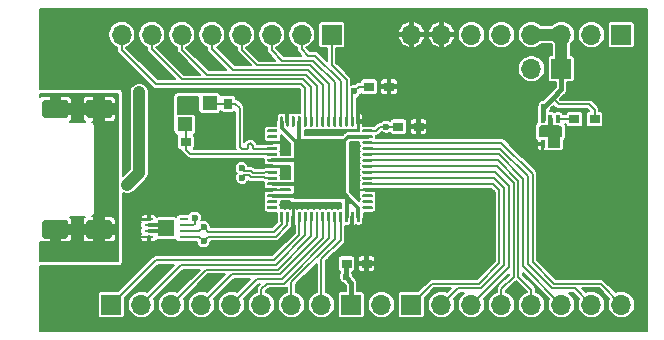
<source format=gtl>
G04 #@! TF.GenerationSoftware,KiCad,Pcbnew,5.1.6*
G04 #@! TF.CreationDate,2020-07-12T14:31:33+01:00*
G04 #@! TF.ProjectId,CY7CBreakout,43593743-4272-4656-916b-6f75742e6b69,rev?*
G04 #@! TF.SameCoordinates,PX7270e00PY7270e00*
G04 #@! TF.FileFunction,Copper,L1,Top*
G04 #@! TF.FilePolarity,Positive*
%FSLAX46Y46*%
G04 Gerber Fmt 4.6, Leading zero omitted, Abs format (unit mm)*
G04 Created by KiCad (PCBNEW 5.1.6) date 2020-07-12 14:31:33*
%MOMM*%
%LPD*%
G01*
G04 APERTURE LIST*
G04 #@! TA.AperFunction,SMDPad,CuDef*
%ADD10R,4.500000X5.200000*%
G04 #@! TD*
G04 #@! TA.AperFunction,SMDPad,CuDef*
%ADD11R,1.600000X1.000000*%
G04 #@! TD*
G04 #@! TA.AperFunction,SMDPad,CuDef*
%ADD12R,0.350000X0.700000*%
G04 #@! TD*
G04 #@! TA.AperFunction,SMDPad,CuDef*
%ADD13R,0.900000X0.800000*%
G04 #@! TD*
G04 #@! TA.AperFunction,ComponentPad*
%ADD14O,1.700000X1.700000*%
G04 #@! TD*
G04 #@! TA.AperFunction,ComponentPad*
%ADD15R,1.700000X1.700000*%
G04 #@! TD*
G04 #@! TA.AperFunction,SMDPad,CuDef*
%ADD16R,1.300000X1.200000*%
G04 #@! TD*
G04 #@! TA.AperFunction,SMDPad,CuDef*
%ADD17R,0.800000X0.250000*%
G04 #@! TD*
G04 #@! TA.AperFunction,SMDPad,CuDef*
%ADD18R,1.400000X1.400000*%
G04 #@! TD*
G04 #@! TA.AperFunction,SMDPad,CuDef*
%ADD19R,0.800000X0.900000*%
G04 #@! TD*
G04 #@! TA.AperFunction,ViaPad*
%ADD20C,0.600000*%
G04 #@! TD*
G04 #@! TA.AperFunction,ViaPad*
%ADD21C,0.700000*%
G04 #@! TD*
G04 #@! TA.AperFunction,Conductor*
%ADD22C,0.300000*%
G04 #@! TD*
G04 #@! TA.AperFunction,Conductor*
%ADD23C,0.400000*%
G04 #@! TD*
G04 #@! TA.AperFunction,Conductor*
%ADD24C,0.200000*%
G04 #@! TD*
G04 #@! TA.AperFunction,Conductor*
%ADD25C,1.000000*%
G04 #@! TD*
G04 APERTURE END LIST*
G04 #@! TO.P,U1,1*
G04 #@! TO.N,Net-(U1-Pad1)*
G04 #@! TA.AperFunction,SMDPad,CuDef*
G36*
G01*
X19525000Y17187500D02*
X19525000Y17312500D01*
G75*
G02*
X19587500Y17375000I62500J0D01*
G01*
X20337500Y17375000D01*
G75*
G02*
X20400000Y17312500I0J-62500D01*
G01*
X20400000Y17187500D01*
G75*
G02*
X20337500Y17125000I-62500J0D01*
G01*
X19587500Y17125000D01*
G75*
G02*
X19525000Y17187500I0J62500D01*
G01*
G37*
G04 #@! TD.AperFunction*
G04 #@! TO.P,U1,2*
G04 #@! TO.N,Net-(U1-Pad2)*
G04 #@! TA.AperFunction,SMDPad,CuDef*
G36*
G01*
X19525000Y16687500D02*
X19525000Y16812500D01*
G75*
G02*
X19587500Y16875000I62500J0D01*
G01*
X20337500Y16875000D01*
G75*
G02*
X20400000Y16812500I0J-62500D01*
G01*
X20400000Y16687500D01*
G75*
G02*
X20337500Y16625000I-62500J0D01*
G01*
X19587500Y16625000D01*
G75*
G02*
X19525000Y16687500I0J62500D01*
G01*
G37*
G04 #@! TD.AperFunction*
G04 #@! TO.P,U1,3*
G04 #@! TO.N,+3V3*
G04 #@! TA.AperFunction,SMDPad,CuDef*
G36*
G01*
X19525000Y16187500D02*
X19525000Y16312500D01*
G75*
G02*
X19587500Y16375000I62500J0D01*
G01*
X20337500Y16375000D01*
G75*
G02*
X20400000Y16312500I0J-62500D01*
G01*
X20400000Y16187500D01*
G75*
G02*
X20337500Y16125000I-62500J0D01*
G01*
X19587500Y16125000D01*
G75*
G02*
X19525000Y16187500I0J62500D01*
G01*
G37*
G04 #@! TD.AperFunction*
G04 #@! TO.P,U1,4*
G04 #@! TO.N,/Processor+USB/OSC+*
G04 #@! TA.AperFunction,SMDPad,CuDef*
G36*
G01*
X19525000Y15687500D02*
X19525000Y15812500D01*
G75*
G02*
X19587500Y15875000I62500J0D01*
G01*
X20337500Y15875000D01*
G75*
G02*
X20400000Y15812500I0J-62500D01*
G01*
X20400000Y15687500D01*
G75*
G02*
X20337500Y15625000I-62500J0D01*
G01*
X19587500Y15625000D01*
G75*
G02*
X19525000Y15687500I0J62500D01*
G01*
G37*
G04 #@! TD.AperFunction*
G04 #@! TO.P,U1,5*
G04 #@! TO.N,/Processor+USB/OSC-*
G04 #@! TA.AperFunction,SMDPad,CuDef*
G36*
G01*
X19525000Y15187500D02*
X19525000Y15312500D01*
G75*
G02*
X19587500Y15375000I62500J0D01*
G01*
X20337500Y15375000D01*
G75*
G02*
X20400000Y15312500I0J-62500D01*
G01*
X20400000Y15187500D01*
G75*
G02*
X20337500Y15125000I-62500J0D01*
G01*
X19587500Y15125000D01*
G75*
G02*
X19525000Y15187500I0J62500D01*
G01*
G37*
G04 #@! TD.AperFunction*
G04 #@! TO.P,U1,6*
G04 #@! TO.N,GND*
G04 #@! TA.AperFunction,SMDPad,CuDef*
G36*
G01*
X19525000Y14687500D02*
X19525000Y14812500D01*
G75*
G02*
X19587500Y14875000I62500J0D01*
G01*
X20337500Y14875000D01*
G75*
G02*
X20400000Y14812500I0J-62500D01*
G01*
X20400000Y14687500D01*
G75*
G02*
X20337500Y14625000I-62500J0D01*
G01*
X19587500Y14625000D01*
G75*
G02*
X19525000Y14687500I0J62500D01*
G01*
G37*
G04 #@! TD.AperFunction*
G04 #@! TO.P,U1,7*
G04 #@! TO.N,+3V3*
G04 #@! TA.AperFunction,SMDPad,CuDef*
G36*
G01*
X19525000Y14187500D02*
X19525000Y14312500D01*
G75*
G02*
X19587500Y14375000I62500J0D01*
G01*
X20337500Y14375000D01*
G75*
G02*
X20400000Y14312500I0J-62500D01*
G01*
X20400000Y14187500D01*
G75*
G02*
X20337500Y14125000I-62500J0D01*
G01*
X19587500Y14125000D01*
G75*
G02*
X19525000Y14187500I0J62500D01*
G01*
G37*
G04 #@! TD.AperFunction*
G04 #@! TO.P,U1,8*
G04 #@! TO.N,/Processor+USB/D+*
G04 #@! TA.AperFunction,SMDPad,CuDef*
G36*
G01*
X19525000Y13687500D02*
X19525000Y13812500D01*
G75*
G02*
X19587500Y13875000I62500J0D01*
G01*
X20337500Y13875000D01*
G75*
G02*
X20400000Y13812500I0J-62500D01*
G01*
X20400000Y13687500D01*
G75*
G02*
X20337500Y13625000I-62500J0D01*
G01*
X19587500Y13625000D01*
G75*
G02*
X19525000Y13687500I0J62500D01*
G01*
G37*
G04 #@! TD.AperFunction*
G04 #@! TO.P,U1,9*
G04 #@! TO.N,/Processor+USB/D-*
G04 #@! TA.AperFunction,SMDPad,CuDef*
G36*
G01*
X19525000Y13187500D02*
X19525000Y13312500D01*
G75*
G02*
X19587500Y13375000I62500J0D01*
G01*
X20337500Y13375000D01*
G75*
G02*
X20400000Y13312500I0J-62500D01*
G01*
X20400000Y13187500D01*
G75*
G02*
X20337500Y13125000I-62500J0D01*
G01*
X19587500Y13125000D01*
G75*
G02*
X19525000Y13187500I0J62500D01*
G01*
G37*
G04 #@! TD.AperFunction*
G04 #@! TO.P,U1,10*
G04 #@! TO.N,GND*
G04 #@! TA.AperFunction,SMDPad,CuDef*
G36*
G01*
X19525000Y12687500D02*
X19525000Y12812500D01*
G75*
G02*
X19587500Y12875000I62500J0D01*
G01*
X20337500Y12875000D01*
G75*
G02*
X20400000Y12812500I0J-62500D01*
G01*
X20400000Y12687500D01*
G75*
G02*
X20337500Y12625000I-62500J0D01*
G01*
X19587500Y12625000D01*
G75*
G02*
X19525000Y12687500I0J62500D01*
G01*
G37*
G04 #@! TD.AperFunction*
G04 #@! TO.P,U1,11*
G04 #@! TO.N,+3V3*
G04 #@! TA.AperFunction,SMDPad,CuDef*
G36*
G01*
X19525000Y12187500D02*
X19525000Y12312500D01*
G75*
G02*
X19587500Y12375000I62500J0D01*
G01*
X20337500Y12375000D01*
G75*
G02*
X20400000Y12312500I0J-62500D01*
G01*
X20400000Y12187500D01*
G75*
G02*
X20337500Y12125000I-62500J0D01*
G01*
X19587500Y12125000D01*
G75*
G02*
X19525000Y12187500I0J62500D01*
G01*
G37*
G04 #@! TD.AperFunction*
G04 #@! TO.P,U1,12*
G04 #@! TO.N,GND*
G04 #@! TA.AperFunction,SMDPad,CuDef*
G36*
G01*
X19525000Y11687500D02*
X19525000Y11812500D01*
G75*
G02*
X19587500Y11875000I62500J0D01*
G01*
X20337500Y11875000D01*
G75*
G02*
X20400000Y11812500I0J-62500D01*
G01*
X20400000Y11687500D01*
G75*
G02*
X20337500Y11625000I-62500J0D01*
G01*
X19587500Y11625000D01*
G75*
G02*
X19525000Y11687500I0J62500D01*
G01*
G37*
G04 #@! TD.AperFunction*
G04 #@! TO.P,U1,13*
G04 #@! TO.N,Net-(U1-Pad13)*
G04 #@! TA.AperFunction,SMDPad,CuDef*
G36*
G01*
X19525000Y11187500D02*
X19525000Y11312500D01*
G75*
G02*
X19587500Y11375000I62500J0D01*
G01*
X20337500Y11375000D01*
G75*
G02*
X20400000Y11312500I0J-62500D01*
G01*
X20400000Y11187500D01*
G75*
G02*
X20337500Y11125000I-62500J0D01*
G01*
X19587500Y11125000D01*
G75*
G02*
X19525000Y11187500I0J62500D01*
G01*
G37*
G04 #@! TD.AperFunction*
G04 #@! TO.P,U1,14*
G04 #@! TO.N,Net-(U1-Pad14)*
G04 #@! TA.AperFunction,SMDPad,CuDef*
G36*
G01*
X19525000Y10687500D02*
X19525000Y10812500D01*
G75*
G02*
X19587500Y10875000I62500J0D01*
G01*
X20337500Y10875000D01*
G75*
G02*
X20400000Y10812500I0J-62500D01*
G01*
X20400000Y10687500D01*
G75*
G02*
X20337500Y10625000I-62500J0D01*
G01*
X19587500Y10625000D01*
G75*
G02*
X19525000Y10687500I0J62500D01*
G01*
G37*
G04 #@! TD.AperFunction*
G04 #@! TO.P,U1,15*
G04 #@! TO.N,/Processor+USB/SCL*
G04 #@! TA.AperFunction,SMDPad,CuDef*
G36*
G01*
X20625000Y9587500D02*
X20625000Y10337500D01*
G75*
G02*
X20687500Y10400000I62500J0D01*
G01*
X20812500Y10400000D01*
G75*
G02*
X20875000Y10337500I0J-62500D01*
G01*
X20875000Y9587500D01*
G75*
G02*
X20812500Y9525000I-62500J0D01*
G01*
X20687500Y9525000D01*
G75*
G02*
X20625000Y9587500I0J62500D01*
G01*
G37*
G04 #@! TD.AperFunction*
G04 #@! TO.P,U1,16*
G04 #@! TO.N,/Processor+USB/SDA*
G04 #@! TA.AperFunction,SMDPad,CuDef*
G36*
G01*
X21125000Y9587500D02*
X21125000Y10337500D01*
G75*
G02*
X21187500Y10400000I62500J0D01*
G01*
X21312500Y10400000D01*
G75*
G02*
X21375000Y10337500I0J-62500D01*
G01*
X21375000Y9587500D01*
G75*
G02*
X21312500Y9525000I-62500J0D01*
G01*
X21187500Y9525000D01*
G75*
G02*
X21125000Y9587500I0J62500D01*
G01*
G37*
G04 #@! TD.AperFunction*
G04 #@! TO.P,U1,17*
G04 #@! TO.N,+3V3*
G04 #@! TA.AperFunction,SMDPad,CuDef*
G36*
G01*
X21625000Y9587500D02*
X21625000Y10337500D01*
G75*
G02*
X21687500Y10400000I62500J0D01*
G01*
X21812500Y10400000D01*
G75*
G02*
X21875000Y10337500I0J-62500D01*
G01*
X21875000Y9587500D01*
G75*
G02*
X21812500Y9525000I-62500J0D01*
G01*
X21687500Y9525000D01*
G75*
G02*
X21625000Y9587500I0J62500D01*
G01*
G37*
G04 #@! TD.AperFunction*
G04 #@! TO.P,U1,18*
G04 #@! TO.N,/Breadboard Connectors/PB0*
G04 #@! TA.AperFunction,SMDPad,CuDef*
G36*
G01*
X22125000Y9587500D02*
X22125000Y10337500D01*
G75*
G02*
X22187500Y10400000I62500J0D01*
G01*
X22312500Y10400000D01*
G75*
G02*
X22375000Y10337500I0J-62500D01*
G01*
X22375000Y9587500D01*
G75*
G02*
X22312500Y9525000I-62500J0D01*
G01*
X22187500Y9525000D01*
G75*
G02*
X22125000Y9587500I0J62500D01*
G01*
G37*
G04 #@! TD.AperFunction*
G04 #@! TO.P,U1,19*
G04 #@! TO.N,/Breadboard Connectors/PB1*
G04 #@! TA.AperFunction,SMDPad,CuDef*
G36*
G01*
X22625000Y9587500D02*
X22625000Y10337500D01*
G75*
G02*
X22687500Y10400000I62500J0D01*
G01*
X22812500Y10400000D01*
G75*
G02*
X22875000Y10337500I0J-62500D01*
G01*
X22875000Y9587500D01*
G75*
G02*
X22812500Y9525000I-62500J0D01*
G01*
X22687500Y9525000D01*
G75*
G02*
X22625000Y9587500I0J62500D01*
G01*
G37*
G04 #@! TD.AperFunction*
G04 #@! TO.P,U1,20*
G04 #@! TO.N,/Breadboard Connectors/PB2*
G04 #@! TA.AperFunction,SMDPad,CuDef*
G36*
G01*
X23125000Y9587500D02*
X23125000Y10337500D01*
G75*
G02*
X23187500Y10400000I62500J0D01*
G01*
X23312500Y10400000D01*
G75*
G02*
X23375000Y10337500I0J-62500D01*
G01*
X23375000Y9587500D01*
G75*
G02*
X23312500Y9525000I-62500J0D01*
G01*
X23187500Y9525000D01*
G75*
G02*
X23125000Y9587500I0J62500D01*
G01*
G37*
G04 #@! TD.AperFunction*
G04 #@! TO.P,U1,21*
G04 #@! TO.N,/Breadboard Connectors/PB3*
G04 #@! TA.AperFunction,SMDPad,CuDef*
G36*
G01*
X23625000Y9587500D02*
X23625000Y10337500D01*
G75*
G02*
X23687500Y10400000I62500J0D01*
G01*
X23812500Y10400000D01*
G75*
G02*
X23875000Y10337500I0J-62500D01*
G01*
X23875000Y9587500D01*
G75*
G02*
X23812500Y9525000I-62500J0D01*
G01*
X23687500Y9525000D01*
G75*
G02*
X23625000Y9587500I0J62500D01*
G01*
G37*
G04 #@! TD.AperFunction*
G04 #@! TO.P,U1,22*
G04 #@! TO.N,/Breadboard Connectors/PB4*
G04 #@! TA.AperFunction,SMDPad,CuDef*
G36*
G01*
X24125000Y9587500D02*
X24125000Y10337500D01*
G75*
G02*
X24187500Y10400000I62500J0D01*
G01*
X24312500Y10400000D01*
G75*
G02*
X24375000Y10337500I0J-62500D01*
G01*
X24375000Y9587500D01*
G75*
G02*
X24312500Y9525000I-62500J0D01*
G01*
X24187500Y9525000D01*
G75*
G02*
X24125000Y9587500I0J62500D01*
G01*
G37*
G04 #@! TD.AperFunction*
G04 #@! TO.P,U1,23*
G04 #@! TO.N,/Breadboard Connectors/PB5*
G04 #@! TA.AperFunction,SMDPad,CuDef*
G36*
G01*
X24625000Y9587500D02*
X24625000Y10337500D01*
G75*
G02*
X24687500Y10400000I62500J0D01*
G01*
X24812500Y10400000D01*
G75*
G02*
X24875000Y10337500I0J-62500D01*
G01*
X24875000Y9587500D01*
G75*
G02*
X24812500Y9525000I-62500J0D01*
G01*
X24687500Y9525000D01*
G75*
G02*
X24625000Y9587500I0J62500D01*
G01*
G37*
G04 #@! TD.AperFunction*
G04 #@! TO.P,U1,24*
G04 #@! TO.N,/Breadboard Connectors/PB6*
G04 #@! TA.AperFunction,SMDPad,CuDef*
G36*
G01*
X25125000Y9587500D02*
X25125000Y10337500D01*
G75*
G02*
X25187500Y10400000I62500J0D01*
G01*
X25312500Y10400000D01*
G75*
G02*
X25375000Y10337500I0J-62500D01*
G01*
X25375000Y9587500D01*
G75*
G02*
X25312500Y9525000I-62500J0D01*
G01*
X25187500Y9525000D01*
G75*
G02*
X25125000Y9587500I0J62500D01*
G01*
G37*
G04 #@! TD.AperFunction*
G04 #@! TO.P,U1,25*
G04 #@! TO.N,/Breadboard Connectors/PB7*
G04 #@! TA.AperFunction,SMDPad,CuDef*
G36*
G01*
X25625000Y9587500D02*
X25625000Y10337500D01*
G75*
G02*
X25687500Y10400000I62500J0D01*
G01*
X25812500Y10400000D01*
G75*
G02*
X25875000Y10337500I0J-62500D01*
G01*
X25875000Y9587500D01*
G75*
G02*
X25812500Y9525000I-62500J0D01*
G01*
X25687500Y9525000D01*
G75*
G02*
X25625000Y9587500I0J62500D01*
G01*
G37*
G04 #@! TD.AperFunction*
G04 #@! TO.P,U1,26*
G04 #@! TO.N,GND*
G04 #@! TA.AperFunction,SMDPad,CuDef*
G36*
G01*
X26125000Y9587500D02*
X26125000Y10337500D01*
G75*
G02*
X26187500Y10400000I62500J0D01*
G01*
X26312500Y10400000D01*
G75*
G02*
X26375000Y10337500I0J-62500D01*
G01*
X26375000Y9587500D01*
G75*
G02*
X26312500Y9525000I-62500J0D01*
G01*
X26187500Y9525000D01*
G75*
G02*
X26125000Y9587500I0J62500D01*
G01*
G37*
G04 #@! TD.AperFunction*
G04 #@! TO.P,U1,27*
G04 #@! TO.N,+3V3*
G04 #@! TA.AperFunction,SMDPad,CuDef*
G36*
G01*
X26625000Y9587500D02*
X26625000Y10337500D01*
G75*
G02*
X26687500Y10400000I62500J0D01*
G01*
X26812500Y10400000D01*
G75*
G02*
X26875000Y10337500I0J-62500D01*
G01*
X26875000Y9587500D01*
G75*
G02*
X26812500Y9525000I-62500J0D01*
G01*
X26687500Y9525000D01*
G75*
G02*
X26625000Y9587500I0J62500D01*
G01*
G37*
G04 #@! TD.AperFunction*
G04 #@! TO.P,U1,28*
G04 #@! TO.N,GND*
G04 #@! TA.AperFunction,SMDPad,CuDef*
G36*
G01*
X27125000Y9587500D02*
X27125000Y10337500D01*
G75*
G02*
X27187500Y10400000I62500J0D01*
G01*
X27312500Y10400000D01*
G75*
G02*
X27375000Y10337500I0J-62500D01*
G01*
X27375000Y9587500D01*
G75*
G02*
X27312500Y9525000I-62500J0D01*
G01*
X27187500Y9525000D01*
G75*
G02*
X27125000Y9587500I0J62500D01*
G01*
G37*
G04 #@! TD.AperFunction*
G04 #@! TO.P,U1,29*
G04 #@! TO.N,Net-(U1-Pad29)*
G04 #@! TA.AperFunction,SMDPad,CuDef*
G36*
G01*
X27600000Y10687500D02*
X27600000Y10812500D01*
G75*
G02*
X27662500Y10875000I62500J0D01*
G01*
X28412500Y10875000D01*
G75*
G02*
X28475000Y10812500I0J-62500D01*
G01*
X28475000Y10687500D01*
G75*
G02*
X28412500Y10625000I-62500J0D01*
G01*
X27662500Y10625000D01*
G75*
G02*
X27600000Y10687500I0J62500D01*
G01*
G37*
G04 #@! TD.AperFunction*
G04 #@! TO.P,U1,30*
G04 #@! TO.N,Net-(U1-Pad30)*
G04 #@! TA.AperFunction,SMDPad,CuDef*
G36*
G01*
X27600000Y11187500D02*
X27600000Y11312500D01*
G75*
G02*
X27662500Y11375000I62500J0D01*
G01*
X28412500Y11375000D01*
G75*
G02*
X28475000Y11312500I0J-62500D01*
G01*
X28475000Y11187500D01*
G75*
G02*
X28412500Y11125000I-62500J0D01*
G01*
X27662500Y11125000D01*
G75*
G02*
X27600000Y11187500I0J62500D01*
G01*
G37*
G04 #@! TD.AperFunction*
G04 #@! TO.P,U1,31*
G04 #@! TO.N,Net-(U1-Pad31)*
G04 #@! TA.AperFunction,SMDPad,CuDef*
G36*
G01*
X27600000Y11687500D02*
X27600000Y11812500D01*
G75*
G02*
X27662500Y11875000I62500J0D01*
G01*
X28412500Y11875000D01*
G75*
G02*
X28475000Y11812500I0J-62500D01*
G01*
X28475000Y11687500D01*
G75*
G02*
X28412500Y11625000I-62500J0D01*
G01*
X27662500Y11625000D01*
G75*
G02*
X27600000Y11687500I0J62500D01*
G01*
G37*
G04 #@! TD.AperFunction*
G04 #@! TO.P,U1,32*
G04 #@! TO.N,+3V3*
G04 #@! TA.AperFunction,SMDPad,CuDef*
G36*
G01*
X27600000Y12187500D02*
X27600000Y12312500D01*
G75*
G02*
X27662500Y12375000I62500J0D01*
G01*
X28412500Y12375000D01*
G75*
G02*
X28475000Y12312500I0J-62500D01*
G01*
X28475000Y12187500D01*
G75*
G02*
X28412500Y12125000I-62500J0D01*
G01*
X27662500Y12125000D01*
G75*
G02*
X27600000Y12187500I0J62500D01*
G01*
G37*
G04 #@! TD.AperFunction*
G04 #@! TO.P,U1,33*
G04 #@! TO.N,/Breadboard Connectors/PA0*
G04 #@! TA.AperFunction,SMDPad,CuDef*
G36*
G01*
X27600000Y12687500D02*
X27600000Y12812500D01*
G75*
G02*
X27662500Y12875000I62500J0D01*
G01*
X28412500Y12875000D01*
G75*
G02*
X28475000Y12812500I0J-62500D01*
G01*
X28475000Y12687500D01*
G75*
G02*
X28412500Y12625000I-62500J0D01*
G01*
X27662500Y12625000D01*
G75*
G02*
X27600000Y12687500I0J62500D01*
G01*
G37*
G04 #@! TD.AperFunction*
G04 #@! TO.P,U1,34*
G04 #@! TO.N,/Breadboard Connectors/PA1*
G04 #@! TA.AperFunction,SMDPad,CuDef*
G36*
G01*
X27600000Y13187500D02*
X27600000Y13312500D01*
G75*
G02*
X27662500Y13375000I62500J0D01*
G01*
X28412500Y13375000D01*
G75*
G02*
X28475000Y13312500I0J-62500D01*
G01*
X28475000Y13187500D01*
G75*
G02*
X28412500Y13125000I-62500J0D01*
G01*
X27662500Y13125000D01*
G75*
G02*
X27600000Y13187500I0J62500D01*
G01*
G37*
G04 #@! TD.AperFunction*
G04 #@! TO.P,U1,35*
G04 #@! TO.N,/Breadboard Connectors/PA2*
G04 #@! TA.AperFunction,SMDPad,CuDef*
G36*
G01*
X27600000Y13687500D02*
X27600000Y13812500D01*
G75*
G02*
X27662500Y13875000I62500J0D01*
G01*
X28412500Y13875000D01*
G75*
G02*
X28475000Y13812500I0J-62500D01*
G01*
X28475000Y13687500D01*
G75*
G02*
X28412500Y13625000I-62500J0D01*
G01*
X27662500Y13625000D01*
G75*
G02*
X27600000Y13687500I0J62500D01*
G01*
G37*
G04 #@! TD.AperFunction*
G04 #@! TO.P,U1,36*
G04 #@! TO.N,/Breadboard Connectors/PA3*
G04 #@! TA.AperFunction,SMDPad,CuDef*
G36*
G01*
X27600000Y14187500D02*
X27600000Y14312500D01*
G75*
G02*
X27662500Y14375000I62500J0D01*
G01*
X28412500Y14375000D01*
G75*
G02*
X28475000Y14312500I0J-62500D01*
G01*
X28475000Y14187500D01*
G75*
G02*
X28412500Y14125000I-62500J0D01*
G01*
X27662500Y14125000D01*
G75*
G02*
X27600000Y14187500I0J62500D01*
G01*
G37*
G04 #@! TD.AperFunction*
G04 #@! TO.P,U1,37*
G04 #@! TO.N,/Breadboard Connectors/PA4*
G04 #@! TA.AperFunction,SMDPad,CuDef*
G36*
G01*
X27600000Y14687500D02*
X27600000Y14812500D01*
G75*
G02*
X27662500Y14875000I62500J0D01*
G01*
X28412500Y14875000D01*
G75*
G02*
X28475000Y14812500I0J-62500D01*
G01*
X28475000Y14687500D01*
G75*
G02*
X28412500Y14625000I-62500J0D01*
G01*
X27662500Y14625000D01*
G75*
G02*
X27600000Y14687500I0J62500D01*
G01*
G37*
G04 #@! TD.AperFunction*
G04 #@! TO.P,U1,38*
G04 #@! TO.N,/Breadboard Connectors/PA5*
G04 #@! TA.AperFunction,SMDPad,CuDef*
G36*
G01*
X27600000Y15187500D02*
X27600000Y15312500D01*
G75*
G02*
X27662500Y15375000I62500J0D01*
G01*
X28412500Y15375000D01*
G75*
G02*
X28475000Y15312500I0J-62500D01*
G01*
X28475000Y15187500D01*
G75*
G02*
X28412500Y15125000I-62500J0D01*
G01*
X27662500Y15125000D01*
G75*
G02*
X27600000Y15187500I0J62500D01*
G01*
G37*
G04 #@! TD.AperFunction*
G04 #@! TO.P,U1,39*
G04 #@! TO.N,/Breadboard Connectors/PA6*
G04 #@! TA.AperFunction,SMDPad,CuDef*
G36*
G01*
X27600000Y15687500D02*
X27600000Y15812500D01*
G75*
G02*
X27662500Y15875000I62500J0D01*
G01*
X28412500Y15875000D01*
G75*
G02*
X28475000Y15812500I0J-62500D01*
G01*
X28475000Y15687500D01*
G75*
G02*
X28412500Y15625000I-62500J0D01*
G01*
X27662500Y15625000D01*
G75*
G02*
X27600000Y15687500I0J62500D01*
G01*
G37*
G04 #@! TD.AperFunction*
G04 #@! TO.P,U1,40*
G04 #@! TO.N,/Breadboard Connectors/PA7*
G04 #@! TA.AperFunction,SMDPad,CuDef*
G36*
G01*
X27600000Y16187500D02*
X27600000Y16312500D01*
G75*
G02*
X27662500Y16375000I62500J0D01*
G01*
X28412500Y16375000D01*
G75*
G02*
X28475000Y16312500I0J-62500D01*
G01*
X28475000Y16187500D01*
G75*
G02*
X28412500Y16125000I-62500J0D01*
G01*
X27662500Y16125000D01*
G75*
G02*
X27600000Y16187500I0J62500D01*
G01*
G37*
G04 #@! TD.AperFunction*
G04 #@! TO.P,U1,41*
G04 #@! TO.N,GND*
G04 #@! TA.AperFunction,SMDPad,CuDef*
G36*
G01*
X27600000Y16687500D02*
X27600000Y16812500D01*
G75*
G02*
X27662500Y16875000I62500J0D01*
G01*
X28412500Y16875000D01*
G75*
G02*
X28475000Y16812500I0J-62500D01*
G01*
X28475000Y16687500D01*
G75*
G02*
X28412500Y16625000I-62500J0D01*
G01*
X27662500Y16625000D01*
G75*
G02*
X27600000Y16687500I0J62500D01*
G01*
G37*
G04 #@! TD.AperFunction*
G04 #@! TO.P,U1,42*
G04 #@! TO.N,/Processor+USB/~RESET*
G04 #@! TA.AperFunction,SMDPad,CuDef*
G36*
G01*
X27600000Y17187500D02*
X27600000Y17312500D01*
G75*
G02*
X27662500Y17375000I62500J0D01*
G01*
X28412500Y17375000D01*
G75*
G02*
X28475000Y17312500I0J-62500D01*
G01*
X28475000Y17187500D01*
G75*
G02*
X28412500Y17125000I-62500J0D01*
G01*
X27662500Y17125000D01*
G75*
G02*
X27600000Y17187500I0J62500D01*
G01*
G37*
G04 #@! TD.AperFunction*
G04 #@! TO.P,U1,43*
G04 #@! TO.N,+3V3*
G04 #@! TA.AperFunction,SMDPad,CuDef*
G36*
G01*
X27125000Y17662500D02*
X27125000Y18412500D01*
G75*
G02*
X27187500Y18475000I62500J0D01*
G01*
X27312500Y18475000D01*
G75*
G02*
X27375000Y18412500I0J-62500D01*
G01*
X27375000Y17662500D01*
G75*
G02*
X27312500Y17600000I-62500J0D01*
G01*
X27187500Y17600000D01*
G75*
G02*
X27125000Y17662500I0J62500D01*
G01*
G37*
G04 #@! TD.AperFunction*
G04 #@! TO.P,U1,44*
G04 #@! TO.N,/Processor+USB/WAKEUP*
G04 #@! TA.AperFunction,SMDPad,CuDef*
G36*
G01*
X26625000Y17662500D02*
X26625000Y18412500D01*
G75*
G02*
X26687500Y18475000I62500J0D01*
G01*
X26812500Y18475000D01*
G75*
G02*
X26875000Y18412500I0J-62500D01*
G01*
X26875000Y17662500D01*
G75*
G02*
X26812500Y17600000I-62500J0D01*
G01*
X26687500Y17600000D01*
G75*
G02*
X26625000Y17662500I0J62500D01*
G01*
G37*
G04 #@! TD.AperFunction*
G04 #@! TO.P,U1,45*
G04 #@! TO.N,/Breadboard Connectors/PD0*
G04 #@! TA.AperFunction,SMDPad,CuDef*
G36*
G01*
X26125000Y17662500D02*
X26125000Y18412500D01*
G75*
G02*
X26187500Y18475000I62500J0D01*
G01*
X26312500Y18475000D01*
G75*
G02*
X26375000Y18412500I0J-62500D01*
G01*
X26375000Y17662500D01*
G75*
G02*
X26312500Y17600000I-62500J0D01*
G01*
X26187500Y17600000D01*
G75*
G02*
X26125000Y17662500I0J62500D01*
G01*
G37*
G04 #@! TD.AperFunction*
G04 #@! TO.P,U1,46*
G04 #@! TO.N,/Breadboard Connectors/PD1*
G04 #@! TA.AperFunction,SMDPad,CuDef*
G36*
G01*
X25625000Y17662500D02*
X25625000Y18412500D01*
G75*
G02*
X25687500Y18475000I62500J0D01*
G01*
X25812500Y18475000D01*
G75*
G02*
X25875000Y18412500I0J-62500D01*
G01*
X25875000Y17662500D01*
G75*
G02*
X25812500Y17600000I-62500J0D01*
G01*
X25687500Y17600000D01*
G75*
G02*
X25625000Y17662500I0J62500D01*
G01*
G37*
G04 #@! TD.AperFunction*
G04 #@! TO.P,U1,47*
G04 #@! TO.N,/Breadboard Connectors/PD2*
G04 #@! TA.AperFunction,SMDPad,CuDef*
G36*
G01*
X25125000Y17662500D02*
X25125000Y18412500D01*
G75*
G02*
X25187500Y18475000I62500J0D01*
G01*
X25312500Y18475000D01*
G75*
G02*
X25375000Y18412500I0J-62500D01*
G01*
X25375000Y17662500D01*
G75*
G02*
X25312500Y17600000I-62500J0D01*
G01*
X25187500Y17600000D01*
G75*
G02*
X25125000Y17662500I0J62500D01*
G01*
G37*
G04 #@! TD.AperFunction*
G04 #@! TO.P,U1,48*
G04 #@! TO.N,/Breadboard Connectors/PD3*
G04 #@! TA.AperFunction,SMDPad,CuDef*
G36*
G01*
X24625000Y17662500D02*
X24625000Y18412500D01*
G75*
G02*
X24687500Y18475000I62500J0D01*
G01*
X24812500Y18475000D01*
G75*
G02*
X24875000Y18412500I0J-62500D01*
G01*
X24875000Y17662500D01*
G75*
G02*
X24812500Y17600000I-62500J0D01*
G01*
X24687500Y17600000D01*
G75*
G02*
X24625000Y17662500I0J62500D01*
G01*
G37*
G04 #@! TD.AperFunction*
G04 #@! TO.P,U1,49*
G04 #@! TO.N,/Breadboard Connectors/PD4*
G04 #@! TA.AperFunction,SMDPad,CuDef*
G36*
G01*
X24125000Y17662500D02*
X24125000Y18412500D01*
G75*
G02*
X24187500Y18475000I62500J0D01*
G01*
X24312500Y18475000D01*
G75*
G02*
X24375000Y18412500I0J-62500D01*
G01*
X24375000Y17662500D01*
G75*
G02*
X24312500Y17600000I-62500J0D01*
G01*
X24187500Y17600000D01*
G75*
G02*
X24125000Y17662500I0J62500D01*
G01*
G37*
G04 #@! TD.AperFunction*
G04 #@! TO.P,U1,50*
G04 #@! TO.N,/Breadboard Connectors/PD5*
G04 #@! TA.AperFunction,SMDPad,CuDef*
G36*
G01*
X23625000Y17662500D02*
X23625000Y18412500D01*
G75*
G02*
X23687500Y18475000I62500J0D01*
G01*
X23812500Y18475000D01*
G75*
G02*
X23875000Y18412500I0J-62500D01*
G01*
X23875000Y17662500D01*
G75*
G02*
X23812500Y17600000I-62500J0D01*
G01*
X23687500Y17600000D01*
G75*
G02*
X23625000Y17662500I0J62500D01*
G01*
G37*
G04 #@! TD.AperFunction*
G04 #@! TO.P,U1,51*
G04 #@! TO.N,/Breadboard Connectors/PD6*
G04 #@! TA.AperFunction,SMDPad,CuDef*
G36*
G01*
X23125000Y17662500D02*
X23125000Y18412500D01*
G75*
G02*
X23187500Y18475000I62500J0D01*
G01*
X23312500Y18475000D01*
G75*
G02*
X23375000Y18412500I0J-62500D01*
G01*
X23375000Y17662500D01*
G75*
G02*
X23312500Y17600000I-62500J0D01*
G01*
X23187500Y17600000D01*
G75*
G02*
X23125000Y17662500I0J62500D01*
G01*
G37*
G04 #@! TD.AperFunction*
G04 #@! TO.P,U1,52*
G04 #@! TO.N,/Breadboard Connectors/PD7*
G04 #@! TA.AperFunction,SMDPad,CuDef*
G36*
G01*
X22625000Y17662500D02*
X22625000Y18412500D01*
G75*
G02*
X22687500Y18475000I62500J0D01*
G01*
X22812500Y18475000D01*
G75*
G02*
X22875000Y18412500I0J-62500D01*
G01*
X22875000Y17662500D01*
G75*
G02*
X22812500Y17600000I-62500J0D01*
G01*
X22687500Y17600000D01*
G75*
G02*
X22625000Y17662500I0J62500D01*
G01*
G37*
G04 #@! TD.AperFunction*
G04 #@! TO.P,U1,53*
G04 #@! TO.N,GND*
G04 #@! TA.AperFunction,SMDPad,CuDef*
G36*
G01*
X22125000Y17662500D02*
X22125000Y18412500D01*
G75*
G02*
X22187500Y18475000I62500J0D01*
G01*
X22312500Y18475000D01*
G75*
G02*
X22375000Y18412500I0J-62500D01*
G01*
X22375000Y17662500D01*
G75*
G02*
X22312500Y17600000I-62500J0D01*
G01*
X22187500Y17600000D01*
G75*
G02*
X22125000Y17662500I0J62500D01*
G01*
G37*
G04 #@! TD.AperFunction*
G04 #@! TO.P,U1,54*
G04 #@! TO.N,/Processor+USB/CLKOUT*
G04 #@! TA.AperFunction,SMDPad,CuDef*
G36*
G01*
X21625000Y17662500D02*
X21625000Y18412500D01*
G75*
G02*
X21687500Y18475000I62500J0D01*
G01*
X21812500Y18475000D01*
G75*
G02*
X21875000Y18412500I0J-62500D01*
G01*
X21875000Y17662500D01*
G75*
G02*
X21812500Y17600000I-62500J0D01*
G01*
X21687500Y17600000D01*
G75*
G02*
X21625000Y17662500I0J62500D01*
G01*
G37*
G04 #@! TD.AperFunction*
G04 #@! TO.P,U1,55*
G04 #@! TO.N,+3V3*
G04 #@! TA.AperFunction,SMDPad,CuDef*
G36*
G01*
X21125000Y17662500D02*
X21125000Y18412500D01*
G75*
G02*
X21187500Y18475000I62500J0D01*
G01*
X21312500Y18475000D01*
G75*
G02*
X21375000Y18412500I0J-62500D01*
G01*
X21375000Y17662500D01*
G75*
G02*
X21312500Y17600000I-62500J0D01*
G01*
X21187500Y17600000D01*
G75*
G02*
X21125000Y17662500I0J62500D01*
G01*
G37*
G04 #@! TD.AperFunction*
G04 #@! TO.P,U1,56*
G04 #@! TO.N,GND*
G04 #@! TA.AperFunction,SMDPad,CuDef*
G36*
G01*
X20625000Y17662500D02*
X20625000Y18412500D01*
G75*
G02*
X20687500Y18475000I62500J0D01*
G01*
X20812500Y18475000D01*
G75*
G02*
X20875000Y18412500I0J-62500D01*
G01*
X20875000Y17662500D01*
G75*
G02*
X20812500Y17600000I-62500J0D01*
G01*
X20687500Y17600000D01*
G75*
G02*
X20625000Y17662500I0J62500D01*
G01*
G37*
G04 #@! TD.AperFunction*
D10*
G04 #@! TO.P,U1,57*
X24000000Y14000000D03*
G04 #@! TD*
G04 #@! TO.P,JP1,SHIELD*
G04 #@! TO.N,Earth*
G04 #@! TA.AperFunction,ComponentPad*
G36*
G01*
X2500000Y18300000D02*
X700000Y18300000D01*
G75*
G02*
X500000Y18500000I0J200000D01*
G01*
X500000Y19700000D01*
G75*
G02*
X700000Y19900000I200000J0D01*
G01*
X2500000Y19900000D01*
G75*
G02*
X2700000Y19700000I0J-200000D01*
G01*
X2700000Y18500000D01*
G75*
G02*
X2500000Y18300000I-200000J0D01*
G01*
G37*
G04 #@! TD.AperFunction*
G04 #@! TA.AperFunction,ComponentPad*
G36*
G01*
X6200000Y18300000D02*
X4400000Y18300000D01*
G75*
G02*
X4200000Y18500000I0J200000D01*
G01*
X4200000Y19700000D01*
G75*
G02*
X4400000Y19900000I200000J0D01*
G01*
X6200000Y19900000D01*
G75*
G02*
X6400000Y19700000I0J-200000D01*
G01*
X6400000Y18500000D01*
G75*
G02*
X6200000Y18300000I-200000J0D01*
G01*
G37*
G04 #@! TD.AperFunction*
G04 #@! TA.AperFunction,ComponentPad*
G36*
G01*
X6200000Y8100000D02*
X4400000Y8100000D01*
G75*
G02*
X4200000Y8300000I0J200000D01*
G01*
X4200000Y9500000D01*
G75*
G02*
X4400000Y9700000I200000J0D01*
G01*
X6200000Y9700000D01*
G75*
G02*
X6400000Y9500000I0J-200000D01*
G01*
X6400000Y8300000D01*
G75*
G02*
X6200000Y8100000I-200000J0D01*
G01*
G37*
G04 #@! TD.AperFunction*
G04 #@! TA.AperFunction,ComponentPad*
G36*
G01*
X2500000Y8100000D02*
X700000Y8100000D01*
G75*
G02*
X500000Y8300000I0J200000D01*
G01*
X500000Y9500000D01*
G75*
G02*
X700000Y9700000I200000J0D01*
G01*
X2500000Y9700000D01*
G75*
G02*
X2700000Y9500000I0J-200000D01*
G01*
X2700000Y8300000D01*
G75*
G02*
X2500000Y8100000I-200000J0D01*
G01*
G37*
G04 #@! TD.AperFunction*
G04 #@! TD*
D11*
G04 #@! TO.P,U3,GND*
G04 #@! TO.N,GND*
X43500000Y17200000D03*
D12*
G04 #@! TO.P,U3,6*
G04 #@! TO.N,+5V*
X42850000Y18250000D03*
G04 #@! TO.P,U3,5*
G04 #@! TO.N,GND*
X43500000Y18250000D03*
G04 #@! TO.P,U3,4*
G04 #@! TO.N,Net-(R7-Pad1)*
X44150000Y18250000D03*
G04 #@! TO.P,U3,3*
G04 #@! TO.N,GND*
X44150000Y16150000D03*
G04 #@! TO.P,U3,2*
X43500000Y16150000D03*
G04 #@! TO.P,U3,1*
G04 #@! TO.N,+3V3*
X42850000Y16150000D03*
G04 #@! TD*
D13*
G04 #@! TO.P,R7,2*
G04 #@! TO.N,+5V*
X47250000Y18250000D03*
G04 #@! TO.P,R7,1*
G04 #@! TO.N,Net-(R7-Pad1)*
X45550000Y18250000D03*
G04 #@! TD*
D14*
G04 #@! TO.P,J6,2*
G04 #@! TO.N,/Processor+USB/VBUS*
X41910000Y22500000D03*
D15*
G04 #@! TO.P,J6,1*
G04 #@! TO.N,+5V*
X44450000Y22500000D03*
G04 #@! TD*
D14*
G04 #@! TO.P,J3,8*
G04 #@! TO.N,/Breadboard Connectors/PD7*
X7220000Y25400000D03*
G04 #@! TO.P,J3,7*
G04 #@! TO.N,/Breadboard Connectors/PD6*
X9760000Y25400000D03*
G04 #@! TO.P,J3,6*
G04 #@! TO.N,/Breadboard Connectors/PD5*
X12300000Y25400000D03*
G04 #@! TO.P,J3,5*
G04 #@! TO.N,/Breadboard Connectors/PD4*
X14840000Y25400000D03*
G04 #@! TO.P,J3,4*
G04 #@! TO.N,/Breadboard Connectors/PD3*
X17380000Y25400000D03*
G04 #@! TO.P,J3,3*
G04 #@! TO.N,/Breadboard Connectors/PD2*
X19920000Y25400000D03*
G04 #@! TO.P,J3,2*
G04 #@! TO.N,/Breadboard Connectors/PD1*
X22460000Y25400000D03*
D15*
G04 #@! TO.P,J3,1*
G04 #@! TO.N,/Breadboard Connectors/PD0*
X25000000Y25400000D03*
G04 #@! TD*
D16*
G04 #@! TO.P,Y1,1*
G04 #@! TO.N,/Processor+USB/OSC+*
X14650000Y19600000D03*
G04 #@! TO.P,Y1,4*
G04 #@! TO.N,GND*
X14650000Y17800000D03*
G04 #@! TO.P,Y1,2*
X12550000Y19600000D03*
G04 #@! TO.P,Y1,3*
G04 #@! TO.N,/Processor+USB/OSC-*
X12550000Y17800000D03*
G04 #@! TD*
D17*
G04 #@! TO.P,U2,8*
G04 #@! TO.N,N/C*
X12500000Y9750000D03*
G04 #@! TO.P,U2,7*
G04 #@! TO.N,/Supply + Support Elements/EEPROM_WC*
X12500000Y9250000D03*
G04 #@! TO.P,U2,6*
G04 #@! TO.N,/Processor+USB/SCL*
X12500000Y8750000D03*
G04 #@! TO.P,U2,5*
G04 #@! TO.N,/Processor+USB/SDA*
X12500000Y8250000D03*
G04 #@! TO.P,U2,4*
G04 #@! TO.N,+3V3*
X9500000Y8250000D03*
G04 #@! TO.P,U2,3*
G04 #@! TO.N,GND*
X9500000Y8750000D03*
G04 #@! TO.P,U2,2*
X9500000Y9250000D03*
G04 #@! TO.P,U2,1*
G04 #@! TO.N,+3V3*
X9500000Y9750000D03*
D18*
G04 #@! TO.P,U2,GND*
G04 #@! TO.N,GND*
X11000000Y9000000D03*
G04 #@! TD*
D13*
G04 #@! TO.P,R5,2*
G04 #@! TO.N,+3V3*
X27950000Y6000000D03*
G04 #@! TO.P,R5,1*
G04 #@! TO.N,/Supply + Support Elements/EEPROM_WC*
X26250000Y6000000D03*
G04 #@! TD*
D14*
G04 #@! TO.P,J5,2*
G04 #@! TO.N,GND*
X29210000Y2540000D03*
D15*
G04 #@! TO.P,J5,1*
G04 #@! TO.N,/Supply + Support Elements/EEPROM_WC*
X26670000Y2540000D03*
G04 #@! TD*
D13*
G04 #@! TO.P,R2,2*
G04 #@! TO.N,/Processor+USB/~RESET*
X30650000Y17600000D03*
G04 #@! TO.P,R2,1*
G04 #@! TO.N,+3V3*
X32350000Y17600000D03*
G04 #@! TD*
G04 #@! TO.P,R1,2*
G04 #@! TO.N,/Processor+USB/WAKEUP*
X28150000Y21000000D03*
G04 #@! TO.P,R1,1*
G04 #@! TO.N,+3V3*
X29850000Y21000000D03*
G04 #@! TD*
G04 #@! TO.P,C2,2*
G04 #@! TO.N,GND*
X14350000Y16300000D03*
G04 #@! TO.P,C2,1*
G04 #@! TO.N,/Processor+USB/OSC-*
X12650000Y16300000D03*
G04 #@! TD*
D19*
G04 #@! TO.P,C1,2*
G04 #@! TO.N,GND*
X16200000Y17850000D03*
G04 #@! TO.P,C1,1*
G04 #@! TO.N,/Processor+USB/OSC+*
X16200000Y19550000D03*
G04 #@! TD*
D14*
G04 #@! TO.P,J4,8*
G04 #@! TO.N,+3V3*
X31750000Y25400000D03*
G04 #@! TO.P,J4,7*
X34290000Y25400000D03*
G04 #@! TO.P,J4,6*
G04 #@! TO.N,GND*
X36830000Y25400000D03*
G04 #@! TO.P,J4,5*
X39370000Y25400000D03*
G04 #@! TO.P,J4,4*
G04 #@! TO.N,+5V*
X41910000Y25400000D03*
G04 #@! TO.P,J4,3*
X44450000Y25400000D03*
G04 #@! TO.P,J4,2*
G04 #@! TO.N,GND*
X46990000Y25400000D03*
D15*
G04 #@! TO.P,J4,1*
X49530000Y25400000D03*
G04 #@! TD*
D14*
G04 #@! TO.P,J2,8*
G04 #@! TO.N,/Breadboard Connectors/PB7*
X24130000Y2540000D03*
G04 #@! TO.P,J2,7*
G04 #@! TO.N,/Breadboard Connectors/PB6*
X21590000Y2540000D03*
G04 #@! TO.P,J2,6*
G04 #@! TO.N,/Breadboard Connectors/PB5*
X19050000Y2540000D03*
G04 #@! TO.P,J2,5*
G04 #@! TO.N,/Breadboard Connectors/PB4*
X16510000Y2540000D03*
G04 #@! TO.P,J2,4*
G04 #@! TO.N,/Breadboard Connectors/PB3*
X13970000Y2540000D03*
G04 #@! TO.P,J2,3*
G04 #@! TO.N,/Breadboard Connectors/PB2*
X11430000Y2540000D03*
G04 #@! TO.P,J2,2*
G04 #@! TO.N,/Breadboard Connectors/PB1*
X8890000Y2540000D03*
D15*
G04 #@! TO.P,J2,1*
G04 #@! TO.N,/Breadboard Connectors/PB0*
X6350000Y2540000D03*
G04 #@! TD*
D14*
G04 #@! TO.P,J1,8*
G04 #@! TO.N,/Breadboard Connectors/PA7*
X49530000Y2540000D03*
G04 #@! TO.P,J1,7*
G04 #@! TO.N,/Breadboard Connectors/PA6*
X46990000Y2540000D03*
G04 #@! TO.P,J1,6*
G04 #@! TO.N,/Breadboard Connectors/PA5*
X44450000Y2540000D03*
G04 #@! TO.P,J1,5*
G04 #@! TO.N,/Breadboard Connectors/PA4*
X41910000Y2540000D03*
G04 #@! TO.P,J1,4*
G04 #@! TO.N,/Breadboard Connectors/PA3*
X39370000Y2540000D03*
G04 #@! TO.P,J1,3*
G04 #@! TO.N,/Breadboard Connectors/PA2*
X36830000Y2540000D03*
G04 #@! TO.P,J1,2*
G04 #@! TO.N,/Breadboard Connectors/PA1*
X34290000Y2540000D03*
D15*
G04 #@! TO.P,J1,1*
G04 #@! TO.N,/Breadboard Connectors/PA0*
X31750000Y2540000D03*
G04 #@! TD*
D20*
G04 #@! TO.N,GND*
X44200000Y17200000D03*
X43500000Y17200000D03*
X42800000Y17200000D03*
X14700000Y17800000D03*
X12550000Y19600000D03*
X10600000Y9400000D03*
X10600000Y8600000D03*
X11400000Y8600000D03*
X11400000Y9400000D03*
X25600000Y12000000D03*
X24800000Y12000000D03*
X24000000Y12000000D03*
X23200000Y12000000D03*
X22400000Y12000000D03*
X22400000Y16000000D03*
X23200000Y16000000D03*
X24000000Y16000000D03*
X24800000Y16000000D03*
X25600000Y16000000D03*
X25600000Y15200000D03*
X24800000Y15200000D03*
X24000000Y15200000D03*
X23200000Y15200000D03*
X22400000Y15200000D03*
X22400000Y14400000D03*
X23200000Y14400000D03*
X23200000Y13600000D03*
X22400000Y13600000D03*
X22400000Y12800000D03*
X23200000Y12800000D03*
X25600000Y12800000D03*
X24800000Y12800000D03*
X24000000Y12800000D03*
X24000000Y13600000D03*
X24800000Y13600000D03*
X25600000Y13600000D03*
X25600000Y14400000D03*
X24800000Y14400000D03*
X24000000Y14400000D03*
G04 #@! TO.N,+3V3*
X21600000Y8700000D03*
X27000000Y8750000D03*
X27400000Y19600000D03*
X21000000Y19250000D03*
X18700000Y14600000D03*
X9500000Y7500000D03*
X16800000Y9400000D03*
X16800000Y7600000D03*
X18700000Y12200000D03*
X18900000Y16700000D03*
X42700000Y15100000D03*
X29800000Y12000000D03*
G04 #@! TO.N,/Processor+USB/WAKEUP*
X26900000Y20600000D03*
G04 #@! TO.N,/Processor+USB/~RESET*
X29600000Y17600000D03*
G04 #@! TO.N,/Processor+USB/SDA*
X14150000Y7900000D03*
G04 #@! TO.N,/Processor+USB/SCL*
X14150000Y9100000D03*
G04 #@! TO.N,/Supply + Support Elements/EEPROM_WC*
X13400000Y9900000D03*
X26200000Y4900000D03*
G04 #@! TO.N,/Processor+USB/D+*
X17375000Y14075000D03*
G04 #@! TO.N,/Processor+USB/D-*
X17400000Y13275000D03*
G04 #@! TO.N,+5V*
X43000000Y19300000D03*
D21*
G04 #@! TO.N,/Processor+USB/VBUS*
X7700000Y12700000D03*
X8700000Y20500000D03*
G04 #@! TD*
D22*
G04 #@! TO.N,GND*
X10750000Y8750000D02*
X11000000Y9000000D01*
X9500000Y8750000D02*
X10750000Y8750000D01*
X10750000Y9250000D02*
X11000000Y9000000D01*
X9500000Y9250000D02*
X10750000Y9250000D01*
X22750000Y12750000D02*
X24000000Y14000000D01*
X20062500Y12750000D02*
X22750000Y12750000D01*
X21750000Y11750000D02*
X24000000Y14000000D01*
X20062500Y11750000D02*
X21750000Y11750000D01*
X23250000Y14750000D02*
X24000000Y14000000D01*
X19962500Y14750000D02*
X23250000Y14750000D01*
X26250000Y11750000D02*
X24000000Y14000000D01*
X27250000Y9962500D02*
X27250000Y10750000D01*
X26750000Y11250000D02*
X26250000Y11250000D01*
X27250000Y10750000D02*
X26750000Y11250000D01*
X26250000Y11250000D02*
X26250000Y11750000D01*
X26250000Y9962500D02*
X26250000Y11250000D01*
X28037500Y16750000D02*
X26400000Y16750000D01*
X24000000Y14350000D02*
X24000000Y14000000D01*
X26400000Y16750000D02*
X24000000Y14350000D01*
X20750000Y18037500D02*
X20750000Y17500000D01*
X24000000Y14250000D02*
X24000000Y13600000D01*
X20750000Y17500000D02*
X24000000Y14250000D01*
D23*
X43500000Y18250000D02*
X43500000Y17200000D01*
D22*
X22250000Y16150000D02*
X22400000Y16000000D01*
X22250000Y18037500D02*
X22250000Y16150000D01*
G04 #@! TO.N,+3V3*
X9500000Y8250000D02*
X9500000Y7500000D01*
X21250000Y19000000D02*
X21000000Y19250000D01*
X21250000Y18037500D02*
X21250000Y19000000D01*
X21750000Y8850000D02*
X21600000Y8700000D01*
X21750000Y9962500D02*
X21750000Y8850000D01*
X26750000Y9000000D02*
X27000000Y8750000D01*
X26750000Y9962500D02*
X26750000Y9000000D01*
X27250000Y19450000D02*
X27400000Y19600000D01*
X27250000Y18037500D02*
X27250000Y19450000D01*
X19050000Y14250000D02*
X18700000Y14600000D01*
X19962500Y14250000D02*
X19050000Y14250000D01*
X18750000Y12250000D02*
X18700000Y12200000D01*
X19962500Y12250000D02*
X18750000Y12250000D01*
X19350000Y16250000D02*
X18900000Y16700000D01*
X19962500Y16250000D02*
X19350000Y16250000D01*
X29500000Y12250000D02*
X28037500Y12250000D01*
X29800000Y12000000D02*
X29500000Y12250000D01*
D24*
G04 #@! TO.N,/Processor+USB/WAKEUP*
X26750000Y20450000D02*
X26900000Y20600000D01*
X26750000Y18037500D02*
X26750000Y20450000D01*
X27300000Y21000000D02*
X28150000Y21000000D01*
X26900000Y20600000D02*
X27300000Y21000000D01*
G04 #@! TO.N,/Processor+USB/~RESET*
X28750000Y17250000D02*
X28037500Y17250000D01*
X29600000Y17600000D02*
X29100000Y17600000D01*
X29100000Y17600000D02*
X28750000Y17250000D01*
X30650000Y17600000D02*
X29600000Y17600000D01*
G04 #@! TO.N,/Processor+USB/SDA*
X13800000Y8250000D02*
X14150000Y7900000D01*
X12500000Y8250000D02*
X13800000Y8250000D01*
X21250000Y9284301D02*
X21250000Y9962500D01*
X20265699Y8300000D02*
X21250000Y9284301D01*
X14550000Y8300000D02*
X20265699Y8300000D01*
X14150000Y7900000D02*
X14550000Y8300000D01*
G04 #@! TO.N,/Processor+USB/SCL*
X13800000Y8750000D02*
X14150000Y9100000D01*
X12500000Y8750000D02*
X13800000Y8750000D01*
X20750000Y9350000D02*
X20750000Y9962500D01*
X20100010Y8700010D02*
X20750000Y9350000D01*
X14549990Y8700010D02*
X20100010Y8700010D01*
X14150000Y9100000D02*
X14549990Y8700010D01*
G04 #@! TO.N,/Processor+USB/OSC+*
X14700000Y19550000D02*
X16200000Y19550000D01*
X14650000Y19600000D02*
X14700000Y19550000D01*
X17894985Y15855496D02*
X17880193Y15813224D01*
X17900000Y15993719D02*
X17900000Y15900000D01*
X17900000Y15900000D02*
X17894985Y15855496D01*
X17905014Y16038224D02*
X17900000Y15993719D01*
X18500000Y15700000D02*
X18455495Y15705015D01*
X17943633Y16118417D02*
X17919806Y16080496D01*
X18300000Y15993719D02*
X18294985Y16038224D01*
X18055495Y16188705D02*
X18013223Y16173913D01*
X18144504Y16188705D02*
X18100000Y16193719D01*
X18186776Y16173913D02*
X18144504Y16188705D01*
X18224697Y16150086D02*
X18186776Y16173913D01*
X18256366Y16118417D02*
X18224697Y16150086D01*
X18280193Y16080496D02*
X18256366Y16118417D01*
X18013223Y16173913D02*
X17975302Y16150086D01*
X19962500Y15750000D02*
X19350000Y15750000D01*
X18343633Y15775303D02*
X18319806Y15813224D01*
X17975302Y16150086D02*
X17943633Y16118417D01*
X19350000Y15750000D02*
X19300000Y15700000D01*
X17919806Y16080496D02*
X17905014Y16038224D01*
X17744504Y15705015D02*
X17700000Y15700000D01*
X19300000Y15700000D02*
X18500000Y15700000D01*
X18455495Y15705015D02*
X18413223Y15719807D01*
X18294985Y16038224D02*
X18280193Y16080496D01*
X17880193Y15813224D02*
X17856366Y15775303D01*
X18100000Y16193719D02*
X18055495Y16188705D01*
X18319806Y15813224D02*
X18305014Y15855496D01*
X18305014Y15855496D02*
X18300000Y15900000D01*
X18413223Y15719807D02*
X18375302Y15743634D01*
X18375302Y15743634D02*
X18343633Y15775303D01*
X18300000Y15900000D02*
X18300000Y15993719D01*
X17856366Y15775303D02*
X17824697Y15743634D01*
X17824697Y15743634D02*
X17786776Y15719807D01*
X17786776Y15719807D02*
X17744504Y15705015D01*
X17700000Y15700000D02*
X17400000Y15700000D01*
X17400000Y15700000D02*
X17200000Y15900000D01*
X16850000Y19550000D02*
X16200000Y19550000D01*
X17200000Y19200000D02*
X16850000Y19550000D01*
X17200000Y15900000D02*
X17200000Y19200000D01*
G04 #@! TO.N,/Processor+USB/OSC-*
X12650000Y17700000D02*
X12650000Y16300000D01*
X12550000Y17800000D02*
X12650000Y17700000D01*
X13000000Y15300000D02*
X16900000Y15300000D01*
X12650000Y15650000D02*
X13000000Y15300000D01*
X12650000Y16300000D02*
X12650000Y15650000D01*
X19349990Y15250000D02*
X19962500Y15250000D01*
X19300000Y15299990D02*
X19349990Y15250000D01*
X16900000Y15300000D02*
X19300000Y15299990D01*
G04 #@! TO.N,/Breadboard Connectors/PA7*
X47769990Y4300010D02*
X49530000Y2540000D01*
X43821386Y4300010D02*
X47769990Y4300010D01*
X42000000Y6121396D02*
X43821386Y4300010D01*
X42000000Y13600000D02*
X42000000Y6121396D01*
X39350000Y16250000D02*
X42000000Y13600000D01*
X28037500Y16250000D02*
X39350000Y16250000D01*
G04 #@! TO.N,/Breadboard Connectors/PA6*
X45630000Y3900000D02*
X46990000Y2540000D01*
X43655698Y3900000D02*
X45630000Y3900000D01*
X41600000Y5955698D02*
X43655698Y3900000D01*
X41600000Y13400000D02*
X41600000Y5955698D01*
X39250000Y15750000D02*
X41600000Y13400000D01*
X28037500Y15750000D02*
X39250000Y15750000D01*
G04 #@! TO.N,/Breadboard Connectors/PA5*
X41200000Y5790000D02*
X44450000Y2540000D01*
X41200000Y13200000D02*
X41200000Y5790000D01*
X39150000Y15250000D02*
X41200000Y13200000D01*
X28037500Y15250000D02*
X39150000Y15250000D01*
G04 #@! TO.N,/Breadboard Connectors/PA4*
X41910000Y3790000D02*
X41910000Y2540000D01*
X40800000Y4900000D02*
X41910000Y3790000D01*
X40800000Y13000000D02*
X40800000Y4900000D01*
X39050000Y14750000D02*
X40800000Y13000000D01*
X28037500Y14750000D02*
X39050000Y14750000D01*
G04 #@! TO.N,/Breadboard Connectors/PA3*
X39370000Y3870000D02*
X39370000Y2540000D01*
X40400000Y4900000D02*
X39370000Y3870000D01*
X40400000Y12800000D02*
X40400000Y4900000D01*
X38950000Y14250000D02*
X40400000Y12800000D01*
X28037500Y14250000D02*
X38950000Y14250000D01*
G04 #@! TO.N,/Breadboard Connectors/PA2*
X40000000Y5710000D02*
X36830000Y2540000D01*
X40000000Y12600000D02*
X40000000Y5710000D01*
X38850000Y13750000D02*
X40000000Y12600000D01*
X28037500Y13750000D02*
X38850000Y13750000D01*
G04 #@! TO.N,/Breadboard Connectors/PA1*
X35650000Y3900000D02*
X34290000Y2540000D01*
X37600000Y3900000D02*
X35650000Y3900000D01*
X38750000Y13250000D02*
X39599990Y12400010D01*
X39599990Y5899990D02*
X37600000Y3900000D01*
X39599990Y12400010D02*
X39599990Y5899990D01*
X28037500Y13250000D02*
X38750000Y13250000D01*
G04 #@! TO.N,/Breadboard Connectors/PA0*
X33510010Y4300010D02*
X31750000Y2540000D01*
X37434312Y4300010D02*
X33510010Y4300010D01*
X39199980Y6065678D02*
X37434312Y4300010D01*
X39199980Y12200000D02*
X39199980Y6065678D01*
X38650000Y12749980D02*
X39199980Y12200000D01*
X28037500Y12750000D02*
X38650000Y12749980D01*
G04 #@! TO.N,/Breadboard Connectors/PB7*
X25750000Y8002112D02*
X25750000Y9962500D01*
X24130000Y6382112D02*
X25750000Y8002112D01*
X24130000Y2540000D02*
X24130000Y6382112D01*
G04 #@! TO.N,/Breadboard Connectors/PB6*
X21590000Y4407810D02*
X21590000Y2540000D01*
X25250000Y8067810D02*
X21590000Y4407810D01*
X25250000Y9962500D02*
X25250000Y8067810D01*
G04 #@! TO.N,/Breadboard Connectors/PB5*
X24750000Y8133508D02*
X24750000Y9962500D01*
X20916492Y4300000D02*
X24750000Y8133508D01*
X19500000Y4300000D02*
X20916492Y4300000D01*
X19050000Y3850000D02*
X19500000Y4300000D01*
X19050000Y2540000D02*
X19050000Y3850000D01*
G04 #@! TO.N,/Breadboard Connectors/PB4*
X20750804Y4700010D02*
X24250000Y8199206D01*
X24250000Y8199206D02*
X24250000Y9962500D01*
X18670010Y4700010D02*
X20750804Y4700010D01*
X16510000Y2540000D02*
X18670010Y4700010D01*
G04 #@! TO.N,/Breadboard Connectors/PB3*
X16530020Y5100020D02*
X13970000Y2540000D01*
X20585116Y5100020D02*
X16530020Y5100020D01*
X23750000Y8264904D02*
X20585116Y5100020D01*
X23750000Y9962500D02*
X23750000Y8264904D01*
G04 #@! TO.N,/Breadboard Connectors/PB2*
X14390030Y5500030D02*
X11430000Y2540000D01*
X20419428Y5500030D02*
X14390030Y5500030D01*
X23250000Y8330602D02*
X20419428Y5500030D01*
X23250000Y9962500D02*
X23250000Y8330602D01*
G04 #@! TO.N,/Breadboard Connectors/PB1*
X12250040Y5900040D02*
X8890000Y2540000D01*
X20253740Y5900040D02*
X12250040Y5900040D01*
X22750000Y8396300D02*
X20253740Y5900040D01*
X22750000Y9962500D02*
X22750000Y8396300D01*
G04 #@! TO.N,/Breadboard Connectors/PB0*
X10110050Y6300050D02*
X6350000Y2540000D01*
X20088052Y6300050D02*
X10110050Y6300050D01*
X22250000Y8461998D02*
X20088052Y6300050D01*
X22250000Y9962500D02*
X22250000Y8461998D01*
G04 #@! TO.N,/Breadboard Connectors/PD7*
X7220000Y24080000D02*
X7220000Y25400000D01*
X22400060Y21199940D02*
X10100060Y21199940D01*
X10100060Y21199940D02*
X7220000Y24080000D01*
X22750000Y20850000D02*
X22400060Y21199940D01*
X22750000Y18037500D02*
X22750000Y20850000D01*
G04 #@! TO.N,/Breadboard Connectors/PD6*
X9760000Y24140000D02*
X9760000Y25400000D01*
X12300050Y21599950D02*
X9760000Y24140000D01*
X23250000Y20950000D02*
X22600050Y21599950D01*
X22600050Y21599950D02*
X12300050Y21599950D01*
X23250000Y18037500D02*
X23250000Y20950000D01*
G04 #@! TO.N,/Breadboard Connectors/PD5*
X12300000Y24100000D02*
X12300000Y25400000D01*
X14400040Y21999960D02*
X12300000Y24100000D01*
X22800040Y21999960D02*
X14400040Y21999960D01*
X23750000Y21050000D02*
X22800040Y21999960D01*
X23750000Y18037500D02*
X23750000Y21050000D01*
G04 #@! TO.N,/Breadboard Connectors/PD4*
X14840000Y24160000D02*
X14840000Y25400000D01*
X16600030Y22399970D02*
X14840000Y24160000D01*
X23000030Y22399970D02*
X16600030Y22399970D01*
X24250000Y21150000D02*
X23000030Y22399970D01*
X24250000Y18037500D02*
X24250000Y21150000D01*
G04 #@! TO.N,/Breadboard Connectors/PD3*
X17380000Y24120000D02*
X17380000Y25400000D01*
X18700020Y22799980D02*
X17380000Y24120000D01*
X23200020Y22799980D02*
X18700020Y22799980D01*
X24750000Y21250000D02*
X23200020Y22799980D01*
X24750000Y18037500D02*
X24750000Y21250000D01*
G04 #@! TO.N,/Breadboard Connectors/PD2*
X19920000Y25400000D02*
X19920000Y24080000D01*
X19920000Y24080000D02*
X20800010Y23199990D01*
X25250000Y18037500D02*
X25250000Y21350000D01*
X23400010Y23199990D02*
X20800010Y23199990D01*
X25250000Y21350000D02*
X23400010Y23199990D01*
G04 #@! TO.N,/Breadboard Connectors/PD1*
X22460000Y25400000D02*
X22460000Y24140000D01*
X22460000Y24140000D02*
X23000000Y23600000D01*
X25750000Y18037500D02*
X25750000Y21450000D01*
X23600000Y23600000D02*
X23000000Y23600000D01*
X25750000Y21450000D02*
X23600000Y23600000D01*
G04 #@! TO.N,/Breadboard Connectors/PD0*
X25000000Y25400000D02*
X25000000Y24200000D01*
X26250000Y18037500D02*
X26250000Y21550000D01*
X25000000Y22800000D02*
X25000000Y24200000D01*
X26250000Y21550000D02*
X25000000Y22800000D01*
G04 #@! TO.N,/Supply + Support Elements/EEPROM_WC*
X12500000Y9250000D02*
X13250000Y9250000D01*
X13400000Y9400000D02*
X13400000Y9900000D01*
X13250000Y9250000D02*
X13400000Y9400000D01*
D23*
X26670000Y4370000D02*
X26670000Y2540000D01*
X26200000Y4900000D02*
X26670000Y4370000D01*
X26200000Y5950000D02*
X26200000Y4900000D01*
X26250000Y6000000D02*
X26200000Y5950000D01*
D24*
G04 #@! TO.N,/Processor+USB/D+*
X19350000Y13750000D02*
X19962500Y13750000D01*
X19300000Y13700000D02*
X19350000Y13750000D01*
X18300000Y13700000D02*
X19300000Y13700000D01*
X17575000Y13875000D02*
X18125000Y13875000D01*
X18125000Y13875000D02*
X18300000Y13700000D01*
X17375000Y14075000D02*
X17575000Y13875000D01*
G04 #@! TO.N,/Processor+USB/D-*
X19350000Y13250000D02*
X19962500Y13250000D01*
X19300000Y13300000D02*
X19350000Y13250000D01*
X19299990Y13299990D02*
X19300000Y13300000D01*
X18134311Y13299990D02*
X19299990Y13299990D01*
X17959301Y13475000D02*
X18134311Y13299990D01*
X17600000Y13475000D02*
X17959301Y13475000D01*
X17400000Y13275000D02*
X17600000Y13475000D01*
D25*
G04 #@! TO.N,+5V*
X41910000Y25400000D02*
X44450000Y25400000D01*
X44450000Y25400000D02*
X44450000Y22500000D01*
D23*
X44450000Y20750000D02*
X44450000Y22500000D01*
X42850000Y19150000D02*
X43000000Y19300000D01*
X42850000Y18250000D02*
X42850000Y19150000D01*
D24*
X47250000Y18250000D02*
X47250000Y19050000D01*
X47250000Y19050000D02*
X46800000Y19500000D01*
X46800000Y19500000D02*
X44200000Y19500000D01*
X44200000Y19500000D02*
X43700000Y20000000D01*
D23*
X43700000Y20000000D02*
X44450000Y20750000D01*
X43000000Y19300000D02*
X43700000Y20000000D01*
D25*
G04 #@! TO.N,/Processor+USB/VBUS*
X8700000Y13700000D02*
X7700000Y12700000D01*
X8700000Y20500000D02*
X8700000Y13700000D01*
D24*
G04 #@! TO.N,Net-(R7-Pad1)*
X44150000Y18250000D02*
X45550000Y18250000D01*
G04 #@! TD*
G04 #@! TO.N,Earth*
G36*
X6900000Y12739291D02*
G01*
X6896130Y12700000D01*
X6900000Y12660709D01*
X6900000Y6200000D01*
X325000Y6200000D01*
X325000Y7855525D01*
X332522Y7849352D01*
X384639Y7821495D01*
X441190Y7804340D01*
X500000Y7798548D01*
X1125000Y7800000D01*
X1200000Y7875000D01*
X1200000Y8500000D01*
X2000000Y8500000D01*
X2000000Y7875000D01*
X2075000Y7800000D01*
X2700000Y7798548D01*
X2758810Y7804340D01*
X2815361Y7821495D01*
X2867478Y7849352D01*
X2913159Y7886841D01*
X2950648Y7932522D01*
X2978505Y7984639D01*
X2995660Y8041190D01*
X3001452Y8100000D01*
X3898548Y8100000D01*
X3904340Y8041190D01*
X3921495Y7984639D01*
X3949352Y7932522D01*
X3986841Y7886841D01*
X4032522Y7849352D01*
X4084639Y7821495D01*
X4141190Y7804340D01*
X4200000Y7798548D01*
X4825000Y7800000D01*
X4900000Y7875000D01*
X4900000Y8500000D01*
X5700000Y8500000D01*
X5700000Y7875000D01*
X5775000Y7800000D01*
X6400000Y7798548D01*
X6458810Y7804340D01*
X6515361Y7821495D01*
X6567478Y7849352D01*
X6613159Y7886841D01*
X6650648Y7932522D01*
X6678505Y7984639D01*
X6695660Y8041190D01*
X6701452Y8100000D01*
X6700000Y8425000D01*
X6625000Y8500000D01*
X5700000Y8500000D01*
X4900000Y8500000D01*
X3975000Y8500000D01*
X3900000Y8425000D01*
X3898548Y8100000D01*
X3001452Y8100000D01*
X3000000Y8425000D01*
X2925000Y8500000D01*
X2000000Y8500000D01*
X1200000Y8500000D01*
X1180000Y8500000D01*
X1180000Y9300000D01*
X1200000Y9300000D01*
X1200000Y9320000D01*
X2000000Y9320000D01*
X2000000Y9300000D01*
X2925000Y9300000D01*
X3000000Y9375000D01*
X3001452Y9700000D01*
X2995660Y9758810D01*
X2978505Y9815361D01*
X2950648Y9867478D01*
X2913159Y9913159D01*
X2867478Y9950648D01*
X2821918Y9975000D01*
X4078082Y9975000D01*
X4032522Y9950648D01*
X3986841Y9913159D01*
X3949352Y9867478D01*
X3921495Y9815361D01*
X3904340Y9758810D01*
X3898548Y9700000D01*
X3900000Y9375000D01*
X3975000Y9300000D01*
X4900000Y9300000D01*
X4900000Y9925000D01*
X5700000Y9925000D01*
X5700000Y9300000D01*
X6625000Y9300000D01*
X6700000Y9375000D01*
X6701452Y9700000D01*
X6695660Y9758810D01*
X6678505Y9815361D01*
X6650648Y9867478D01*
X6613159Y9913159D01*
X6567478Y9950648D01*
X6515361Y9978505D01*
X6458810Y9995660D01*
X6400000Y10001452D01*
X5775000Y10000000D01*
X5700000Y9925000D01*
X4900000Y9925000D01*
X4825000Y10000000D01*
X4728598Y10000224D01*
X4781434Y10028465D01*
X4830921Y10069079D01*
X4871535Y10118566D01*
X4901713Y10175026D01*
X4920297Y10236289D01*
X4926572Y10300000D01*
X4925000Y10315961D01*
X4925000Y17684039D01*
X4926572Y17700000D01*
X4920297Y17763711D01*
X4901713Y17824974D01*
X4871535Y17881434D01*
X4830921Y17930921D01*
X4781434Y17971535D01*
X4728598Y17999776D01*
X4825000Y18000000D01*
X4900000Y18075000D01*
X4900000Y18700000D01*
X5700000Y18700000D01*
X5700000Y18075000D01*
X5775000Y18000000D01*
X6400000Y17998548D01*
X6458810Y18004340D01*
X6515361Y18021495D01*
X6567478Y18049352D01*
X6613159Y18086841D01*
X6650648Y18132522D01*
X6678505Y18184639D01*
X6695660Y18241190D01*
X6701452Y18300000D01*
X6700000Y18625000D01*
X6625000Y18700000D01*
X5700000Y18700000D01*
X4900000Y18700000D01*
X3975000Y18700000D01*
X3900000Y18625000D01*
X3898548Y18300000D01*
X3904340Y18241190D01*
X3921495Y18184639D01*
X3949352Y18132522D01*
X3986841Y18086841D01*
X4032522Y18049352D01*
X4078082Y18025000D01*
X2821918Y18025000D01*
X2867478Y18049352D01*
X2913159Y18086841D01*
X2950648Y18132522D01*
X2978505Y18184639D01*
X2995660Y18241190D01*
X3001452Y18300000D01*
X3000000Y18625000D01*
X2925000Y18700000D01*
X2000000Y18700000D01*
X2000000Y18680000D01*
X1200000Y18680000D01*
X1200000Y18700000D01*
X1180000Y18700000D01*
X1180000Y19500000D01*
X1200000Y19500000D01*
X1200000Y20125000D01*
X2000000Y20125000D01*
X2000000Y19500000D01*
X2925000Y19500000D01*
X3000000Y19575000D01*
X3001452Y19900000D01*
X3898548Y19900000D01*
X3900000Y19575000D01*
X3975000Y19500000D01*
X4900000Y19500000D01*
X4900000Y20125000D01*
X5700000Y20125000D01*
X5700000Y19500000D01*
X6625000Y19500000D01*
X6700000Y19575000D01*
X6701452Y19900000D01*
X6695660Y19958810D01*
X6678505Y20015361D01*
X6650648Y20067478D01*
X6613159Y20113159D01*
X6567478Y20150648D01*
X6515361Y20178505D01*
X6458810Y20195660D01*
X6400000Y20201452D01*
X5775000Y20200000D01*
X5700000Y20125000D01*
X4900000Y20125000D01*
X4825000Y20200000D01*
X4200000Y20201452D01*
X4141190Y20195660D01*
X4084639Y20178505D01*
X4032522Y20150648D01*
X3986841Y20113159D01*
X3949352Y20067478D01*
X3921495Y20015361D01*
X3904340Y19958810D01*
X3898548Y19900000D01*
X3001452Y19900000D01*
X2995660Y19958810D01*
X2978505Y20015361D01*
X2950648Y20067478D01*
X2913159Y20113159D01*
X2867478Y20150648D01*
X2815361Y20178505D01*
X2758810Y20195660D01*
X2700000Y20201452D01*
X2075000Y20200000D01*
X2000000Y20125000D01*
X1200000Y20125000D01*
X1125000Y20200000D01*
X500000Y20201452D01*
X441190Y20195660D01*
X384639Y20178505D01*
X332522Y20150648D01*
X325000Y20144475D01*
X325000Y20400000D01*
X6900000Y20400000D01*
X6900000Y12739291D01*
G37*
X6900000Y12739291D02*
X6896130Y12700000D01*
X6900000Y12660709D01*
X6900000Y6200000D01*
X325000Y6200000D01*
X325000Y7855525D01*
X332522Y7849352D01*
X384639Y7821495D01*
X441190Y7804340D01*
X500000Y7798548D01*
X1125000Y7800000D01*
X1200000Y7875000D01*
X1200000Y8500000D01*
X2000000Y8500000D01*
X2000000Y7875000D01*
X2075000Y7800000D01*
X2700000Y7798548D01*
X2758810Y7804340D01*
X2815361Y7821495D01*
X2867478Y7849352D01*
X2913159Y7886841D01*
X2950648Y7932522D01*
X2978505Y7984639D01*
X2995660Y8041190D01*
X3001452Y8100000D01*
X3898548Y8100000D01*
X3904340Y8041190D01*
X3921495Y7984639D01*
X3949352Y7932522D01*
X3986841Y7886841D01*
X4032522Y7849352D01*
X4084639Y7821495D01*
X4141190Y7804340D01*
X4200000Y7798548D01*
X4825000Y7800000D01*
X4900000Y7875000D01*
X4900000Y8500000D01*
X5700000Y8500000D01*
X5700000Y7875000D01*
X5775000Y7800000D01*
X6400000Y7798548D01*
X6458810Y7804340D01*
X6515361Y7821495D01*
X6567478Y7849352D01*
X6613159Y7886841D01*
X6650648Y7932522D01*
X6678505Y7984639D01*
X6695660Y8041190D01*
X6701452Y8100000D01*
X6700000Y8425000D01*
X6625000Y8500000D01*
X5700000Y8500000D01*
X4900000Y8500000D01*
X3975000Y8500000D01*
X3900000Y8425000D01*
X3898548Y8100000D01*
X3001452Y8100000D01*
X3000000Y8425000D01*
X2925000Y8500000D01*
X2000000Y8500000D01*
X1200000Y8500000D01*
X1180000Y8500000D01*
X1180000Y9300000D01*
X1200000Y9300000D01*
X1200000Y9320000D01*
X2000000Y9320000D01*
X2000000Y9300000D01*
X2925000Y9300000D01*
X3000000Y9375000D01*
X3001452Y9700000D01*
X2995660Y9758810D01*
X2978505Y9815361D01*
X2950648Y9867478D01*
X2913159Y9913159D01*
X2867478Y9950648D01*
X2821918Y9975000D01*
X4078082Y9975000D01*
X4032522Y9950648D01*
X3986841Y9913159D01*
X3949352Y9867478D01*
X3921495Y9815361D01*
X3904340Y9758810D01*
X3898548Y9700000D01*
X3900000Y9375000D01*
X3975000Y9300000D01*
X4900000Y9300000D01*
X4900000Y9925000D01*
X5700000Y9925000D01*
X5700000Y9300000D01*
X6625000Y9300000D01*
X6700000Y9375000D01*
X6701452Y9700000D01*
X6695660Y9758810D01*
X6678505Y9815361D01*
X6650648Y9867478D01*
X6613159Y9913159D01*
X6567478Y9950648D01*
X6515361Y9978505D01*
X6458810Y9995660D01*
X6400000Y10001452D01*
X5775000Y10000000D01*
X5700000Y9925000D01*
X4900000Y9925000D01*
X4825000Y10000000D01*
X4728598Y10000224D01*
X4781434Y10028465D01*
X4830921Y10069079D01*
X4871535Y10118566D01*
X4901713Y10175026D01*
X4920297Y10236289D01*
X4926572Y10300000D01*
X4925000Y10315961D01*
X4925000Y17684039D01*
X4926572Y17700000D01*
X4920297Y17763711D01*
X4901713Y17824974D01*
X4871535Y17881434D01*
X4830921Y17930921D01*
X4781434Y17971535D01*
X4728598Y17999776D01*
X4825000Y18000000D01*
X4900000Y18075000D01*
X4900000Y18700000D01*
X5700000Y18700000D01*
X5700000Y18075000D01*
X5775000Y18000000D01*
X6400000Y17998548D01*
X6458810Y18004340D01*
X6515361Y18021495D01*
X6567478Y18049352D01*
X6613159Y18086841D01*
X6650648Y18132522D01*
X6678505Y18184639D01*
X6695660Y18241190D01*
X6701452Y18300000D01*
X6700000Y18625000D01*
X6625000Y18700000D01*
X5700000Y18700000D01*
X4900000Y18700000D01*
X3975000Y18700000D01*
X3900000Y18625000D01*
X3898548Y18300000D01*
X3904340Y18241190D01*
X3921495Y18184639D01*
X3949352Y18132522D01*
X3986841Y18086841D01*
X4032522Y18049352D01*
X4078082Y18025000D01*
X2821918Y18025000D01*
X2867478Y18049352D01*
X2913159Y18086841D01*
X2950648Y18132522D01*
X2978505Y18184639D01*
X2995660Y18241190D01*
X3001452Y18300000D01*
X3000000Y18625000D01*
X2925000Y18700000D01*
X2000000Y18700000D01*
X2000000Y18680000D01*
X1200000Y18680000D01*
X1200000Y18700000D01*
X1180000Y18700000D01*
X1180000Y19500000D01*
X1200000Y19500000D01*
X1200000Y20125000D01*
X2000000Y20125000D01*
X2000000Y19500000D01*
X2925000Y19500000D01*
X3000000Y19575000D01*
X3001452Y19900000D01*
X3898548Y19900000D01*
X3900000Y19575000D01*
X3975000Y19500000D01*
X4900000Y19500000D01*
X4900000Y20125000D01*
X5700000Y20125000D01*
X5700000Y19500000D01*
X6625000Y19500000D01*
X6700000Y19575000D01*
X6701452Y19900000D01*
X6695660Y19958810D01*
X6678505Y20015361D01*
X6650648Y20067478D01*
X6613159Y20113159D01*
X6567478Y20150648D01*
X6515361Y20178505D01*
X6458810Y20195660D01*
X6400000Y20201452D01*
X5775000Y20200000D01*
X5700000Y20125000D01*
X4900000Y20125000D01*
X4825000Y20200000D01*
X4200000Y20201452D01*
X4141190Y20195660D01*
X4084639Y20178505D01*
X4032522Y20150648D01*
X3986841Y20113159D01*
X3949352Y20067478D01*
X3921495Y20015361D01*
X3904340Y19958810D01*
X3898548Y19900000D01*
X3001452Y19900000D01*
X2995660Y19958810D01*
X2978505Y20015361D01*
X2950648Y20067478D01*
X2913159Y20113159D01*
X2867478Y20150648D01*
X2815361Y20178505D01*
X2758810Y20195660D01*
X2700000Y20201452D01*
X2075000Y20200000D01*
X2000000Y20125000D01*
X1200000Y20125000D01*
X1125000Y20200000D01*
X500000Y20201452D01*
X441190Y20195660D01*
X384639Y20178505D01*
X332522Y20150648D01*
X325000Y20144475D01*
X325000Y20400000D01*
X6900000Y20400000D01*
X6900000Y12739291D01*
G04 #@! TO.N,+3V3*
G36*
X51675000Y325000D02*
G01*
X325000Y325000D01*
X325000Y3390000D01*
X5198549Y3390000D01*
X5198549Y1690000D01*
X5204341Y1631190D01*
X5221496Y1574640D01*
X5249353Y1522523D01*
X5286842Y1476842D01*
X5332523Y1439353D01*
X5384640Y1411496D01*
X5441190Y1394341D01*
X5500000Y1388549D01*
X7200000Y1388549D01*
X7258810Y1394341D01*
X7315360Y1411496D01*
X7367477Y1439353D01*
X7413158Y1476842D01*
X7450647Y1522523D01*
X7478504Y1574640D01*
X7495659Y1631190D01*
X7501451Y1690000D01*
X7501451Y3125766D01*
X10275735Y5900050D01*
X11684364Y5900050D01*
X9370172Y3585857D01*
X9225443Y3645806D01*
X9003265Y3690000D01*
X8776735Y3690000D01*
X8554557Y3645806D01*
X8345271Y3559116D01*
X8156918Y3433263D01*
X7996737Y3273082D01*
X7870884Y3084729D01*
X7784194Y2875443D01*
X7740000Y2653265D01*
X7740000Y2426735D01*
X7784194Y2204557D01*
X7870884Y1995271D01*
X7996737Y1806918D01*
X8156918Y1646737D01*
X8345271Y1520884D01*
X8554557Y1434194D01*
X8776735Y1390000D01*
X9003265Y1390000D01*
X9225443Y1434194D01*
X9434729Y1520884D01*
X9623082Y1646737D01*
X9783263Y1806918D01*
X9909116Y1995271D01*
X9995806Y2204557D01*
X10040000Y2426735D01*
X10040000Y2653265D01*
X9995806Y2875443D01*
X9935857Y3020172D01*
X12415726Y5500040D01*
X13824355Y5500040D01*
X11910172Y3585857D01*
X11765443Y3645806D01*
X11543265Y3690000D01*
X11316735Y3690000D01*
X11094557Y3645806D01*
X10885271Y3559116D01*
X10696918Y3433263D01*
X10536737Y3273082D01*
X10410884Y3084729D01*
X10324194Y2875443D01*
X10280000Y2653265D01*
X10280000Y2426735D01*
X10324194Y2204557D01*
X10410884Y1995271D01*
X10536737Y1806918D01*
X10696918Y1646737D01*
X10885271Y1520884D01*
X11094557Y1434194D01*
X11316735Y1390000D01*
X11543265Y1390000D01*
X11765443Y1434194D01*
X11974729Y1520884D01*
X12163082Y1646737D01*
X12323263Y1806918D01*
X12449116Y1995271D01*
X12535806Y2204557D01*
X12580000Y2426735D01*
X12580000Y2653265D01*
X12535806Y2875443D01*
X12475857Y3020172D01*
X14555715Y5100030D01*
X15964344Y5100030D01*
X14450172Y3585857D01*
X14305443Y3645806D01*
X14083265Y3690000D01*
X13856735Y3690000D01*
X13634557Y3645806D01*
X13425271Y3559116D01*
X13236918Y3433263D01*
X13076737Y3273082D01*
X12950884Y3084729D01*
X12864194Y2875443D01*
X12820000Y2653265D01*
X12820000Y2426735D01*
X12864194Y2204557D01*
X12950884Y1995271D01*
X13076737Y1806918D01*
X13236918Y1646737D01*
X13425271Y1520884D01*
X13634557Y1434194D01*
X13856735Y1390000D01*
X14083265Y1390000D01*
X14305443Y1434194D01*
X14514729Y1520884D01*
X14703082Y1646737D01*
X14863263Y1806918D01*
X14989116Y1995271D01*
X15075806Y2204557D01*
X15120000Y2426735D01*
X15120000Y2653265D01*
X15075806Y2875443D01*
X15015857Y3020172D01*
X16695706Y4700020D01*
X18104335Y4700020D01*
X16990172Y3585857D01*
X16845443Y3645806D01*
X16623265Y3690000D01*
X16396735Y3690000D01*
X16174557Y3645806D01*
X15965271Y3559116D01*
X15776918Y3433263D01*
X15616737Y3273082D01*
X15490884Y3084729D01*
X15404194Y2875443D01*
X15360000Y2653265D01*
X15360000Y2426735D01*
X15404194Y2204557D01*
X15490884Y1995271D01*
X15616737Y1806918D01*
X15776918Y1646737D01*
X15965271Y1520884D01*
X16174557Y1434194D01*
X16396735Y1390000D01*
X16623265Y1390000D01*
X16845443Y1434194D01*
X17054729Y1520884D01*
X17243082Y1646737D01*
X17403263Y1806918D01*
X17529116Y1995271D01*
X17615806Y2204557D01*
X17660000Y2426735D01*
X17660000Y2653265D01*
X17615806Y2875443D01*
X17555857Y3020172D01*
X18835695Y4300010D01*
X18934325Y4300010D01*
X18781047Y4146732D01*
X18765790Y4134211D01*
X18753268Y4118953D01*
X18753265Y4118950D01*
X18715803Y4073302D01*
X18678661Y4003814D01*
X18655788Y3928413D01*
X18648065Y3850000D01*
X18650001Y3830344D01*
X18650001Y3619066D01*
X18505271Y3559116D01*
X18316918Y3433263D01*
X18156737Y3273082D01*
X18030884Y3084729D01*
X17944194Y2875443D01*
X17900000Y2653265D01*
X17900000Y2426735D01*
X17944194Y2204557D01*
X18030884Y1995271D01*
X18156737Y1806918D01*
X18316918Y1646737D01*
X18505271Y1520884D01*
X18714557Y1434194D01*
X18936735Y1390000D01*
X19163265Y1390000D01*
X19385443Y1434194D01*
X19594729Y1520884D01*
X19783082Y1646737D01*
X19943263Y1806918D01*
X20069116Y1995271D01*
X20155806Y2204557D01*
X20200000Y2426735D01*
X20200000Y2653265D01*
X20155806Y2875443D01*
X20069116Y3084729D01*
X19943263Y3273082D01*
X19783082Y3433263D01*
X19594729Y3559116D01*
X19450000Y3619065D01*
X19450000Y3684315D01*
X19665686Y3900000D01*
X20896846Y3900000D01*
X20916492Y3898065D01*
X20936138Y3900000D01*
X20936139Y3900000D01*
X20994906Y3905788D01*
X21070306Y3928660D01*
X21139795Y3965803D01*
X21190000Y4007005D01*
X21190000Y3619066D01*
X21045271Y3559116D01*
X20856918Y3433263D01*
X20696737Y3273082D01*
X20570884Y3084729D01*
X20484194Y2875443D01*
X20440000Y2653265D01*
X20440000Y2426735D01*
X20484194Y2204557D01*
X20570884Y1995271D01*
X20696737Y1806918D01*
X20856918Y1646737D01*
X21045271Y1520884D01*
X21254557Y1434194D01*
X21476735Y1390000D01*
X21703265Y1390000D01*
X21925443Y1434194D01*
X22134729Y1520884D01*
X22323082Y1646737D01*
X22483263Y1806918D01*
X22609116Y1995271D01*
X22695806Y2204557D01*
X22740000Y2426735D01*
X22740000Y2653265D01*
X22695806Y2875443D01*
X22609116Y3084729D01*
X22483263Y3273082D01*
X22323082Y3433263D01*
X22134729Y3559116D01*
X21990000Y3619065D01*
X21990000Y4242125D01*
X23730001Y5982126D01*
X23730000Y3619065D01*
X23585271Y3559116D01*
X23396918Y3433263D01*
X23236737Y3273082D01*
X23110884Y3084729D01*
X23024194Y2875443D01*
X22980000Y2653265D01*
X22980000Y2426735D01*
X23024194Y2204557D01*
X23110884Y1995271D01*
X23236737Y1806918D01*
X23396918Y1646737D01*
X23585271Y1520884D01*
X23794557Y1434194D01*
X24016735Y1390000D01*
X24243265Y1390000D01*
X24465443Y1434194D01*
X24674729Y1520884D01*
X24863082Y1646737D01*
X25023263Y1806918D01*
X25149116Y1995271D01*
X25235806Y2204557D01*
X25280000Y2426735D01*
X25280000Y2653265D01*
X25235806Y2875443D01*
X25149116Y3084729D01*
X25023263Y3273082D01*
X24863082Y3433263D01*
X24674729Y3559116D01*
X24530000Y3619065D01*
X24530000Y6216427D01*
X24713573Y6400000D01*
X25498549Y6400000D01*
X25498549Y5600000D01*
X25504341Y5541190D01*
X25521496Y5484640D01*
X25549353Y5432523D01*
X25586842Y5386842D01*
X25632523Y5349353D01*
X25684640Y5321496D01*
X25700001Y5316836D01*
X25700001Y5231670D01*
X25668287Y5184207D01*
X25623058Y5075014D01*
X25600000Y4959095D01*
X25600000Y4840905D01*
X25623058Y4724986D01*
X25668287Y4615793D01*
X25733950Y4517522D01*
X25817522Y4433950D01*
X25915793Y4368287D01*
X26024986Y4323058D01*
X26047279Y4318624D01*
X26170000Y4180236D01*
X26170000Y3691451D01*
X25820000Y3691451D01*
X25761190Y3685659D01*
X25704640Y3668504D01*
X25652523Y3640647D01*
X25606842Y3603158D01*
X25569353Y3557477D01*
X25541496Y3505360D01*
X25524341Y3448810D01*
X25518549Y3390000D01*
X25518549Y1690000D01*
X25524341Y1631190D01*
X25541496Y1574640D01*
X25569353Y1522523D01*
X25606842Y1476842D01*
X25652523Y1439353D01*
X25704640Y1411496D01*
X25761190Y1394341D01*
X25820000Y1388549D01*
X27520000Y1388549D01*
X27578810Y1394341D01*
X27635360Y1411496D01*
X27687477Y1439353D01*
X27733158Y1476842D01*
X27770647Y1522523D01*
X27798504Y1574640D01*
X27815659Y1631190D01*
X27821451Y1690000D01*
X27821451Y2653265D01*
X28060000Y2653265D01*
X28060000Y2426735D01*
X28104194Y2204557D01*
X28190884Y1995271D01*
X28316737Y1806918D01*
X28476918Y1646737D01*
X28665271Y1520884D01*
X28874557Y1434194D01*
X29096735Y1390000D01*
X29323265Y1390000D01*
X29545443Y1434194D01*
X29754729Y1520884D01*
X29943082Y1646737D01*
X30103263Y1806918D01*
X30229116Y1995271D01*
X30315806Y2204557D01*
X30360000Y2426735D01*
X30360000Y2653265D01*
X30315806Y2875443D01*
X30229116Y3084729D01*
X30103263Y3273082D01*
X29943082Y3433263D01*
X29754729Y3559116D01*
X29545443Y3645806D01*
X29323265Y3690000D01*
X29096735Y3690000D01*
X28874557Y3645806D01*
X28665271Y3559116D01*
X28476918Y3433263D01*
X28316737Y3273082D01*
X28190884Y3084729D01*
X28104194Y2875443D01*
X28060000Y2653265D01*
X27821451Y2653265D01*
X27821451Y3390000D01*
X27815659Y3448810D01*
X27798504Y3505360D01*
X27770647Y3557477D01*
X27733158Y3603158D01*
X27687477Y3640647D01*
X27635360Y3668504D01*
X27578810Y3685659D01*
X27520000Y3691451D01*
X27170000Y3691451D01*
X27170000Y4330401D01*
X27171516Y4339910D01*
X27170000Y4379528D01*
X27170000Y4394560D01*
X27169059Y4404110D01*
X27167750Y4438329D01*
X27164244Y4452998D01*
X27162765Y4468017D01*
X27152818Y4500809D01*
X27144856Y4534123D01*
X27138555Y4547827D01*
X27134175Y4562267D01*
X27118022Y4592487D01*
X27103713Y4623609D01*
X27094859Y4635822D01*
X27087746Y4649129D01*
X27066009Y4675616D01*
X27060388Y4683369D01*
X27050438Y4694589D01*
X27025264Y4725264D01*
X27017814Y4731378D01*
X26795409Y4982175D01*
X26776942Y5075014D01*
X26731713Y5184207D01*
X26700000Y5231669D01*
X26700000Y5298549D01*
X26758810Y5304341D01*
X26815360Y5321496D01*
X26867477Y5349353D01*
X26913158Y5386842D01*
X26950647Y5432523D01*
X26978504Y5484640D01*
X26995659Y5541190D01*
X27001451Y5600000D01*
X27198548Y5600000D01*
X27204340Y5541190D01*
X27221495Y5484639D01*
X27249352Y5432522D01*
X27286841Y5386841D01*
X27332522Y5349352D01*
X27384639Y5321495D01*
X27441190Y5304340D01*
X27500000Y5298548D01*
X27775000Y5300000D01*
X27850000Y5375000D01*
X27850000Y5900000D01*
X28050000Y5900000D01*
X28050000Y5375000D01*
X28125000Y5300000D01*
X28400000Y5298548D01*
X28458810Y5304340D01*
X28515361Y5321495D01*
X28567478Y5349352D01*
X28613159Y5386841D01*
X28650648Y5432522D01*
X28678505Y5484639D01*
X28695660Y5541190D01*
X28701452Y5600000D01*
X28700000Y5825000D01*
X28625000Y5900000D01*
X28050000Y5900000D01*
X27850000Y5900000D01*
X27275000Y5900000D01*
X27200000Y5825000D01*
X27198548Y5600000D01*
X27001451Y5600000D01*
X27001451Y6400000D01*
X27198548Y6400000D01*
X27200000Y6175000D01*
X27275000Y6100000D01*
X27850000Y6100000D01*
X27850000Y6625000D01*
X28050000Y6625000D01*
X28050000Y6100000D01*
X28625000Y6100000D01*
X28700000Y6175000D01*
X28701452Y6400000D01*
X28695660Y6458810D01*
X28678505Y6515361D01*
X28650648Y6567478D01*
X28613159Y6613159D01*
X28567478Y6650648D01*
X28515361Y6678505D01*
X28458810Y6695660D01*
X28400000Y6701452D01*
X28125000Y6700000D01*
X28050000Y6625000D01*
X27850000Y6625000D01*
X27775000Y6700000D01*
X27500000Y6701452D01*
X27441190Y6695660D01*
X27384639Y6678505D01*
X27332522Y6650648D01*
X27286841Y6613159D01*
X27249352Y6567478D01*
X27221495Y6515361D01*
X27204340Y6458810D01*
X27198548Y6400000D01*
X27001451Y6400000D01*
X26995659Y6458810D01*
X26978504Y6515360D01*
X26950647Y6567477D01*
X26913158Y6613158D01*
X26867477Y6650647D01*
X26815360Y6678504D01*
X26758810Y6695659D01*
X26700000Y6701451D01*
X25800000Y6701451D01*
X25741190Y6695659D01*
X25684640Y6678504D01*
X25632523Y6650647D01*
X25586842Y6613158D01*
X25549353Y6567477D01*
X25521496Y6515360D01*
X25504341Y6458810D01*
X25498549Y6400000D01*
X24713573Y6400000D01*
X26018954Y7705380D01*
X26034211Y7717901D01*
X26051770Y7739296D01*
X26084197Y7778809D01*
X26094748Y7798549D01*
X26121340Y7848298D01*
X26144212Y7923698D01*
X26150000Y7982465D01*
X26150000Y7982466D01*
X26151935Y8002112D01*
X26150000Y8021758D01*
X26150000Y9227242D01*
X26187500Y9223549D01*
X26312500Y9223549D01*
X26383503Y9230542D01*
X26451778Y9251253D01*
X26476257Y9264338D01*
X26509639Y9246495D01*
X26566190Y9229340D01*
X26625000Y9223548D01*
X26650000Y9225000D01*
X26725000Y9300000D01*
X26725000Y9862500D01*
X26689914Y9862500D01*
X26693489Y9874285D01*
X26700000Y9940395D01*
X26700000Y10062500D01*
X26725000Y10062500D01*
X26725000Y10082500D01*
X26775000Y10082500D01*
X26775000Y10062500D01*
X26800000Y10062500D01*
X26800000Y9940396D01*
X26806511Y9874286D01*
X26810086Y9862500D01*
X26775000Y9862500D01*
X26775000Y9300000D01*
X26850000Y9225000D01*
X26875000Y9223548D01*
X26933810Y9229340D01*
X26990361Y9246495D01*
X27023743Y9264338D01*
X27048222Y9251253D01*
X27116497Y9230542D01*
X27187500Y9223549D01*
X27312500Y9223549D01*
X27383503Y9230542D01*
X27451778Y9251253D01*
X27514700Y9284886D01*
X27569852Y9330148D01*
X27615114Y9385300D01*
X27648747Y9448222D01*
X27669458Y9516497D01*
X27676451Y9587500D01*
X27676451Y9818119D01*
X27693489Y9874285D01*
X27700000Y9940395D01*
X27700000Y10323549D01*
X28412500Y10323549D01*
X28483503Y10330542D01*
X28551778Y10351253D01*
X28614700Y10384886D01*
X28669852Y10430148D01*
X28715114Y10485300D01*
X28748747Y10548222D01*
X28769458Y10616497D01*
X28776451Y10687500D01*
X28776451Y10812500D01*
X28769458Y10883503D01*
X28748747Y10951778D01*
X28722971Y11000000D01*
X28748747Y11048222D01*
X28769458Y11116497D01*
X28776451Y11187500D01*
X28776451Y11312500D01*
X28769458Y11383503D01*
X28748747Y11451778D01*
X28722971Y11500000D01*
X28748747Y11548222D01*
X28769458Y11616497D01*
X28776451Y11687500D01*
X28776451Y11812500D01*
X28769458Y11883503D01*
X28748747Y11951778D01*
X28735662Y11976257D01*
X28753505Y12009639D01*
X28770660Y12066190D01*
X28776452Y12125000D01*
X28775000Y12150000D01*
X28700000Y12225000D01*
X28137500Y12225000D01*
X28137500Y12176451D01*
X27937500Y12176451D01*
X27937500Y12225000D01*
X27375000Y12225000D01*
X27300000Y12150000D01*
X27298548Y12125000D01*
X27304340Y12066190D01*
X27321495Y12009639D01*
X27339338Y11976257D01*
X27326253Y11951778D01*
X27305542Y11883503D01*
X27298549Y11812500D01*
X27298549Y11687500D01*
X27305542Y11616497D01*
X27326253Y11548222D01*
X27352029Y11500000D01*
X27326253Y11451778D01*
X27305542Y11383503D01*
X27300822Y11335574D01*
X27083828Y11552567D01*
X27069737Y11569737D01*
X27001216Y11625971D01*
X26994936Y11629328D01*
X26629329Y11994935D01*
X26625971Y12001217D01*
X26583828Y12052568D01*
X26583824Y12052572D01*
X26569737Y12069737D01*
X26552572Y12083824D01*
X26551451Y12084945D01*
X26551451Y16265055D01*
X26586396Y16300000D01*
X27298549Y16300000D01*
X27298549Y16187500D01*
X27305542Y16116497D01*
X27326253Y16048222D01*
X27352029Y16000000D01*
X27326253Y15951778D01*
X27305542Y15883503D01*
X27298549Y15812500D01*
X27298549Y15687500D01*
X27305542Y15616497D01*
X27326253Y15548222D01*
X27352029Y15500000D01*
X27326253Y15451778D01*
X27305542Y15383503D01*
X27298549Y15312500D01*
X27298549Y15187500D01*
X27305542Y15116497D01*
X27326253Y15048222D01*
X27352029Y15000000D01*
X27326253Y14951778D01*
X27305542Y14883503D01*
X27298549Y14812500D01*
X27298549Y14687500D01*
X27305542Y14616497D01*
X27326253Y14548222D01*
X27352029Y14500000D01*
X27326253Y14451778D01*
X27305542Y14383503D01*
X27298549Y14312500D01*
X27298549Y14187500D01*
X27305542Y14116497D01*
X27326253Y14048222D01*
X27352029Y14000000D01*
X27326253Y13951778D01*
X27305542Y13883503D01*
X27298549Y13812500D01*
X27298549Y13687500D01*
X27305542Y13616497D01*
X27326253Y13548222D01*
X27352029Y13500000D01*
X27326253Y13451778D01*
X27305542Y13383503D01*
X27298549Y13312500D01*
X27298549Y13187500D01*
X27305542Y13116497D01*
X27326253Y13048222D01*
X27352029Y13000000D01*
X27326253Y12951778D01*
X27305542Y12883503D01*
X27298549Y12812500D01*
X27298549Y12687500D01*
X27305542Y12616497D01*
X27326253Y12548222D01*
X27339338Y12523743D01*
X27321495Y12490361D01*
X27304340Y12433810D01*
X27298548Y12375000D01*
X27300000Y12350000D01*
X27375000Y12275000D01*
X27937500Y12275000D01*
X27937500Y12323549D01*
X28137500Y12323549D01*
X28137500Y12275000D01*
X28700000Y12275000D01*
X28775000Y12350000D01*
X38484314Y12349980D01*
X38799980Y12034314D01*
X38799981Y6231364D01*
X37268627Y4700010D01*
X33529656Y4700010D01*
X33510009Y4701945D01*
X33490261Y4700000D01*
X33431596Y4694222D01*
X33356196Y4671350D01*
X33286707Y4634207D01*
X33241059Y4596745D01*
X33241057Y4596743D01*
X33225799Y4584221D01*
X33213277Y4568963D01*
X32335766Y3691451D01*
X30900000Y3691451D01*
X30841190Y3685659D01*
X30784640Y3668504D01*
X30732523Y3640647D01*
X30686842Y3603158D01*
X30649353Y3557477D01*
X30621496Y3505360D01*
X30604341Y3448810D01*
X30598549Y3390000D01*
X30598549Y1690000D01*
X30604341Y1631190D01*
X30621496Y1574640D01*
X30649353Y1522523D01*
X30686842Y1476842D01*
X30732523Y1439353D01*
X30784640Y1411496D01*
X30841190Y1394341D01*
X30900000Y1388549D01*
X32600000Y1388549D01*
X32658810Y1394341D01*
X32715360Y1411496D01*
X32767477Y1439353D01*
X32813158Y1476842D01*
X32850647Y1522523D01*
X32878504Y1574640D01*
X32895659Y1631190D01*
X32901451Y1690000D01*
X32901451Y3125766D01*
X33675696Y3900010D01*
X35084325Y3900010D01*
X34770172Y3585857D01*
X34625443Y3645806D01*
X34403265Y3690000D01*
X34176735Y3690000D01*
X33954557Y3645806D01*
X33745271Y3559116D01*
X33556918Y3433263D01*
X33396737Y3273082D01*
X33270884Y3084729D01*
X33184194Y2875443D01*
X33140000Y2653265D01*
X33140000Y2426735D01*
X33184194Y2204557D01*
X33270884Y1995271D01*
X33396737Y1806918D01*
X33556918Y1646737D01*
X33745271Y1520884D01*
X33954557Y1434194D01*
X34176735Y1390000D01*
X34403265Y1390000D01*
X34625443Y1434194D01*
X34834729Y1520884D01*
X35023082Y1646737D01*
X35183263Y1806918D01*
X35309116Y1995271D01*
X35395806Y2204557D01*
X35440000Y2426735D01*
X35440000Y2653265D01*
X35395806Y2875443D01*
X35335857Y3020172D01*
X35815685Y3500000D01*
X36196797Y3500000D01*
X36096918Y3433263D01*
X35936737Y3273082D01*
X35810884Y3084729D01*
X35724194Y2875443D01*
X35680000Y2653265D01*
X35680000Y2426735D01*
X35724194Y2204557D01*
X35810884Y1995271D01*
X35936737Y1806918D01*
X36096918Y1646737D01*
X36285271Y1520884D01*
X36494557Y1434194D01*
X36716735Y1390000D01*
X36943265Y1390000D01*
X37165443Y1434194D01*
X37374729Y1520884D01*
X37563082Y1646737D01*
X37723263Y1806918D01*
X37849116Y1995271D01*
X37935806Y2204557D01*
X37980000Y2426735D01*
X37980000Y2653265D01*
X37935806Y2875443D01*
X37875857Y3020172D01*
X40000001Y5144315D01*
X40000001Y5065687D01*
X39101052Y4166737D01*
X39085789Y4154211D01*
X39035803Y4093302D01*
X38998660Y4023813D01*
X38982252Y3969722D01*
X38975788Y3948413D01*
X38968065Y3870000D01*
X38970000Y3850353D01*
X38970000Y3619065D01*
X38825271Y3559116D01*
X38636918Y3433263D01*
X38476737Y3273082D01*
X38350884Y3084729D01*
X38264194Y2875443D01*
X38220000Y2653265D01*
X38220000Y2426735D01*
X38264194Y2204557D01*
X38350884Y1995271D01*
X38476737Y1806918D01*
X38636918Y1646737D01*
X38825271Y1520884D01*
X39034557Y1434194D01*
X39256735Y1390000D01*
X39483265Y1390000D01*
X39705443Y1434194D01*
X39914729Y1520884D01*
X40103082Y1646737D01*
X40263263Y1806918D01*
X40389116Y1995271D01*
X40475806Y2204557D01*
X40520000Y2426735D01*
X40520000Y2653265D01*
X40475806Y2875443D01*
X40389116Y3084729D01*
X40263263Y3273082D01*
X40103082Y3433263D01*
X39914729Y3559116D01*
X39770000Y3619065D01*
X39770000Y3704315D01*
X40600000Y4534315D01*
X41510000Y3624314D01*
X41510000Y3619065D01*
X41365271Y3559116D01*
X41176918Y3433263D01*
X41016737Y3273082D01*
X40890884Y3084729D01*
X40804194Y2875443D01*
X40760000Y2653265D01*
X40760000Y2426735D01*
X40804194Y2204557D01*
X40890884Y1995271D01*
X41016737Y1806918D01*
X41176918Y1646737D01*
X41365271Y1520884D01*
X41574557Y1434194D01*
X41796735Y1390000D01*
X42023265Y1390000D01*
X42245443Y1434194D01*
X42454729Y1520884D01*
X42643082Y1646737D01*
X42803263Y1806918D01*
X42929116Y1995271D01*
X43015806Y2204557D01*
X43060000Y2426735D01*
X43060000Y2653265D01*
X43015806Y2875443D01*
X42929116Y3084729D01*
X42803263Y3273082D01*
X42643082Y3433263D01*
X42454729Y3559116D01*
X42310000Y3619065D01*
X42310000Y3770357D01*
X42311935Y3790001D01*
X42308824Y3821587D01*
X42304212Y3868414D01*
X42281340Y3943814D01*
X42244197Y4013303D01*
X42229624Y4031060D01*
X42206735Y4058951D01*
X42206733Y4058953D01*
X42194211Y4074211D01*
X42178954Y4086732D01*
X41200000Y5065685D01*
X41200000Y5224315D01*
X43404143Y3020171D01*
X43344194Y2875443D01*
X43300000Y2653265D01*
X43300000Y2426735D01*
X43344194Y2204557D01*
X43430884Y1995271D01*
X43556737Y1806918D01*
X43716918Y1646737D01*
X43905271Y1520884D01*
X44114557Y1434194D01*
X44336735Y1390000D01*
X44563265Y1390000D01*
X44785443Y1434194D01*
X44994729Y1520884D01*
X45183082Y1646737D01*
X45343263Y1806918D01*
X45469116Y1995271D01*
X45555806Y2204557D01*
X45600000Y2426735D01*
X45600000Y2653265D01*
X45555806Y2875443D01*
X45469116Y3084729D01*
X45343263Y3273082D01*
X45183082Y3433263D01*
X45083203Y3500000D01*
X45464315Y3500000D01*
X45944143Y3020172D01*
X45884194Y2875443D01*
X45840000Y2653265D01*
X45840000Y2426735D01*
X45884194Y2204557D01*
X45970884Y1995271D01*
X46096737Y1806918D01*
X46256918Y1646737D01*
X46445271Y1520884D01*
X46654557Y1434194D01*
X46876735Y1390000D01*
X47103265Y1390000D01*
X47325443Y1434194D01*
X47534729Y1520884D01*
X47723082Y1646737D01*
X47883263Y1806918D01*
X48009116Y1995271D01*
X48095806Y2204557D01*
X48140000Y2426735D01*
X48140000Y2653265D01*
X48095806Y2875443D01*
X48009116Y3084729D01*
X47883263Y3273082D01*
X47723082Y3433263D01*
X47534729Y3559116D01*
X47325443Y3645806D01*
X47103265Y3690000D01*
X46876735Y3690000D01*
X46654557Y3645806D01*
X46509828Y3585857D01*
X46195675Y3900010D01*
X47604305Y3900010D01*
X48484143Y3020171D01*
X48424194Y2875443D01*
X48380000Y2653265D01*
X48380000Y2426735D01*
X48424194Y2204557D01*
X48510884Y1995271D01*
X48636737Y1806918D01*
X48796918Y1646737D01*
X48985271Y1520884D01*
X49194557Y1434194D01*
X49416735Y1390000D01*
X49643265Y1390000D01*
X49865443Y1434194D01*
X50074729Y1520884D01*
X50263082Y1646737D01*
X50423263Y1806918D01*
X50549116Y1995271D01*
X50635806Y2204557D01*
X50680000Y2426735D01*
X50680000Y2653265D01*
X50635806Y2875443D01*
X50549116Y3084729D01*
X50423263Y3273082D01*
X50263082Y3433263D01*
X50074729Y3559116D01*
X49865443Y3645806D01*
X49643265Y3690000D01*
X49416735Y3690000D01*
X49194557Y3645806D01*
X49049829Y3585857D01*
X48066725Y4568960D01*
X48054201Y4584221D01*
X47993293Y4634207D01*
X47923804Y4671350D01*
X47848404Y4694222D01*
X47789637Y4700010D01*
X47789636Y4700010D01*
X47769990Y4701945D01*
X47750344Y4700010D01*
X43987072Y4700010D01*
X42400000Y6287081D01*
X42400000Y13580354D01*
X42401935Y13600000D01*
X42397011Y13650000D01*
X42394212Y13678414D01*
X42371340Y13753814D01*
X42334197Y13823303D01*
X42315164Y13846495D01*
X42296735Y13868951D01*
X42296733Y13868953D01*
X42284211Y13884211D01*
X42268954Y13896732D01*
X40365686Y15800000D01*
X42373548Y15800000D01*
X42379340Y15741190D01*
X42396495Y15684639D01*
X42424352Y15632522D01*
X42461841Y15586841D01*
X42507522Y15549352D01*
X42559639Y15521495D01*
X42616190Y15504340D01*
X42675000Y15498548D01*
X42700000Y15500000D01*
X42775000Y15575000D01*
X42775000Y16050000D01*
X42450000Y16050000D01*
X42375000Y15975000D01*
X42373548Y15800000D01*
X40365686Y15800000D01*
X39646737Y16518948D01*
X39634211Y16534211D01*
X39573303Y16584197D01*
X39503814Y16621340D01*
X39428414Y16644212D01*
X39369647Y16650000D01*
X39369646Y16650000D01*
X39350000Y16651935D01*
X39330354Y16650000D01*
X28772758Y16650000D01*
X28776451Y16687500D01*
X28776451Y16812500D01*
X28772728Y16850303D01*
X28828414Y16855788D01*
X28903814Y16878660D01*
X28973303Y16915803D01*
X29034211Y16965789D01*
X29046737Y16981052D01*
X29208579Y17142893D01*
X29217522Y17133950D01*
X29315793Y17068287D01*
X29424986Y17023058D01*
X29540905Y17000000D01*
X29659095Y17000000D01*
X29775014Y17023058D01*
X29884207Y17068287D01*
X29919336Y17091760D01*
X29921496Y17084640D01*
X29949353Y17032523D01*
X29986842Y16986842D01*
X30032523Y16949353D01*
X30084640Y16921496D01*
X30141190Y16904341D01*
X30200000Y16898549D01*
X31100000Y16898549D01*
X31158810Y16904341D01*
X31215360Y16921496D01*
X31267477Y16949353D01*
X31313158Y16986842D01*
X31350647Y17032523D01*
X31378504Y17084640D01*
X31395659Y17141190D01*
X31401451Y17200000D01*
X31598548Y17200000D01*
X31604340Y17141190D01*
X31621495Y17084639D01*
X31649352Y17032522D01*
X31686841Y16986841D01*
X31732522Y16949352D01*
X31784639Y16921495D01*
X31841190Y16904340D01*
X31900000Y16898548D01*
X32175000Y16900000D01*
X32250000Y16975000D01*
X32250000Y17500000D01*
X32450000Y17500000D01*
X32450000Y16975000D01*
X32525000Y16900000D01*
X32800000Y16898548D01*
X32858810Y16904340D01*
X32915361Y16921495D01*
X32967478Y16949352D01*
X33013159Y16986841D01*
X33050648Y17032522D01*
X33078505Y17084639D01*
X33095660Y17141190D01*
X33101452Y17200000D01*
X33100000Y17425000D01*
X33025000Y17500000D01*
X32450000Y17500000D01*
X32250000Y17500000D01*
X31675000Y17500000D01*
X31600000Y17425000D01*
X31598548Y17200000D01*
X31401451Y17200000D01*
X31401451Y18000000D01*
X31598548Y18000000D01*
X31600000Y17775000D01*
X31675000Y17700000D01*
X32250000Y17700000D01*
X32250000Y18225000D01*
X32450000Y18225000D01*
X32450000Y17700000D01*
X33025000Y17700000D01*
X33100000Y17775000D01*
X33101452Y18000000D01*
X33095660Y18058810D01*
X33078505Y18115361D01*
X33050648Y18167478D01*
X33013159Y18213159D01*
X32967478Y18250648D01*
X32915361Y18278505D01*
X32858810Y18295660D01*
X32800000Y18301452D01*
X32525000Y18300000D01*
X32450000Y18225000D01*
X32250000Y18225000D01*
X32175000Y18300000D01*
X31900000Y18301452D01*
X31841190Y18295660D01*
X31784639Y18278505D01*
X31732522Y18250648D01*
X31686841Y18213159D01*
X31649352Y18167478D01*
X31621495Y18115361D01*
X31604340Y18058810D01*
X31598548Y18000000D01*
X31401451Y18000000D01*
X31395659Y18058810D01*
X31378504Y18115360D01*
X31350647Y18167477D01*
X31313158Y18213158D01*
X31267477Y18250647D01*
X31215360Y18278504D01*
X31158810Y18295659D01*
X31100000Y18301451D01*
X30200000Y18301451D01*
X30141190Y18295659D01*
X30084640Y18278504D01*
X30032523Y18250647D01*
X29986842Y18213158D01*
X29949353Y18167477D01*
X29921496Y18115360D01*
X29919336Y18108240D01*
X29884207Y18131713D01*
X29775014Y18176942D01*
X29659095Y18200000D01*
X29540905Y18200000D01*
X29424986Y18176942D01*
X29315793Y18131713D01*
X29217522Y18066050D01*
X29151472Y18000000D01*
X29119647Y18000000D01*
X29100000Y18001935D01*
X29021586Y17994212D01*
X28946186Y17971340D01*
X28876697Y17934197D01*
X28831049Y17896735D01*
X28831047Y17896733D01*
X28815789Y17884211D01*
X28803267Y17868953D01*
X28584315Y17650000D01*
X28547647Y17650000D01*
X28483503Y17669458D01*
X28412500Y17676451D01*
X27676029Y17676451D01*
X27675000Y17862500D01*
X27600000Y17937500D01*
X27275000Y17937500D01*
X27275000Y17375000D01*
X27302041Y17347959D01*
X27298549Y17312500D01*
X27298549Y17200000D01*
X26422094Y17200000D01*
X26400000Y17202176D01*
X26377906Y17200000D01*
X26377895Y17200000D01*
X26311785Y17193489D01*
X26226959Y17167757D01*
X26148783Y17125971D01*
X26097432Y17083828D01*
X26097428Y17083824D01*
X26080263Y17069737D01*
X26066176Y17052572D01*
X25915055Y16901451D01*
X22700000Y16901451D01*
X22700000Y17298549D01*
X22812500Y17298549D01*
X22883503Y17305542D01*
X22951778Y17326253D01*
X23000000Y17352029D01*
X23048222Y17326253D01*
X23116497Y17305542D01*
X23187500Y17298549D01*
X23312500Y17298549D01*
X23383503Y17305542D01*
X23451778Y17326253D01*
X23500000Y17352029D01*
X23548222Y17326253D01*
X23616497Y17305542D01*
X23687500Y17298549D01*
X23812500Y17298549D01*
X23883503Y17305542D01*
X23951778Y17326253D01*
X24000000Y17352029D01*
X24048222Y17326253D01*
X24116497Y17305542D01*
X24187500Y17298549D01*
X24312500Y17298549D01*
X24383503Y17305542D01*
X24451778Y17326253D01*
X24500000Y17352029D01*
X24548222Y17326253D01*
X24616497Y17305542D01*
X24687500Y17298549D01*
X24812500Y17298549D01*
X24883503Y17305542D01*
X24951778Y17326253D01*
X25000000Y17352029D01*
X25048222Y17326253D01*
X25116497Y17305542D01*
X25187500Y17298549D01*
X25312500Y17298549D01*
X25383503Y17305542D01*
X25451778Y17326253D01*
X25500000Y17352029D01*
X25548222Y17326253D01*
X25616497Y17305542D01*
X25687500Y17298549D01*
X25812500Y17298549D01*
X25883503Y17305542D01*
X25951778Y17326253D01*
X26000000Y17352029D01*
X26048222Y17326253D01*
X26116497Y17305542D01*
X26187500Y17298549D01*
X26312500Y17298549D01*
X26383503Y17305542D01*
X26451778Y17326253D01*
X26500000Y17352029D01*
X26548222Y17326253D01*
X26616497Y17305542D01*
X26687500Y17298549D01*
X26812500Y17298549D01*
X26883503Y17305542D01*
X26951778Y17326253D01*
X26976257Y17339338D01*
X27009639Y17321495D01*
X27066190Y17304340D01*
X27125000Y17298548D01*
X27150000Y17300000D01*
X27225000Y17375000D01*
X27225000Y17937500D01*
X27176451Y17937500D01*
X27176451Y18137500D01*
X27225000Y18137500D01*
X27225000Y18700000D01*
X27275000Y18700000D01*
X27275000Y18137500D01*
X27600000Y18137500D01*
X27675000Y18212500D01*
X27676452Y18475000D01*
X27670660Y18533810D01*
X27653505Y18590361D01*
X27625648Y18642478D01*
X27588159Y18688159D01*
X27542478Y18725648D01*
X27490361Y18753505D01*
X27433810Y18770660D01*
X27375000Y18776452D01*
X27350000Y18775000D01*
X27275000Y18700000D01*
X27225000Y18700000D01*
X27150000Y18775000D01*
X27150000Y20054118D01*
X27184207Y20068287D01*
X27282478Y20133950D01*
X27366050Y20217522D01*
X27431713Y20315793D01*
X27469763Y20407653D01*
X27486842Y20386842D01*
X27532523Y20349353D01*
X27584640Y20321496D01*
X27641190Y20304341D01*
X27700000Y20298549D01*
X28600000Y20298549D01*
X28658810Y20304341D01*
X28715360Y20321496D01*
X28767477Y20349353D01*
X28813158Y20386842D01*
X28850647Y20432523D01*
X28878504Y20484640D01*
X28895659Y20541190D01*
X28901451Y20600000D01*
X29098548Y20600000D01*
X29104340Y20541190D01*
X29121495Y20484639D01*
X29149352Y20432522D01*
X29186841Y20386841D01*
X29232522Y20349352D01*
X29284639Y20321495D01*
X29341190Y20304340D01*
X29400000Y20298548D01*
X29675000Y20300000D01*
X29750000Y20375000D01*
X29750000Y20900000D01*
X29950000Y20900000D01*
X29950000Y20375000D01*
X30025000Y20300000D01*
X30300000Y20298548D01*
X30358810Y20304340D01*
X30415361Y20321495D01*
X30467478Y20349352D01*
X30513159Y20386841D01*
X30550648Y20432522D01*
X30578505Y20484639D01*
X30595660Y20541190D01*
X30601452Y20600000D01*
X30600000Y20825000D01*
X30525000Y20900000D01*
X29950000Y20900000D01*
X29750000Y20900000D01*
X29175000Y20900000D01*
X29100000Y20825000D01*
X29098548Y20600000D01*
X28901451Y20600000D01*
X28901451Y21400000D01*
X29098548Y21400000D01*
X29100000Y21175000D01*
X29175000Y21100000D01*
X29750000Y21100000D01*
X29750000Y21625000D01*
X29950000Y21625000D01*
X29950000Y21100000D01*
X30525000Y21100000D01*
X30600000Y21175000D01*
X30601452Y21400000D01*
X30595660Y21458810D01*
X30578505Y21515361D01*
X30550648Y21567478D01*
X30513159Y21613159D01*
X30467478Y21650648D01*
X30415361Y21678505D01*
X30358810Y21695660D01*
X30300000Y21701452D01*
X30025000Y21700000D01*
X29950000Y21625000D01*
X29750000Y21625000D01*
X29675000Y21700000D01*
X29400000Y21701452D01*
X29341190Y21695660D01*
X29284639Y21678505D01*
X29232522Y21650648D01*
X29186841Y21613159D01*
X29149352Y21567478D01*
X29121495Y21515361D01*
X29104340Y21458810D01*
X29098548Y21400000D01*
X28901451Y21400000D01*
X28895659Y21458810D01*
X28878504Y21515360D01*
X28850647Y21567477D01*
X28813158Y21613158D01*
X28767477Y21650647D01*
X28715360Y21678504D01*
X28658810Y21695659D01*
X28600000Y21701451D01*
X27700000Y21701451D01*
X27641190Y21695659D01*
X27584640Y21678504D01*
X27532523Y21650647D01*
X27486842Y21613158D01*
X27449353Y21567477D01*
X27421496Y21515360D01*
X27404341Y21458810D01*
X27398549Y21400000D01*
X27319635Y21400000D01*
X27299999Y21401934D01*
X27280363Y21400000D01*
X27280353Y21400000D01*
X27221586Y21394212D01*
X27146186Y21371340D01*
X27076697Y21334197D01*
X27015789Y21284211D01*
X27003263Y21268948D01*
X26934315Y21200000D01*
X26840905Y21200000D01*
X26724986Y21176942D01*
X26650000Y21145882D01*
X26650000Y21530354D01*
X26651935Y21550000D01*
X26644212Y21628414D01*
X26644149Y21628621D01*
X26621340Y21703814D01*
X26584197Y21773303D01*
X26534211Y21834211D01*
X26518953Y21846733D01*
X25752421Y22613265D01*
X40760000Y22613265D01*
X40760000Y22386735D01*
X40804194Y22164557D01*
X40890884Y21955271D01*
X41016737Y21766918D01*
X41176918Y21606737D01*
X41365271Y21480884D01*
X41574557Y21394194D01*
X41796735Y21350000D01*
X42023265Y21350000D01*
X42245443Y21394194D01*
X42454729Y21480884D01*
X42643082Y21606737D01*
X42803263Y21766918D01*
X42929116Y21955271D01*
X43015806Y22164557D01*
X43060000Y22386735D01*
X43060000Y22613265D01*
X43015806Y22835443D01*
X42929116Y23044729D01*
X42803263Y23233082D01*
X42643082Y23393263D01*
X42454729Y23519116D01*
X42245443Y23605806D01*
X42023265Y23650000D01*
X41796735Y23650000D01*
X41574557Y23605806D01*
X41365271Y23519116D01*
X41176918Y23393263D01*
X41016737Y23233082D01*
X40890884Y23044729D01*
X40804194Y22835443D01*
X40760000Y22613265D01*
X25752421Y22613265D01*
X25400000Y22965685D01*
X25400000Y24248549D01*
X25850000Y24248549D01*
X25908810Y24254341D01*
X25965360Y24271496D01*
X26017477Y24299353D01*
X26063158Y24336842D01*
X26100647Y24382523D01*
X26128504Y24434640D01*
X26145659Y24491190D01*
X26151451Y24550000D01*
X26151451Y25122012D01*
X30634099Y25122012D01*
X30709773Y24909652D01*
X30825423Y24716136D01*
X30976604Y24548900D01*
X31157506Y24414372D01*
X31361177Y24317721D01*
X31472013Y24284104D01*
X31650000Y24329661D01*
X31650000Y25300000D01*
X31850000Y25300000D01*
X31850000Y24329661D01*
X32027987Y24284104D01*
X32138823Y24317721D01*
X32342494Y24414372D01*
X32523396Y24548900D01*
X32674577Y24716136D01*
X32790227Y24909652D01*
X32865901Y25122012D01*
X33174099Y25122012D01*
X33249773Y24909652D01*
X33365423Y24716136D01*
X33516604Y24548900D01*
X33697506Y24414372D01*
X33901177Y24317721D01*
X34012013Y24284104D01*
X34190000Y24329661D01*
X34190000Y25300000D01*
X34390000Y25300000D01*
X34390000Y24329661D01*
X34567987Y24284104D01*
X34678823Y24317721D01*
X34882494Y24414372D01*
X35063396Y24548900D01*
X35214577Y24716136D01*
X35330227Y24909652D01*
X35405901Y25122012D01*
X35360649Y25300000D01*
X34390000Y25300000D01*
X34190000Y25300000D01*
X33219351Y25300000D01*
X33174099Y25122012D01*
X32865901Y25122012D01*
X32820649Y25300000D01*
X31850000Y25300000D01*
X31650000Y25300000D01*
X30679351Y25300000D01*
X30634099Y25122012D01*
X26151451Y25122012D01*
X26151451Y25677988D01*
X30634099Y25677988D01*
X30679351Y25500000D01*
X31650000Y25500000D01*
X31650000Y26470339D01*
X31850000Y26470339D01*
X31850000Y25500000D01*
X32820649Y25500000D01*
X32865901Y25677988D01*
X33174099Y25677988D01*
X33219351Y25500000D01*
X34190000Y25500000D01*
X34190000Y26470339D01*
X34390000Y26470339D01*
X34390000Y25500000D01*
X35360649Y25500000D01*
X35364021Y25513265D01*
X35680000Y25513265D01*
X35680000Y25286735D01*
X35724194Y25064557D01*
X35810884Y24855271D01*
X35936737Y24666918D01*
X36096918Y24506737D01*
X36285271Y24380884D01*
X36494557Y24294194D01*
X36716735Y24250000D01*
X36943265Y24250000D01*
X37165443Y24294194D01*
X37374729Y24380884D01*
X37563082Y24506737D01*
X37723263Y24666918D01*
X37849116Y24855271D01*
X37935806Y25064557D01*
X37980000Y25286735D01*
X37980000Y25513265D01*
X38220000Y25513265D01*
X38220000Y25286735D01*
X38264194Y25064557D01*
X38350884Y24855271D01*
X38476737Y24666918D01*
X38636918Y24506737D01*
X38825271Y24380884D01*
X39034557Y24294194D01*
X39256735Y24250000D01*
X39483265Y24250000D01*
X39705443Y24294194D01*
X39914729Y24380884D01*
X40103082Y24506737D01*
X40263263Y24666918D01*
X40389116Y24855271D01*
X40475806Y25064557D01*
X40520000Y25286735D01*
X40520000Y25513265D01*
X40760000Y25513265D01*
X40760000Y25286735D01*
X40804194Y25064557D01*
X40890884Y24855271D01*
X41016737Y24666918D01*
X41176918Y24506737D01*
X41365271Y24380884D01*
X41574557Y24294194D01*
X41796735Y24250000D01*
X42023265Y24250000D01*
X42245443Y24294194D01*
X42454729Y24380884D01*
X42643082Y24506737D01*
X42736345Y24600000D01*
X43623655Y24600000D01*
X43650000Y24573655D01*
X43650001Y23651451D01*
X43600000Y23651451D01*
X43541190Y23645659D01*
X43484640Y23628504D01*
X43432523Y23600647D01*
X43386842Y23563158D01*
X43349353Y23517477D01*
X43321496Y23465360D01*
X43304341Y23408810D01*
X43298549Y23350000D01*
X43298549Y21650000D01*
X43304341Y21591190D01*
X43321496Y21534640D01*
X43349353Y21482523D01*
X43386842Y21436842D01*
X43432523Y21399353D01*
X43484640Y21371496D01*
X43541190Y21354341D01*
X43600000Y21348549D01*
X43950000Y21348549D01*
X43950000Y20957106D01*
X43363823Y20370928D01*
X43363812Y20370919D01*
X42880973Y19888079D01*
X42824986Y19876942D01*
X42715793Y19831713D01*
X42617522Y19766050D01*
X42533950Y19682478D01*
X42468287Y19584207D01*
X42423058Y19475014D01*
X42403070Y19374527D01*
X42385826Y19342267D01*
X42357235Y19248017D01*
X42347581Y19150000D01*
X42350001Y19125430D01*
X42350000Y18225441D01*
X42357235Y18151984D01*
X42373549Y18098203D01*
X42373549Y17970939D01*
X42333329Y17949441D01*
X42287868Y17912132D01*
X42250559Y17866671D01*
X42222836Y17814805D01*
X42205764Y17758527D01*
X42200000Y17700000D01*
X42200000Y16700000D01*
X42205764Y16641473D01*
X42222836Y16585195D01*
X42250559Y16533329D01*
X42287868Y16487868D01*
X42333329Y16450559D01*
X42374139Y16428745D01*
X42375000Y16325000D01*
X42450000Y16250000D01*
X42775000Y16250000D01*
X42775000Y16270000D01*
X42925000Y16270000D01*
X42925000Y16250000D01*
X42970000Y16250000D01*
X42970000Y16050000D01*
X42925000Y16050000D01*
X42925000Y15575000D01*
X43000000Y15500000D01*
X43025000Y15498548D01*
X43083810Y15504340D01*
X43140361Y15521495D01*
X43164032Y15534148D01*
X43185195Y15522836D01*
X43241473Y15505764D01*
X43300000Y15500000D01*
X43310267Y15500000D01*
X43325000Y15498549D01*
X43675000Y15498549D01*
X43689733Y15500000D01*
X43960267Y15500000D01*
X43975000Y15498549D01*
X44325000Y15498549D01*
X44339733Y15500000D01*
X44350000Y15500000D01*
X44408527Y15505764D01*
X44464805Y15522836D01*
X44516671Y15550559D01*
X44562132Y15587868D01*
X44599441Y15633329D01*
X44627164Y15685195D01*
X44644236Y15741473D01*
X44650000Y15800000D01*
X44650000Y16441648D01*
X44666671Y16450559D01*
X44712132Y16487868D01*
X44749441Y16533329D01*
X44777164Y16585195D01*
X44794236Y16641473D01*
X44800000Y16700000D01*
X44800000Y17700000D01*
X44794236Y17758527D01*
X44777164Y17814805D01*
X44758352Y17850000D01*
X44798549Y17850000D01*
X44804341Y17791190D01*
X44821496Y17734640D01*
X44849353Y17682523D01*
X44886842Y17636842D01*
X44932523Y17599353D01*
X44984640Y17571496D01*
X45041190Y17554341D01*
X45100000Y17548549D01*
X46000000Y17548549D01*
X46058810Y17554341D01*
X46115360Y17571496D01*
X46167477Y17599353D01*
X46213158Y17636842D01*
X46250647Y17682523D01*
X46278504Y17734640D01*
X46295659Y17791190D01*
X46301451Y17850000D01*
X46301451Y18650000D01*
X46295659Y18708810D01*
X46278504Y18765360D01*
X46250647Y18817477D01*
X46213158Y18863158D01*
X46167477Y18900647D01*
X46115360Y18928504D01*
X46058810Y18945659D01*
X46000000Y18951451D01*
X45100000Y18951451D01*
X45041190Y18945659D01*
X44984640Y18928504D01*
X44932523Y18900647D01*
X44886842Y18863158D01*
X44849353Y18817477D01*
X44821496Y18765360D01*
X44804341Y18708810D01*
X44798549Y18650000D01*
X44621527Y18650000D01*
X44620659Y18658810D01*
X44603504Y18715360D01*
X44575647Y18767477D01*
X44538158Y18813158D01*
X44492477Y18850647D01*
X44440360Y18878504D01*
X44383810Y18895659D01*
X44325000Y18901451D01*
X43975000Y18901451D01*
X43916190Y18895659D01*
X43859640Y18878504D01*
X43825000Y18859989D01*
X43790360Y18878504D01*
X43733810Y18895659D01*
X43675000Y18901451D01*
X43449979Y18901451D01*
X43466050Y18917522D01*
X43531713Y19015793D01*
X43576942Y19124986D01*
X43588079Y19180973D01*
X43770710Y19363604D01*
X43903267Y19231047D01*
X43915789Y19215789D01*
X43931047Y19203267D01*
X43931049Y19203265D01*
X43976697Y19165803D01*
X44046186Y19128660D01*
X44121586Y19105788D01*
X44200000Y19098065D01*
X44219647Y19100000D01*
X46634315Y19100000D01*
X46784400Y18949915D01*
X46741190Y18945659D01*
X46684640Y18928504D01*
X46632523Y18900647D01*
X46586842Y18863158D01*
X46549353Y18817477D01*
X46521496Y18765360D01*
X46504341Y18708810D01*
X46498549Y18650000D01*
X46498549Y17850000D01*
X46504341Y17791190D01*
X46521496Y17734640D01*
X46549353Y17682523D01*
X46586842Y17636842D01*
X46632523Y17599353D01*
X46684640Y17571496D01*
X46741190Y17554341D01*
X46800000Y17548549D01*
X47700000Y17548549D01*
X47758810Y17554341D01*
X47815360Y17571496D01*
X47867477Y17599353D01*
X47913158Y17636842D01*
X47950647Y17682523D01*
X47978504Y17734640D01*
X47995659Y17791190D01*
X48001451Y17850000D01*
X48001451Y18650000D01*
X47995659Y18708810D01*
X47978504Y18765360D01*
X47950647Y18817477D01*
X47913158Y18863158D01*
X47867477Y18900647D01*
X47815360Y18928504D01*
X47758810Y18945659D01*
X47700000Y18951451D01*
X47650000Y18951451D01*
X47650000Y19030365D01*
X47651934Y19050001D01*
X47650000Y19069637D01*
X47650000Y19069647D01*
X47644212Y19128414D01*
X47621340Y19203814D01*
X47584197Y19273303D01*
X47550137Y19314805D01*
X47546735Y19318951D01*
X47546733Y19318953D01*
X47534211Y19334211D01*
X47518953Y19346733D01*
X47096737Y19768948D01*
X47084211Y19784211D01*
X47023303Y19834197D01*
X46953814Y19871340D01*
X46878414Y19894212D01*
X46819647Y19900000D01*
X46819646Y19900000D01*
X46800000Y19901935D01*
X46780354Y19900000D01*
X44365686Y19900000D01*
X44336396Y19929290D01*
X44786181Y20379075D01*
X44805264Y20394736D01*
X44867746Y20470871D01*
X44914175Y20557733D01*
X44942765Y20651983D01*
X44950000Y20725440D01*
X44950000Y20725441D01*
X44952419Y20749999D01*
X44950000Y20774557D01*
X44950000Y21348549D01*
X45300000Y21348549D01*
X45358810Y21354341D01*
X45415360Y21371496D01*
X45467477Y21399353D01*
X45513158Y21436842D01*
X45550647Y21482523D01*
X45578504Y21534640D01*
X45595659Y21591190D01*
X45601451Y21650000D01*
X45601451Y23350000D01*
X45595659Y23408810D01*
X45578504Y23465360D01*
X45550647Y23517477D01*
X45513158Y23563158D01*
X45467477Y23600647D01*
X45415360Y23628504D01*
X45358810Y23645659D01*
X45300000Y23651451D01*
X45250000Y23651451D01*
X45250000Y24573655D01*
X45343263Y24666918D01*
X45469116Y24855271D01*
X45555806Y25064557D01*
X45600000Y25286735D01*
X45600000Y25513265D01*
X45840000Y25513265D01*
X45840000Y25286735D01*
X45884194Y25064557D01*
X45970884Y24855271D01*
X46096737Y24666918D01*
X46256918Y24506737D01*
X46445271Y24380884D01*
X46654557Y24294194D01*
X46876735Y24250000D01*
X47103265Y24250000D01*
X47325443Y24294194D01*
X47534729Y24380884D01*
X47723082Y24506737D01*
X47883263Y24666918D01*
X48009116Y24855271D01*
X48095806Y25064557D01*
X48140000Y25286735D01*
X48140000Y25513265D01*
X48095806Y25735443D01*
X48009116Y25944729D01*
X47883263Y26133082D01*
X47766345Y26250000D01*
X48378549Y26250000D01*
X48378549Y24550000D01*
X48384341Y24491190D01*
X48401496Y24434640D01*
X48429353Y24382523D01*
X48466842Y24336842D01*
X48512523Y24299353D01*
X48564640Y24271496D01*
X48621190Y24254341D01*
X48680000Y24248549D01*
X50380000Y24248549D01*
X50438810Y24254341D01*
X50495360Y24271496D01*
X50547477Y24299353D01*
X50593158Y24336842D01*
X50630647Y24382523D01*
X50658504Y24434640D01*
X50675659Y24491190D01*
X50681451Y24550000D01*
X50681451Y26250000D01*
X50675659Y26308810D01*
X50658504Y26365360D01*
X50630647Y26417477D01*
X50593158Y26463158D01*
X50547477Y26500647D01*
X50495360Y26528504D01*
X50438810Y26545659D01*
X50380000Y26551451D01*
X48680000Y26551451D01*
X48621190Y26545659D01*
X48564640Y26528504D01*
X48512523Y26500647D01*
X48466842Y26463158D01*
X48429353Y26417477D01*
X48401496Y26365360D01*
X48384341Y26308810D01*
X48378549Y26250000D01*
X47766345Y26250000D01*
X47723082Y26293263D01*
X47534729Y26419116D01*
X47325443Y26505806D01*
X47103265Y26550000D01*
X46876735Y26550000D01*
X46654557Y26505806D01*
X46445271Y26419116D01*
X46256918Y26293263D01*
X46096737Y26133082D01*
X45970884Y25944729D01*
X45884194Y25735443D01*
X45840000Y25513265D01*
X45600000Y25513265D01*
X45555806Y25735443D01*
X45469116Y25944729D01*
X45343263Y26133082D01*
X45183082Y26293263D01*
X44994729Y26419116D01*
X44785443Y26505806D01*
X44563265Y26550000D01*
X44336735Y26550000D01*
X44114557Y26505806D01*
X43905271Y26419116D01*
X43716918Y26293263D01*
X43623655Y26200000D01*
X42736345Y26200000D01*
X42643082Y26293263D01*
X42454729Y26419116D01*
X42245443Y26505806D01*
X42023265Y26550000D01*
X41796735Y26550000D01*
X41574557Y26505806D01*
X41365271Y26419116D01*
X41176918Y26293263D01*
X41016737Y26133082D01*
X40890884Y25944729D01*
X40804194Y25735443D01*
X40760000Y25513265D01*
X40520000Y25513265D01*
X40475806Y25735443D01*
X40389116Y25944729D01*
X40263263Y26133082D01*
X40103082Y26293263D01*
X39914729Y26419116D01*
X39705443Y26505806D01*
X39483265Y26550000D01*
X39256735Y26550000D01*
X39034557Y26505806D01*
X38825271Y26419116D01*
X38636918Y26293263D01*
X38476737Y26133082D01*
X38350884Y25944729D01*
X38264194Y25735443D01*
X38220000Y25513265D01*
X37980000Y25513265D01*
X37935806Y25735443D01*
X37849116Y25944729D01*
X37723263Y26133082D01*
X37563082Y26293263D01*
X37374729Y26419116D01*
X37165443Y26505806D01*
X36943265Y26550000D01*
X36716735Y26550000D01*
X36494557Y26505806D01*
X36285271Y26419116D01*
X36096918Y26293263D01*
X35936737Y26133082D01*
X35810884Y25944729D01*
X35724194Y25735443D01*
X35680000Y25513265D01*
X35364021Y25513265D01*
X35405901Y25677988D01*
X35330227Y25890348D01*
X35214577Y26083864D01*
X35063396Y26251100D01*
X34882494Y26385628D01*
X34678823Y26482279D01*
X34567987Y26515896D01*
X34390000Y26470339D01*
X34190000Y26470339D01*
X34012013Y26515896D01*
X33901177Y26482279D01*
X33697506Y26385628D01*
X33516604Y26251100D01*
X33365423Y26083864D01*
X33249773Y25890348D01*
X33174099Y25677988D01*
X32865901Y25677988D01*
X32790227Y25890348D01*
X32674577Y26083864D01*
X32523396Y26251100D01*
X32342494Y26385628D01*
X32138823Y26482279D01*
X32027987Y26515896D01*
X31850000Y26470339D01*
X31650000Y26470339D01*
X31472013Y26515896D01*
X31361177Y26482279D01*
X31157506Y26385628D01*
X30976604Y26251100D01*
X30825423Y26083864D01*
X30709773Y25890348D01*
X30634099Y25677988D01*
X26151451Y25677988D01*
X26151451Y26250000D01*
X26145659Y26308810D01*
X26128504Y26365360D01*
X26100647Y26417477D01*
X26063158Y26463158D01*
X26017477Y26500647D01*
X25965360Y26528504D01*
X25908810Y26545659D01*
X25850000Y26551451D01*
X24150000Y26551451D01*
X24091190Y26545659D01*
X24034640Y26528504D01*
X23982523Y26500647D01*
X23936842Y26463158D01*
X23899353Y26417477D01*
X23871496Y26365360D01*
X23854341Y26308810D01*
X23848549Y26250000D01*
X23848549Y24550000D01*
X23854341Y24491190D01*
X23871496Y24434640D01*
X23899353Y24382523D01*
X23936842Y24336842D01*
X23982523Y24299353D01*
X24034640Y24271496D01*
X24091190Y24254341D01*
X24150000Y24248549D01*
X24600001Y24248549D01*
X24600001Y24219647D01*
X24600000Y23165685D01*
X23896737Y23868948D01*
X23884211Y23884211D01*
X23823303Y23934197D01*
X23753814Y23971340D01*
X23678414Y23994212D01*
X23619647Y24000000D01*
X23619646Y24000000D01*
X23600000Y24001935D01*
X23580354Y24000000D01*
X23165686Y24000000D01*
X22860000Y24305685D01*
X22860000Y24320935D01*
X23004729Y24380884D01*
X23193082Y24506737D01*
X23353263Y24666918D01*
X23479116Y24855271D01*
X23565806Y25064557D01*
X23610000Y25286735D01*
X23610000Y25513265D01*
X23565806Y25735443D01*
X23479116Y25944729D01*
X23353263Y26133082D01*
X23193082Y26293263D01*
X23004729Y26419116D01*
X22795443Y26505806D01*
X22573265Y26550000D01*
X22346735Y26550000D01*
X22124557Y26505806D01*
X21915271Y26419116D01*
X21726918Y26293263D01*
X21566737Y26133082D01*
X21440884Y25944729D01*
X21354194Y25735443D01*
X21310000Y25513265D01*
X21310000Y25286735D01*
X21354194Y25064557D01*
X21440884Y24855271D01*
X21566737Y24666918D01*
X21726918Y24506737D01*
X21915271Y24380884D01*
X22060001Y24320934D01*
X22060001Y24159656D01*
X22058065Y24140000D01*
X22065788Y24061587D01*
X22088661Y23986186D01*
X22125803Y23916698D01*
X22163265Y23871050D01*
X22163268Y23871047D01*
X22175790Y23855789D01*
X22191047Y23843268D01*
X22434325Y23599990D01*
X20965696Y23599990D01*
X20320000Y24245685D01*
X20320000Y24320935D01*
X20464729Y24380884D01*
X20653082Y24506737D01*
X20813263Y24666918D01*
X20939116Y24855271D01*
X21025806Y25064557D01*
X21070000Y25286735D01*
X21070000Y25513265D01*
X21025806Y25735443D01*
X20939116Y25944729D01*
X20813263Y26133082D01*
X20653082Y26293263D01*
X20464729Y26419116D01*
X20255443Y26505806D01*
X20033265Y26550000D01*
X19806735Y26550000D01*
X19584557Y26505806D01*
X19375271Y26419116D01*
X19186918Y26293263D01*
X19026737Y26133082D01*
X18900884Y25944729D01*
X18814194Y25735443D01*
X18770000Y25513265D01*
X18770000Y25286735D01*
X18814194Y25064557D01*
X18900884Y24855271D01*
X19026737Y24666918D01*
X19186918Y24506737D01*
X19375271Y24380884D01*
X19520001Y24320934D01*
X19520001Y24099656D01*
X19518065Y24080000D01*
X19525788Y24001587D01*
X19548661Y23926186D01*
X19585803Y23856698D01*
X19623265Y23811050D01*
X19623268Y23811047D01*
X19635790Y23795789D01*
X19651048Y23783267D01*
X20234334Y23199980D01*
X18865706Y23199980D01*
X17780000Y24285685D01*
X17780000Y24320935D01*
X17924729Y24380884D01*
X18113082Y24506737D01*
X18273263Y24666918D01*
X18399116Y24855271D01*
X18485806Y25064557D01*
X18530000Y25286735D01*
X18530000Y25513265D01*
X18485806Y25735443D01*
X18399116Y25944729D01*
X18273263Y26133082D01*
X18113082Y26293263D01*
X17924729Y26419116D01*
X17715443Y26505806D01*
X17493265Y26550000D01*
X17266735Y26550000D01*
X17044557Y26505806D01*
X16835271Y26419116D01*
X16646918Y26293263D01*
X16486737Y26133082D01*
X16360884Y25944729D01*
X16274194Y25735443D01*
X16230000Y25513265D01*
X16230000Y25286735D01*
X16274194Y25064557D01*
X16360884Y24855271D01*
X16486737Y24666918D01*
X16646918Y24506737D01*
X16835271Y24380884D01*
X16980000Y24320935D01*
X16980000Y24139647D01*
X16978065Y24120000D01*
X16980000Y24100354D01*
X16985788Y24041587D01*
X17008660Y23966187D01*
X17045803Y23896698D01*
X17095789Y23835789D01*
X17111052Y23823263D01*
X18134344Y22799970D01*
X16765716Y22799970D01*
X15243359Y24322326D01*
X15384729Y24380884D01*
X15573082Y24506737D01*
X15733263Y24666918D01*
X15859116Y24855271D01*
X15945806Y25064557D01*
X15990000Y25286735D01*
X15990000Y25513265D01*
X15945806Y25735443D01*
X15859116Y25944729D01*
X15733263Y26133082D01*
X15573082Y26293263D01*
X15384729Y26419116D01*
X15175443Y26505806D01*
X14953265Y26550000D01*
X14726735Y26550000D01*
X14504557Y26505806D01*
X14295271Y26419116D01*
X14106918Y26293263D01*
X13946737Y26133082D01*
X13820884Y25944729D01*
X13734194Y25735443D01*
X13690000Y25513265D01*
X13690000Y25286735D01*
X13734194Y25064557D01*
X13820884Y24855271D01*
X13946737Y24666918D01*
X14106918Y24506737D01*
X14295271Y24380884D01*
X14440000Y24320935D01*
X14440000Y24179647D01*
X14438065Y24160000D01*
X14440000Y24140354D01*
X14445788Y24081587D01*
X14468660Y24006187D01*
X14505803Y23936698D01*
X14555789Y23875789D01*
X14571052Y23863263D01*
X16034354Y22399960D01*
X14565726Y22399960D01*
X12700000Y24265685D01*
X12700000Y24320935D01*
X12844729Y24380884D01*
X13033082Y24506737D01*
X13193263Y24666918D01*
X13319116Y24855271D01*
X13405806Y25064557D01*
X13450000Y25286735D01*
X13450000Y25513265D01*
X13405806Y25735443D01*
X13319116Y25944729D01*
X13193263Y26133082D01*
X13033082Y26293263D01*
X12844729Y26419116D01*
X12635443Y26505806D01*
X12413265Y26550000D01*
X12186735Y26550000D01*
X11964557Y26505806D01*
X11755271Y26419116D01*
X11566918Y26293263D01*
X11406737Y26133082D01*
X11280884Y25944729D01*
X11194194Y25735443D01*
X11150000Y25513265D01*
X11150000Y25286735D01*
X11194194Y25064557D01*
X11280884Y24855271D01*
X11406737Y24666918D01*
X11566918Y24506737D01*
X11755271Y24380884D01*
X11900000Y24320935D01*
X11900000Y24119647D01*
X11898065Y24100000D01*
X11900000Y24080354D01*
X11905788Y24021587D01*
X11928660Y23946187D01*
X11965803Y23876698D01*
X12015789Y23815789D01*
X12031052Y23803263D01*
X13834364Y21999950D01*
X12465736Y21999950D01*
X10160000Y24305685D01*
X10160000Y24320935D01*
X10304729Y24380884D01*
X10493082Y24506737D01*
X10653263Y24666918D01*
X10779116Y24855271D01*
X10865806Y25064557D01*
X10910000Y25286735D01*
X10910000Y25513265D01*
X10865806Y25735443D01*
X10779116Y25944729D01*
X10653263Y26133082D01*
X10493082Y26293263D01*
X10304729Y26419116D01*
X10095443Y26505806D01*
X9873265Y26550000D01*
X9646735Y26550000D01*
X9424557Y26505806D01*
X9215271Y26419116D01*
X9026918Y26293263D01*
X8866737Y26133082D01*
X8740884Y25944729D01*
X8654194Y25735443D01*
X8610000Y25513265D01*
X8610000Y25286735D01*
X8654194Y25064557D01*
X8740884Y24855271D01*
X8866737Y24666918D01*
X9026918Y24506737D01*
X9215271Y24380884D01*
X9360000Y24320935D01*
X9360000Y24159647D01*
X9358065Y24140000D01*
X9360000Y24120354D01*
X9365788Y24061587D01*
X9388660Y23986187D01*
X9425803Y23916698D01*
X9475789Y23855789D01*
X9491052Y23843263D01*
X11734374Y21599940D01*
X10265746Y21599940D01*
X7620000Y24245685D01*
X7620000Y24320935D01*
X7764729Y24380884D01*
X7953082Y24506737D01*
X8113263Y24666918D01*
X8239116Y24855271D01*
X8325806Y25064557D01*
X8370000Y25286735D01*
X8370000Y25513265D01*
X8325806Y25735443D01*
X8239116Y25944729D01*
X8113263Y26133082D01*
X7953082Y26293263D01*
X7764729Y26419116D01*
X7555443Y26505806D01*
X7333265Y26550000D01*
X7106735Y26550000D01*
X6884557Y26505806D01*
X6675271Y26419116D01*
X6486918Y26293263D01*
X6326737Y26133082D01*
X6200884Y25944729D01*
X6114194Y25735443D01*
X6070000Y25513265D01*
X6070000Y25286735D01*
X6114194Y25064557D01*
X6200884Y24855271D01*
X6326737Y24666918D01*
X6486918Y24506737D01*
X6675271Y24380884D01*
X6820000Y24320935D01*
X6820000Y24099647D01*
X6818065Y24080000D01*
X6820000Y24060354D01*
X6825788Y24001587D01*
X6848660Y23926187D01*
X6885803Y23856698D01*
X6935789Y23795789D01*
X6951052Y23783263D01*
X9803327Y20930987D01*
X9815849Y20915729D01*
X9831107Y20903207D01*
X9831109Y20903205D01*
X9876757Y20865743D01*
X9946245Y20828600D01*
X10021646Y20805728D01*
X10100060Y20798005D01*
X10119706Y20799940D01*
X22234375Y20799940D01*
X22350001Y20684313D01*
X22350000Y18772758D01*
X22312500Y18776451D01*
X22187500Y18776451D01*
X22116497Y18769458D01*
X22048222Y18748747D01*
X22000000Y18722971D01*
X21951778Y18748747D01*
X21883503Y18769458D01*
X21812500Y18776451D01*
X21687500Y18776451D01*
X21616497Y18769458D01*
X21548222Y18748747D01*
X21523743Y18735662D01*
X21490361Y18753505D01*
X21433810Y18770660D01*
X21375000Y18776452D01*
X21350000Y18775000D01*
X21275000Y18700000D01*
X21275000Y18137500D01*
X21323549Y18137500D01*
X21323549Y17937500D01*
X21275000Y17937500D01*
X21275000Y17917500D01*
X21225000Y17917500D01*
X21225000Y17937500D01*
X21200000Y17937500D01*
X21200000Y18059605D01*
X21193489Y18125715D01*
X21189914Y18137500D01*
X21225000Y18137500D01*
X21225000Y18700000D01*
X21150000Y18775000D01*
X21125000Y18776452D01*
X21066190Y18770660D01*
X21009639Y18753505D01*
X20976257Y18735662D01*
X20951778Y18748747D01*
X20883503Y18769458D01*
X20812500Y18776451D01*
X20687500Y18776451D01*
X20616497Y18769458D01*
X20548222Y18748747D01*
X20485300Y18715114D01*
X20430148Y18669852D01*
X20384886Y18614700D01*
X20351253Y18551778D01*
X20330542Y18483503D01*
X20323549Y18412500D01*
X20323549Y18181880D01*
X20306511Y18125714D01*
X20300000Y18059604D01*
X20300001Y17676451D01*
X19587500Y17676451D01*
X19516497Y17669458D01*
X19448222Y17648747D01*
X19385300Y17615114D01*
X19330148Y17569852D01*
X19284886Y17514700D01*
X19251253Y17451778D01*
X19230542Y17383503D01*
X19223549Y17312500D01*
X19223549Y17187500D01*
X19230542Y17116497D01*
X19251253Y17048222D01*
X19277029Y17000000D01*
X19251253Y16951778D01*
X19230542Y16883503D01*
X19223549Y16812500D01*
X19223549Y16687500D01*
X19230542Y16616497D01*
X19251253Y16548222D01*
X19264338Y16523743D01*
X19246495Y16490361D01*
X19229340Y16433810D01*
X19223548Y16375000D01*
X19225000Y16350000D01*
X19300000Y16275000D01*
X19862500Y16275000D01*
X19862500Y16323549D01*
X20062500Y16323549D01*
X20062500Y16275000D01*
X20625000Y16275000D01*
X20700000Y16350000D01*
X20701452Y16375000D01*
X20695660Y16433810D01*
X20678505Y16490361D01*
X20660662Y16523743D01*
X20673747Y16548222D01*
X20694458Y16616497D01*
X20701451Y16687500D01*
X20701451Y16812500D01*
X20694458Y16883503D01*
X20678937Y16934668D01*
X21448549Y16165056D01*
X21448549Y15200000D01*
X20701451Y15200000D01*
X20701451Y15312500D01*
X20694458Y15383503D01*
X20673747Y15451778D01*
X20647971Y15500000D01*
X20673747Y15548222D01*
X20694458Y15616497D01*
X20701451Y15687500D01*
X20701451Y15812500D01*
X20694458Y15883503D01*
X20673747Y15951778D01*
X20660662Y15976257D01*
X20678505Y16009639D01*
X20695660Y16066190D01*
X20701452Y16125000D01*
X20700000Y16150000D01*
X20625000Y16225000D01*
X20062500Y16225000D01*
X20062500Y16176451D01*
X19862500Y16176451D01*
X19862500Y16225000D01*
X19300000Y16225000D01*
X19225000Y16150000D01*
X19223822Y16129723D01*
X19196186Y16121340D01*
X19156262Y16100000D01*
X18691615Y16100000D01*
X18684992Y16127250D01*
X18677937Y16160286D01*
X18667905Y16183577D01*
X18662378Y16199372D01*
X18655701Y16223832D01*
X18640616Y16254065D01*
X18626382Y16284712D01*
X18611422Y16305181D01*
X18602520Y16319349D01*
X18590563Y16341719D01*
X18569132Y16367833D01*
X18548437Y16394543D01*
X18529291Y16411176D01*
X18517459Y16423008D01*
X18500823Y16442158D01*
X18474123Y16462843D01*
X18447999Y16484283D01*
X18425624Y16496242D01*
X18411477Y16505132D01*
X18390992Y16520103D01*
X18360326Y16534345D01*
X18330111Y16549421D01*
X18305651Y16556097D01*
X18289856Y16561625D01*
X18266559Y16571659D01*
X18233532Y16578711D01*
X18200693Y16586693D01*
X18175342Y16587761D01*
X18158732Y16589632D01*
X18133788Y16594231D01*
X18100000Y16593757D01*
X18066214Y16594231D01*
X18041272Y16589632D01*
X18024660Y16587761D01*
X17999306Y16586693D01*
X17966470Y16578712D01*
X17933441Y16571660D01*
X17910144Y16561625D01*
X17894347Y16556098D01*
X17869887Y16549421D01*
X17839654Y16534336D01*
X17809007Y16520102D01*
X17788538Y16505142D01*
X17774370Y16496240D01*
X17752000Y16484283D01*
X17725886Y16462852D01*
X17699176Y16442157D01*
X17682543Y16423011D01*
X17670711Y16411179D01*
X17651561Y16394543D01*
X17630876Y16367843D01*
X17609436Y16341719D01*
X17600000Y16324065D01*
X17600000Y19180353D01*
X17601935Y19200000D01*
X17594212Y19278414D01*
X17571340Y19353814D01*
X17534197Y19423303D01*
X17496735Y19468951D01*
X17496733Y19468953D01*
X17484211Y19484211D01*
X17468953Y19496733D01*
X17146736Y19818949D01*
X17134211Y19834211D01*
X17073303Y19884197D01*
X17003814Y19921340D01*
X16928414Y19944212D01*
X16901451Y19946868D01*
X16901451Y20000000D01*
X16895659Y20058810D01*
X16878504Y20115360D01*
X16850647Y20167477D01*
X16813158Y20213158D01*
X16767477Y20250647D01*
X16715360Y20278504D01*
X16658810Y20295659D01*
X16600000Y20301451D01*
X15800000Y20301451D01*
X15785267Y20300000D01*
X15624264Y20300000D01*
X15522549Y20401715D01*
X15513158Y20413158D01*
X15467477Y20450647D01*
X15415360Y20478504D01*
X15358810Y20495659D01*
X15300000Y20501451D01*
X14000000Y20501451D01*
X13985267Y20500000D01*
X13214733Y20500000D01*
X13200000Y20501451D01*
X11900000Y20501451D01*
X11841190Y20495659D01*
X11784640Y20478504D01*
X11732523Y20450647D01*
X11686842Y20413158D01*
X11649353Y20367477D01*
X11621496Y20315360D01*
X11604341Y20258810D01*
X11598549Y20200000D01*
X11598549Y19000000D01*
X11600000Y18985267D01*
X11600000Y18414733D01*
X11598549Y18400000D01*
X11598549Y17200000D01*
X11604341Y17141190D01*
X11621496Y17084640D01*
X11649353Y17032523D01*
X11686842Y16986842D01*
X11698285Y16977451D01*
X11900000Y16775736D01*
X11900000Y16714733D01*
X11898549Y16700000D01*
X11898549Y15900000D01*
X11904341Y15841190D01*
X11921496Y15784640D01*
X11949353Y15732523D01*
X11986842Y15686842D01*
X12032523Y15649353D01*
X12084640Y15621496D01*
X12141190Y15604341D01*
X12200000Y15598549D01*
X12253132Y15598549D01*
X12255788Y15571587D01*
X12278661Y15496186D01*
X12315803Y15426698D01*
X12353265Y15381050D01*
X12353268Y15381047D01*
X12365790Y15365789D01*
X12381047Y15353268D01*
X12703267Y15031047D01*
X12715789Y15015789D01*
X12731047Y15003267D01*
X12731049Y15003265D01*
X12776697Y14965803D01*
X12846186Y14928660D01*
X12921586Y14905788D01*
X13000000Y14898065D01*
X13019647Y14900000D01*
X16919647Y14900000D01*
X16919655Y14900001D01*
X19156269Y14899991D01*
X19196176Y14878660D01*
X19229082Y14868678D01*
X19223549Y14812500D01*
X19223549Y14687500D01*
X19230542Y14616497D01*
X19251253Y14548222D01*
X19264338Y14523743D01*
X19246495Y14490361D01*
X19229340Y14433810D01*
X19223548Y14375000D01*
X19225000Y14350000D01*
X19300000Y14275000D01*
X19862500Y14275000D01*
X19862500Y14310086D01*
X19874285Y14306511D01*
X19940395Y14300000D01*
X20062500Y14300000D01*
X20062500Y14275000D01*
X20625000Y14275000D01*
X20650000Y14300000D01*
X21448549Y14300000D01*
X21448549Y13200000D01*
X20701451Y13200000D01*
X20701451Y13312500D01*
X20694458Y13383503D01*
X20673747Y13451778D01*
X20647971Y13500000D01*
X20673747Y13548222D01*
X20694458Y13616497D01*
X20701451Y13687500D01*
X20701451Y13812500D01*
X20694458Y13883503D01*
X20673747Y13951778D01*
X20660662Y13976257D01*
X20678505Y14009639D01*
X20695660Y14066190D01*
X20701452Y14125000D01*
X20700000Y14150000D01*
X20625000Y14225000D01*
X20062500Y14225000D01*
X20062500Y14176451D01*
X19862500Y14176451D01*
X19862500Y14225000D01*
X19300000Y14225000D01*
X19225000Y14150000D01*
X19223822Y14129723D01*
X19196186Y14121340D01*
X19156262Y14100000D01*
X18465685Y14100000D01*
X18421736Y14143949D01*
X18409211Y14159211D01*
X18348303Y14209197D01*
X18278814Y14246340D01*
X18203414Y14269212D01*
X18144647Y14275000D01*
X18144646Y14275000D01*
X18125000Y14276935D01*
X18105354Y14275000D01*
X17941593Y14275000D01*
X17906713Y14359207D01*
X17841050Y14457478D01*
X17757478Y14541050D01*
X17659207Y14606713D01*
X17550014Y14651942D01*
X17434095Y14675000D01*
X17315905Y14675000D01*
X17199986Y14651942D01*
X17090793Y14606713D01*
X16992522Y14541050D01*
X16908950Y14457478D01*
X16843287Y14359207D01*
X16798058Y14250014D01*
X16775000Y14134095D01*
X16775000Y14015905D01*
X16798058Y13899986D01*
X16843287Y13790793D01*
X16908950Y13692522D01*
X16938972Y13662500D01*
X16933950Y13657478D01*
X16868287Y13559207D01*
X16823058Y13450014D01*
X16800000Y13334095D01*
X16800000Y13215905D01*
X16823058Y13099986D01*
X16868287Y12990793D01*
X16933950Y12892522D01*
X17017522Y12808950D01*
X17115793Y12743287D01*
X17224986Y12698058D01*
X17340905Y12675000D01*
X17459095Y12675000D01*
X17575014Y12698058D01*
X17684207Y12743287D01*
X17782478Y12808950D01*
X17866050Y12892522D01*
X17913956Y12964217D01*
X17980497Y12928650D01*
X18055897Y12905778D01*
X18077392Y12903661D01*
X18134311Y12898055D01*
X18153958Y12899990D01*
X19156281Y12899990D01*
X19196186Y12878660D01*
X19229082Y12868681D01*
X19223549Y12812500D01*
X19223549Y12687500D01*
X19230542Y12616497D01*
X19251253Y12548222D01*
X19264338Y12523743D01*
X19246495Y12490361D01*
X19229340Y12433810D01*
X19223548Y12375000D01*
X19225000Y12350000D01*
X19300000Y12275000D01*
X19862500Y12275000D01*
X19862500Y12323549D01*
X19918119Y12323549D01*
X19974285Y12306511D01*
X20040395Y12300000D01*
X20062500Y12300000D01*
X20062500Y12275000D01*
X20625000Y12275000D01*
X20650000Y12300000D01*
X21448549Y12300000D01*
X21448549Y12200000D01*
X20650000Y12200000D01*
X20625000Y12225000D01*
X20062500Y12225000D01*
X20062500Y12200000D01*
X20040395Y12200000D01*
X19974285Y12193489D01*
X19918119Y12176451D01*
X19862500Y12176451D01*
X19862500Y12225000D01*
X19300000Y12225000D01*
X19225000Y12150000D01*
X19223548Y12125000D01*
X19229340Y12066190D01*
X19246495Y12009639D01*
X19264338Y11976257D01*
X19251253Y11951778D01*
X19230542Y11883503D01*
X19223549Y11812500D01*
X19223549Y11687500D01*
X19230542Y11616497D01*
X19251253Y11548222D01*
X19277029Y11500000D01*
X19251253Y11451778D01*
X19230542Y11383503D01*
X19223549Y11312500D01*
X19223549Y11187500D01*
X19230542Y11116497D01*
X19251253Y11048222D01*
X19277029Y11000000D01*
X19251253Y10951778D01*
X19230542Y10883503D01*
X19223549Y10812500D01*
X19223549Y10687500D01*
X19230542Y10616497D01*
X19251253Y10548222D01*
X19284886Y10485300D01*
X19330148Y10430148D01*
X19385300Y10384886D01*
X19448222Y10351253D01*
X19516497Y10330542D01*
X19587500Y10323549D01*
X20323549Y10323549D01*
X20323549Y9587500D01*
X20330542Y9516497D01*
X20335260Y9500945D01*
X19934325Y9100010D01*
X14750000Y9100010D01*
X14750000Y9159095D01*
X14726942Y9275014D01*
X14681713Y9384207D01*
X14616050Y9482478D01*
X14532478Y9566050D01*
X14434207Y9631713D01*
X14325014Y9676942D01*
X14209095Y9700000D01*
X14090905Y9700000D01*
X13974986Y9676942D01*
X13953325Y9667970D01*
X13976942Y9724986D01*
X14000000Y9840905D01*
X14000000Y9959095D01*
X13976942Y10075014D01*
X13931713Y10184207D01*
X13866050Y10282478D01*
X13782478Y10366050D01*
X13684207Y10431713D01*
X13575014Y10476942D01*
X13459095Y10500000D01*
X13340905Y10500000D01*
X13224986Y10476942D01*
X13115793Y10431713D01*
X13017522Y10366050D01*
X12933950Y10282478D01*
X12868287Y10184207D01*
X12865074Y10176451D01*
X12100000Y10176451D01*
X12041190Y10170659D01*
X11984640Y10153504D01*
X11932523Y10125647D01*
X11886842Y10088158D01*
X11849353Y10042477D01*
X11821496Y9990360D01*
X11817545Y9977336D01*
X11815360Y9978504D01*
X11758810Y9995659D01*
X11700000Y10001451D01*
X10300000Y10001451D01*
X10241190Y9995659D01*
X10184640Y9978504D01*
X10182456Y9977337D01*
X10178505Y9990361D01*
X10150648Y10042478D01*
X10113159Y10088159D01*
X10067478Y10125648D01*
X10015361Y10153505D01*
X9958810Y10170660D01*
X9900000Y10176452D01*
X9675000Y10175000D01*
X9600000Y10100000D01*
X9600000Y9775000D01*
X9620000Y9775000D01*
X9620000Y9725000D01*
X9600000Y9725000D01*
X9600000Y9700000D01*
X9477895Y9700000D01*
X9411785Y9693489D01*
X9400000Y9689914D01*
X9400000Y9725000D01*
X8875000Y9725000D01*
X8800000Y9650000D01*
X8798548Y9625000D01*
X8804340Y9566190D01*
X8821495Y9509639D01*
X8826648Y9499999D01*
X8821496Y9490360D01*
X8804341Y9433810D01*
X8798549Y9375000D01*
X8798549Y9125000D01*
X8804341Y9066190D01*
X8821496Y9009640D01*
X8826649Y9000000D01*
X8821496Y8990360D01*
X8804341Y8933810D01*
X8798549Y8875000D01*
X8798549Y8625000D01*
X8804341Y8566190D01*
X8821496Y8509640D01*
X8826648Y8500001D01*
X8821495Y8490361D01*
X8804340Y8433810D01*
X8798548Y8375000D01*
X8800000Y8350000D01*
X8875000Y8275000D01*
X9400000Y8275000D01*
X9400000Y8310086D01*
X9411785Y8306511D01*
X9477895Y8300000D01*
X9600000Y8300000D01*
X9600000Y8275000D01*
X9620000Y8275000D01*
X9620000Y8225000D01*
X9600000Y8225000D01*
X9600000Y7900000D01*
X9675000Y7825000D01*
X9900000Y7823548D01*
X9958810Y7829340D01*
X10015361Y7846495D01*
X10067478Y7874352D01*
X10113159Y7911841D01*
X10150648Y7957522D01*
X10178505Y8009639D01*
X10182456Y8022663D01*
X10184640Y8021496D01*
X10241190Y8004341D01*
X10300000Y7998549D01*
X11700000Y7998549D01*
X11758810Y8004341D01*
X11815360Y8021496D01*
X11817545Y8022664D01*
X11821496Y8009640D01*
X11849353Y7957523D01*
X11886842Y7911842D01*
X11932523Y7874353D01*
X11984640Y7846496D01*
X12041190Y7829341D01*
X12100000Y7823549D01*
X12900000Y7823549D01*
X12958810Y7829341D01*
X13015360Y7846496D01*
X13021916Y7850000D01*
X13550000Y7850000D01*
X13550000Y7840905D01*
X13573058Y7724986D01*
X13618287Y7615793D01*
X13683950Y7517522D01*
X13767522Y7433950D01*
X13865793Y7368287D01*
X13974986Y7323058D01*
X14090905Y7300000D01*
X14209095Y7300000D01*
X14325014Y7323058D01*
X14434207Y7368287D01*
X14532478Y7433950D01*
X14616050Y7517522D01*
X14681713Y7615793D01*
X14726942Y7724986D01*
X14750000Y7840905D01*
X14750000Y7900000D01*
X20246053Y7900000D01*
X20265699Y7898065D01*
X20285345Y7900000D01*
X20285346Y7900000D01*
X20344113Y7905788D01*
X20419513Y7928660D01*
X20489002Y7965803D01*
X20549910Y8015789D01*
X20562436Y8031052D01*
X21518954Y8987569D01*
X21534211Y9000090D01*
X21547107Y9015803D01*
X21584197Y9060998D01*
X21621340Y9130487D01*
X21644212Y9205887D01*
X21646072Y9224772D01*
X21650000Y9225000D01*
X21725000Y9300000D01*
X21725000Y9862500D01*
X21676451Y9862500D01*
X21676451Y10062500D01*
X21725000Y10062500D01*
X21725000Y10625000D01*
X21650000Y10700000D01*
X21625000Y10701452D01*
X21566190Y10695660D01*
X21509639Y10678505D01*
X21476257Y10660662D01*
X21451778Y10673747D01*
X21383503Y10694458D01*
X21312500Y10701451D01*
X21187500Y10701451D01*
X21116497Y10694458D01*
X21048222Y10673747D01*
X21000000Y10647971D01*
X20951778Y10673747D01*
X20883503Y10694458D01*
X20812500Y10701451D01*
X20701451Y10701451D01*
X20701451Y10812500D01*
X20694458Y10883503D01*
X20673747Y10951778D01*
X20647971Y11000000D01*
X20673747Y11048222D01*
X20694458Y11116497D01*
X20701451Y11187500D01*
X20701451Y11300000D01*
X21466836Y11300000D01*
X21471496Y11284640D01*
X21499353Y11232523D01*
X21536842Y11186842D01*
X21582523Y11149353D01*
X21634640Y11121496D01*
X21691190Y11104341D01*
X21750000Y11098549D01*
X25800001Y11098549D01*
X25800001Y10701451D01*
X25687500Y10701451D01*
X25616497Y10694458D01*
X25548222Y10673747D01*
X25500000Y10647971D01*
X25451778Y10673747D01*
X25383503Y10694458D01*
X25312500Y10701451D01*
X25187500Y10701451D01*
X25116497Y10694458D01*
X25048222Y10673747D01*
X25000000Y10647971D01*
X24951778Y10673747D01*
X24883503Y10694458D01*
X24812500Y10701451D01*
X24687500Y10701451D01*
X24616497Y10694458D01*
X24548222Y10673747D01*
X24500000Y10647971D01*
X24451778Y10673747D01*
X24383503Y10694458D01*
X24312500Y10701451D01*
X24187500Y10701451D01*
X24116497Y10694458D01*
X24048222Y10673747D01*
X24000000Y10647971D01*
X23951778Y10673747D01*
X23883503Y10694458D01*
X23812500Y10701451D01*
X23687500Y10701451D01*
X23616497Y10694458D01*
X23548222Y10673747D01*
X23500000Y10647971D01*
X23451778Y10673747D01*
X23383503Y10694458D01*
X23312500Y10701451D01*
X23187500Y10701451D01*
X23116497Y10694458D01*
X23048222Y10673747D01*
X23000000Y10647971D01*
X22951778Y10673747D01*
X22883503Y10694458D01*
X22812500Y10701451D01*
X22687500Y10701451D01*
X22616497Y10694458D01*
X22548222Y10673747D01*
X22500000Y10647971D01*
X22451778Y10673747D01*
X22383503Y10694458D01*
X22312500Y10701451D01*
X22187500Y10701451D01*
X22116497Y10694458D01*
X22048222Y10673747D01*
X22023743Y10660662D01*
X21990361Y10678505D01*
X21933810Y10695660D01*
X21875000Y10701452D01*
X21850000Y10700000D01*
X21775000Y10625000D01*
X21775000Y10062500D01*
X21823549Y10062500D01*
X21823549Y9862500D01*
X21775000Y9862500D01*
X21775000Y9300000D01*
X21850000Y9225000D01*
X21850001Y8627685D01*
X19922367Y6700050D01*
X10129697Y6700050D01*
X10110050Y6701985D01*
X10090403Y6700050D01*
X10031636Y6694262D01*
X9956236Y6671390D01*
X9886747Y6634247D01*
X9825839Y6584261D01*
X9813315Y6569000D01*
X6935766Y3691451D01*
X5500000Y3691451D01*
X5441190Y3685659D01*
X5384640Y3668504D01*
X5332523Y3640647D01*
X5286842Y3603158D01*
X5249353Y3557477D01*
X5221496Y3505360D01*
X5204341Y3448810D01*
X5198549Y3390000D01*
X325000Y3390000D01*
X325000Y5800000D01*
X7000000Y5800000D01*
X7058527Y5805764D01*
X7114805Y5822836D01*
X7166671Y5850559D01*
X7212132Y5887868D01*
X7249441Y5933329D01*
X7277164Y5985195D01*
X7294236Y6041473D01*
X7300000Y6100000D01*
X7300000Y8125000D01*
X8798548Y8125000D01*
X8804340Y8066190D01*
X8821495Y8009639D01*
X8849352Y7957522D01*
X8886841Y7911841D01*
X8932522Y7874352D01*
X8984639Y7846495D01*
X9041190Y7829340D01*
X9100000Y7823548D01*
X9325000Y7825000D01*
X9400000Y7900000D01*
X9400000Y8225000D01*
X8875000Y8225000D01*
X8800000Y8150000D01*
X8798548Y8125000D01*
X7300000Y8125000D01*
X7300000Y9875000D01*
X8798548Y9875000D01*
X8800000Y9850000D01*
X8875000Y9775000D01*
X9400000Y9775000D01*
X9400000Y10100000D01*
X9325000Y10175000D01*
X9100000Y10176452D01*
X9041190Y10170660D01*
X8984639Y10153505D01*
X8932522Y10125648D01*
X8886841Y10088159D01*
X8849352Y10042478D01*
X8821495Y9990361D01*
X8804340Y9933810D01*
X8798548Y9875000D01*
X7300000Y9875000D01*
X7300000Y12006696D01*
X7392373Y11957321D01*
X7543173Y11911577D01*
X7700000Y11896130D01*
X7856827Y11911577D01*
X8007627Y11957321D01*
X8146606Y12031607D01*
X8237901Y12106531D01*
X9237902Y13106531D01*
X9268422Y13131578D01*
X9301054Y13171340D01*
X9368393Y13253393D01*
X9442679Y13392372D01*
X9450953Y13419647D01*
X9488424Y13543173D01*
X9500000Y13660707D01*
X9500000Y13660709D01*
X9503870Y13700000D01*
X9500000Y13739291D01*
X9500000Y20539293D01*
X9488424Y20656827D01*
X9442679Y20807628D01*
X9368393Y20946606D01*
X9268422Y21068422D01*
X9146605Y21168393D01*
X9007627Y21242679D01*
X8856826Y21288424D01*
X8700000Y21303870D01*
X8543173Y21288424D01*
X8392372Y21242679D01*
X8253394Y21168393D01*
X8131578Y21068422D01*
X8031607Y20946605D01*
X7957321Y20807627D01*
X7911576Y20656826D01*
X7900000Y20539292D01*
X7900001Y14031372D01*
X7300000Y13431370D01*
X7300000Y20500000D01*
X7294236Y20558527D01*
X7277164Y20614805D01*
X7249441Y20666671D01*
X7212132Y20712132D01*
X7166671Y20749441D01*
X7114805Y20777164D01*
X7058527Y20794236D01*
X7000000Y20800000D01*
X325000Y20800000D01*
X325000Y27575000D01*
X51675001Y27575000D01*
X51675000Y325000D01*
G37*
X51675000Y325000D02*
X325000Y325000D01*
X325000Y3390000D01*
X5198549Y3390000D01*
X5198549Y1690000D01*
X5204341Y1631190D01*
X5221496Y1574640D01*
X5249353Y1522523D01*
X5286842Y1476842D01*
X5332523Y1439353D01*
X5384640Y1411496D01*
X5441190Y1394341D01*
X5500000Y1388549D01*
X7200000Y1388549D01*
X7258810Y1394341D01*
X7315360Y1411496D01*
X7367477Y1439353D01*
X7413158Y1476842D01*
X7450647Y1522523D01*
X7478504Y1574640D01*
X7495659Y1631190D01*
X7501451Y1690000D01*
X7501451Y3125766D01*
X10275735Y5900050D01*
X11684364Y5900050D01*
X9370172Y3585857D01*
X9225443Y3645806D01*
X9003265Y3690000D01*
X8776735Y3690000D01*
X8554557Y3645806D01*
X8345271Y3559116D01*
X8156918Y3433263D01*
X7996737Y3273082D01*
X7870884Y3084729D01*
X7784194Y2875443D01*
X7740000Y2653265D01*
X7740000Y2426735D01*
X7784194Y2204557D01*
X7870884Y1995271D01*
X7996737Y1806918D01*
X8156918Y1646737D01*
X8345271Y1520884D01*
X8554557Y1434194D01*
X8776735Y1390000D01*
X9003265Y1390000D01*
X9225443Y1434194D01*
X9434729Y1520884D01*
X9623082Y1646737D01*
X9783263Y1806918D01*
X9909116Y1995271D01*
X9995806Y2204557D01*
X10040000Y2426735D01*
X10040000Y2653265D01*
X9995806Y2875443D01*
X9935857Y3020172D01*
X12415726Y5500040D01*
X13824355Y5500040D01*
X11910172Y3585857D01*
X11765443Y3645806D01*
X11543265Y3690000D01*
X11316735Y3690000D01*
X11094557Y3645806D01*
X10885271Y3559116D01*
X10696918Y3433263D01*
X10536737Y3273082D01*
X10410884Y3084729D01*
X10324194Y2875443D01*
X10280000Y2653265D01*
X10280000Y2426735D01*
X10324194Y2204557D01*
X10410884Y1995271D01*
X10536737Y1806918D01*
X10696918Y1646737D01*
X10885271Y1520884D01*
X11094557Y1434194D01*
X11316735Y1390000D01*
X11543265Y1390000D01*
X11765443Y1434194D01*
X11974729Y1520884D01*
X12163082Y1646737D01*
X12323263Y1806918D01*
X12449116Y1995271D01*
X12535806Y2204557D01*
X12580000Y2426735D01*
X12580000Y2653265D01*
X12535806Y2875443D01*
X12475857Y3020172D01*
X14555715Y5100030D01*
X15964344Y5100030D01*
X14450172Y3585857D01*
X14305443Y3645806D01*
X14083265Y3690000D01*
X13856735Y3690000D01*
X13634557Y3645806D01*
X13425271Y3559116D01*
X13236918Y3433263D01*
X13076737Y3273082D01*
X12950884Y3084729D01*
X12864194Y2875443D01*
X12820000Y2653265D01*
X12820000Y2426735D01*
X12864194Y2204557D01*
X12950884Y1995271D01*
X13076737Y1806918D01*
X13236918Y1646737D01*
X13425271Y1520884D01*
X13634557Y1434194D01*
X13856735Y1390000D01*
X14083265Y1390000D01*
X14305443Y1434194D01*
X14514729Y1520884D01*
X14703082Y1646737D01*
X14863263Y1806918D01*
X14989116Y1995271D01*
X15075806Y2204557D01*
X15120000Y2426735D01*
X15120000Y2653265D01*
X15075806Y2875443D01*
X15015857Y3020172D01*
X16695706Y4700020D01*
X18104335Y4700020D01*
X16990172Y3585857D01*
X16845443Y3645806D01*
X16623265Y3690000D01*
X16396735Y3690000D01*
X16174557Y3645806D01*
X15965271Y3559116D01*
X15776918Y3433263D01*
X15616737Y3273082D01*
X15490884Y3084729D01*
X15404194Y2875443D01*
X15360000Y2653265D01*
X15360000Y2426735D01*
X15404194Y2204557D01*
X15490884Y1995271D01*
X15616737Y1806918D01*
X15776918Y1646737D01*
X15965271Y1520884D01*
X16174557Y1434194D01*
X16396735Y1390000D01*
X16623265Y1390000D01*
X16845443Y1434194D01*
X17054729Y1520884D01*
X17243082Y1646737D01*
X17403263Y1806918D01*
X17529116Y1995271D01*
X17615806Y2204557D01*
X17660000Y2426735D01*
X17660000Y2653265D01*
X17615806Y2875443D01*
X17555857Y3020172D01*
X18835695Y4300010D01*
X18934325Y4300010D01*
X18781047Y4146732D01*
X18765790Y4134211D01*
X18753268Y4118953D01*
X18753265Y4118950D01*
X18715803Y4073302D01*
X18678661Y4003814D01*
X18655788Y3928413D01*
X18648065Y3850000D01*
X18650001Y3830344D01*
X18650001Y3619066D01*
X18505271Y3559116D01*
X18316918Y3433263D01*
X18156737Y3273082D01*
X18030884Y3084729D01*
X17944194Y2875443D01*
X17900000Y2653265D01*
X17900000Y2426735D01*
X17944194Y2204557D01*
X18030884Y1995271D01*
X18156737Y1806918D01*
X18316918Y1646737D01*
X18505271Y1520884D01*
X18714557Y1434194D01*
X18936735Y1390000D01*
X19163265Y1390000D01*
X19385443Y1434194D01*
X19594729Y1520884D01*
X19783082Y1646737D01*
X19943263Y1806918D01*
X20069116Y1995271D01*
X20155806Y2204557D01*
X20200000Y2426735D01*
X20200000Y2653265D01*
X20155806Y2875443D01*
X20069116Y3084729D01*
X19943263Y3273082D01*
X19783082Y3433263D01*
X19594729Y3559116D01*
X19450000Y3619065D01*
X19450000Y3684315D01*
X19665686Y3900000D01*
X20896846Y3900000D01*
X20916492Y3898065D01*
X20936138Y3900000D01*
X20936139Y3900000D01*
X20994906Y3905788D01*
X21070306Y3928660D01*
X21139795Y3965803D01*
X21190000Y4007005D01*
X21190000Y3619066D01*
X21045271Y3559116D01*
X20856918Y3433263D01*
X20696737Y3273082D01*
X20570884Y3084729D01*
X20484194Y2875443D01*
X20440000Y2653265D01*
X20440000Y2426735D01*
X20484194Y2204557D01*
X20570884Y1995271D01*
X20696737Y1806918D01*
X20856918Y1646737D01*
X21045271Y1520884D01*
X21254557Y1434194D01*
X21476735Y1390000D01*
X21703265Y1390000D01*
X21925443Y1434194D01*
X22134729Y1520884D01*
X22323082Y1646737D01*
X22483263Y1806918D01*
X22609116Y1995271D01*
X22695806Y2204557D01*
X22740000Y2426735D01*
X22740000Y2653265D01*
X22695806Y2875443D01*
X22609116Y3084729D01*
X22483263Y3273082D01*
X22323082Y3433263D01*
X22134729Y3559116D01*
X21990000Y3619065D01*
X21990000Y4242125D01*
X23730001Y5982126D01*
X23730000Y3619065D01*
X23585271Y3559116D01*
X23396918Y3433263D01*
X23236737Y3273082D01*
X23110884Y3084729D01*
X23024194Y2875443D01*
X22980000Y2653265D01*
X22980000Y2426735D01*
X23024194Y2204557D01*
X23110884Y1995271D01*
X23236737Y1806918D01*
X23396918Y1646737D01*
X23585271Y1520884D01*
X23794557Y1434194D01*
X24016735Y1390000D01*
X24243265Y1390000D01*
X24465443Y1434194D01*
X24674729Y1520884D01*
X24863082Y1646737D01*
X25023263Y1806918D01*
X25149116Y1995271D01*
X25235806Y2204557D01*
X25280000Y2426735D01*
X25280000Y2653265D01*
X25235806Y2875443D01*
X25149116Y3084729D01*
X25023263Y3273082D01*
X24863082Y3433263D01*
X24674729Y3559116D01*
X24530000Y3619065D01*
X24530000Y6216427D01*
X24713573Y6400000D01*
X25498549Y6400000D01*
X25498549Y5600000D01*
X25504341Y5541190D01*
X25521496Y5484640D01*
X25549353Y5432523D01*
X25586842Y5386842D01*
X25632523Y5349353D01*
X25684640Y5321496D01*
X25700001Y5316836D01*
X25700001Y5231670D01*
X25668287Y5184207D01*
X25623058Y5075014D01*
X25600000Y4959095D01*
X25600000Y4840905D01*
X25623058Y4724986D01*
X25668287Y4615793D01*
X25733950Y4517522D01*
X25817522Y4433950D01*
X25915793Y4368287D01*
X26024986Y4323058D01*
X26047279Y4318624D01*
X26170000Y4180236D01*
X26170000Y3691451D01*
X25820000Y3691451D01*
X25761190Y3685659D01*
X25704640Y3668504D01*
X25652523Y3640647D01*
X25606842Y3603158D01*
X25569353Y3557477D01*
X25541496Y3505360D01*
X25524341Y3448810D01*
X25518549Y3390000D01*
X25518549Y1690000D01*
X25524341Y1631190D01*
X25541496Y1574640D01*
X25569353Y1522523D01*
X25606842Y1476842D01*
X25652523Y1439353D01*
X25704640Y1411496D01*
X25761190Y1394341D01*
X25820000Y1388549D01*
X27520000Y1388549D01*
X27578810Y1394341D01*
X27635360Y1411496D01*
X27687477Y1439353D01*
X27733158Y1476842D01*
X27770647Y1522523D01*
X27798504Y1574640D01*
X27815659Y1631190D01*
X27821451Y1690000D01*
X27821451Y2653265D01*
X28060000Y2653265D01*
X28060000Y2426735D01*
X28104194Y2204557D01*
X28190884Y1995271D01*
X28316737Y1806918D01*
X28476918Y1646737D01*
X28665271Y1520884D01*
X28874557Y1434194D01*
X29096735Y1390000D01*
X29323265Y1390000D01*
X29545443Y1434194D01*
X29754729Y1520884D01*
X29943082Y1646737D01*
X30103263Y1806918D01*
X30229116Y1995271D01*
X30315806Y2204557D01*
X30360000Y2426735D01*
X30360000Y2653265D01*
X30315806Y2875443D01*
X30229116Y3084729D01*
X30103263Y3273082D01*
X29943082Y3433263D01*
X29754729Y3559116D01*
X29545443Y3645806D01*
X29323265Y3690000D01*
X29096735Y3690000D01*
X28874557Y3645806D01*
X28665271Y3559116D01*
X28476918Y3433263D01*
X28316737Y3273082D01*
X28190884Y3084729D01*
X28104194Y2875443D01*
X28060000Y2653265D01*
X27821451Y2653265D01*
X27821451Y3390000D01*
X27815659Y3448810D01*
X27798504Y3505360D01*
X27770647Y3557477D01*
X27733158Y3603158D01*
X27687477Y3640647D01*
X27635360Y3668504D01*
X27578810Y3685659D01*
X27520000Y3691451D01*
X27170000Y3691451D01*
X27170000Y4330401D01*
X27171516Y4339910D01*
X27170000Y4379528D01*
X27170000Y4394560D01*
X27169059Y4404110D01*
X27167750Y4438329D01*
X27164244Y4452998D01*
X27162765Y4468017D01*
X27152818Y4500809D01*
X27144856Y4534123D01*
X27138555Y4547827D01*
X27134175Y4562267D01*
X27118022Y4592487D01*
X27103713Y4623609D01*
X27094859Y4635822D01*
X27087746Y4649129D01*
X27066009Y4675616D01*
X27060388Y4683369D01*
X27050438Y4694589D01*
X27025264Y4725264D01*
X27017814Y4731378D01*
X26795409Y4982175D01*
X26776942Y5075014D01*
X26731713Y5184207D01*
X26700000Y5231669D01*
X26700000Y5298549D01*
X26758810Y5304341D01*
X26815360Y5321496D01*
X26867477Y5349353D01*
X26913158Y5386842D01*
X26950647Y5432523D01*
X26978504Y5484640D01*
X26995659Y5541190D01*
X27001451Y5600000D01*
X27198548Y5600000D01*
X27204340Y5541190D01*
X27221495Y5484639D01*
X27249352Y5432522D01*
X27286841Y5386841D01*
X27332522Y5349352D01*
X27384639Y5321495D01*
X27441190Y5304340D01*
X27500000Y5298548D01*
X27775000Y5300000D01*
X27850000Y5375000D01*
X27850000Y5900000D01*
X28050000Y5900000D01*
X28050000Y5375000D01*
X28125000Y5300000D01*
X28400000Y5298548D01*
X28458810Y5304340D01*
X28515361Y5321495D01*
X28567478Y5349352D01*
X28613159Y5386841D01*
X28650648Y5432522D01*
X28678505Y5484639D01*
X28695660Y5541190D01*
X28701452Y5600000D01*
X28700000Y5825000D01*
X28625000Y5900000D01*
X28050000Y5900000D01*
X27850000Y5900000D01*
X27275000Y5900000D01*
X27200000Y5825000D01*
X27198548Y5600000D01*
X27001451Y5600000D01*
X27001451Y6400000D01*
X27198548Y6400000D01*
X27200000Y6175000D01*
X27275000Y6100000D01*
X27850000Y6100000D01*
X27850000Y6625000D01*
X28050000Y6625000D01*
X28050000Y6100000D01*
X28625000Y6100000D01*
X28700000Y6175000D01*
X28701452Y6400000D01*
X28695660Y6458810D01*
X28678505Y6515361D01*
X28650648Y6567478D01*
X28613159Y6613159D01*
X28567478Y6650648D01*
X28515361Y6678505D01*
X28458810Y6695660D01*
X28400000Y6701452D01*
X28125000Y6700000D01*
X28050000Y6625000D01*
X27850000Y6625000D01*
X27775000Y6700000D01*
X27500000Y6701452D01*
X27441190Y6695660D01*
X27384639Y6678505D01*
X27332522Y6650648D01*
X27286841Y6613159D01*
X27249352Y6567478D01*
X27221495Y6515361D01*
X27204340Y6458810D01*
X27198548Y6400000D01*
X27001451Y6400000D01*
X26995659Y6458810D01*
X26978504Y6515360D01*
X26950647Y6567477D01*
X26913158Y6613158D01*
X26867477Y6650647D01*
X26815360Y6678504D01*
X26758810Y6695659D01*
X26700000Y6701451D01*
X25800000Y6701451D01*
X25741190Y6695659D01*
X25684640Y6678504D01*
X25632523Y6650647D01*
X25586842Y6613158D01*
X25549353Y6567477D01*
X25521496Y6515360D01*
X25504341Y6458810D01*
X25498549Y6400000D01*
X24713573Y6400000D01*
X26018954Y7705380D01*
X26034211Y7717901D01*
X26051770Y7739296D01*
X26084197Y7778809D01*
X26094748Y7798549D01*
X26121340Y7848298D01*
X26144212Y7923698D01*
X26150000Y7982465D01*
X26150000Y7982466D01*
X26151935Y8002112D01*
X26150000Y8021758D01*
X26150000Y9227242D01*
X26187500Y9223549D01*
X26312500Y9223549D01*
X26383503Y9230542D01*
X26451778Y9251253D01*
X26476257Y9264338D01*
X26509639Y9246495D01*
X26566190Y9229340D01*
X26625000Y9223548D01*
X26650000Y9225000D01*
X26725000Y9300000D01*
X26725000Y9862500D01*
X26689914Y9862500D01*
X26693489Y9874285D01*
X26700000Y9940395D01*
X26700000Y10062500D01*
X26725000Y10062500D01*
X26725000Y10082500D01*
X26775000Y10082500D01*
X26775000Y10062500D01*
X26800000Y10062500D01*
X26800000Y9940396D01*
X26806511Y9874286D01*
X26810086Y9862500D01*
X26775000Y9862500D01*
X26775000Y9300000D01*
X26850000Y9225000D01*
X26875000Y9223548D01*
X26933810Y9229340D01*
X26990361Y9246495D01*
X27023743Y9264338D01*
X27048222Y9251253D01*
X27116497Y9230542D01*
X27187500Y9223549D01*
X27312500Y9223549D01*
X27383503Y9230542D01*
X27451778Y9251253D01*
X27514700Y9284886D01*
X27569852Y9330148D01*
X27615114Y9385300D01*
X27648747Y9448222D01*
X27669458Y9516497D01*
X27676451Y9587500D01*
X27676451Y9818119D01*
X27693489Y9874285D01*
X27700000Y9940395D01*
X27700000Y10323549D01*
X28412500Y10323549D01*
X28483503Y10330542D01*
X28551778Y10351253D01*
X28614700Y10384886D01*
X28669852Y10430148D01*
X28715114Y10485300D01*
X28748747Y10548222D01*
X28769458Y10616497D01*
X28776451Y10687500D01*
X28776451Y10812500D01*
X28769458Y10883503D01*
X28748747Y10951778D01*
X28722971Y11000000D01*
X28748747Y11048222D01*
X28769458Y11116497D01*
X28776451Y11187500D01*
X28776451Y11312500D01*
X28769458Y11383503D01*
X28748747Y11451778D01*
X28722971Y11500000D01*
X28748747Y11548222D01*
X28769458Y11616497D01*
X28776451Y11687500D01*
X28776451Y11812500D01*
X28769458Y11883503D01*
X28748747Y11951778D01*
X28735662Y11976257D01*
X28753505Y12009639D01*
X28770660Y12066190D01*
X28776452Y12125000D01*
X28775000Y12150000D01*
X28700000Y12225000D01*
X28137500Y12225000D01*
X28137500Y12176451D01*
X27937500Y12176451D01*
X27937500Y12225000D01*
X27375000Y12225000D01*
X27300000Y12150000D01*
X27298548Y12125000D01*
X27304340Y12066190D01*
X27321495Y12009639D01*
X27339338Y11976257D01*
X27326253Y11951778D01*
X27305542Y11883503D01*
X27298549Y11812500D01*
X27298549Y11687500D01*
X27305542Y11616497D01*
X27326253Y11548222D01*
X27352029Y11500000D01*
X27326253Y11451778D01*
X27305542Y11383503D01*
X27300822Y11335574D01*
X27083828Y11552567D01*
X27069737Y11569737D01*
X27001216Y11625971D01*
X26994936Y11629328D01*
X26629329Y11994935D01*
X26625971Y12001217D01*
X26583828Y12052568D01*
X26583824Y12052572D01*
X26569737Y12069737D01*
X26552572Y12083824D01*
X26551451Y12084945D01*
X26551451Y16265055D01*
X26586396Y16300000D01*
X27298549Y16300000D01*
X27298549Y16187500D01*
X27305542Y16116497D01*
X27326253Y16048222D01*
X27352029Y16000000D01*
X27326253Y15951778D01*
X27305542Y15883503D01*
X27298549Y15812500D01*
X27298549Y15687500D01*
X27305542Y15616497D01*
X27326253Y15548222D01*
X27352029Y15500000D01*
X27326253Y15451778D01*
X27305542Y15383503D01*
X27298549Y15312500D01*
X27298549Y15187500D01*
X27305542Y15116497D01*
X27326253Y15048222D01*
X27352029Y15000000D01*
X27326253Y14951778D01*
X27305542Y14883503D01*
X27298549Y14812500D01*
X27298549Y14687500D01*
X27305542Y14616497D01*
X27326253Y14548222D01*
X27352029Y14500000D01*
X27326253Y14451778D01*
X27305542Y14383503D01*
X27298549Y14312500D01*
X27298549Y14187500D01*
X27305542Y14116497D01*
X27326253Y14048222D01*
X27352029Y14000000D01*
X27326253Y13951778D01*
X27305542Y13883503D01*
X27298549Y13812500D01*
X27298549Y13687500D01*
X27305542Y13616497D01*
X27326253Y13548222D01*
X27352029Y13500000D01*
X27326253Y13451778D01*
X27305542Y13383503D01*
X27298549Y13312500D01*
X27298549Y13187500D01*
X27305542Y13116497D01*
X27326253Y13048222D01*
X27352029Y13000000D01*
X27326253Y12951778D01*
X27305542Y12883503D01*
X27298549Y12812500D01*
X27298549Y12687500D01*
X27305542Y12616497D01*
X27326253Y12548222D01*
X27339338Y12523743D01*
X27321495Y12490361D01*
X27304340Y12433810D01*
X27298548Y12375000D01*
X27300000Y12350000D01*
X27375000Y12275000D01*
X27937500Y12275000D01*
X27937500Y12323549D01*
X28137500Y12323549D01*
X28137500Y12275000D01*
X28700000Y12275000D01*
X28775000Y12350000D01*
X38484314Y12349980D01*
X38799980Y12034314D01*
X38799981Y6231364D01*
X37268627Y4700010D01*
X33529656Y4700010D01*
X33510009Y4701945D01*
X33490261Y4700000D01*
X33431596Y4694222D01*
X33356196Y4671350D01*
X33286707Y4634207D01*
X33241059Y4596745D01*
X33241057Y4596743D01*
X33225799Y4584221D01*
X33213277Y4568963D01*
X32335766Y3691451D01*
X30900000Y3691451D01*
X30841190Y3685659D01*
X30784640Y3668504D01*
X30732523Y3640647D01*
X30686842Y3603158D01*
X30649353Y3557477D01*
X30621496Y3505360D01*
X30604341Y3448810D01*
X30598549Y3390000D01*
X30598549Y1690000D01*
X30604341Y1631190D01*
X30621496Y1574640D01*
X30649353Y1522523D01*
X30686842Y1476842D01*
X30732523Y1439353D01*
X30784640Y1411496D01*
X30841190Y1394341D01*
X30900000Y1388549D01*
X32600000Y1388549D01*
X32658810Y1394341D01*
X32715360Y1411496D01*
X32767477Y1439353D01*
X32813158Y1476842D01*
X32850647Y1522523D01*
X32878504Y1574640D01*
X32895659Y1631190D01*
X32901451Y1690000D01*
X32901451Y3125766D01*
X33675696Y3900010D01*
X35084325Y3900010D01*
X34770172Y3585857D01*
X34625443Y3645806D01*
X34403265Y3690000D01*
X34176735Y3690000D01*
X33954557Y3645806D01*
X33745271Y3559116D01*
X33556918Y3433263D01*
X33396737Y3273082D01*
X33270884Y3084729D01*
X33184194Y2875443D01*
X33140000Y2653265D01*
X33140000Y2426735D01*
X33184194Y2204557D01*
X33270884Y1995271D01*
X33396737Y1806918D01*
X33556918Y1646737D01*
X33745271Y1520884D01*
X33954557Y1434194D01*
X34176735Y1390000D01*
X34403265Y1390000D01*
X34625443Y1434194D01*
X34834729Y1520884D01*
X35023082Y1646737D01*
X35183263Y1806918D01*
X35309116Y1995271D01*
X35395806Y2204557D01*
X35440000Y2426735D01*
X35440000Y2653265D01*
X35395806Y2875443D01*
X35335857Y3020172D01*
X35815685Y3500000D01*
X36196797Y3500000D01*
X36096918Y3433263D01*
X35936737Y3273082D01*
X35810884Y3084729D01*
X35724194Y2875443D01*
X35680000Y2653265D01*
X35680000Y2426735D01*
X35724194Y2204557D01*
X35810884Y1995271D01*
X35936737Y1806918D01*
X36096918Y1646737D01*
X36285271Y1520884D01*
X36494557Y1434194D01*
X36716735Y1390000D01*
X36943265Y1390000D01*
X37165443Y1434194D01*
X37374729Y1520884D01*
X37563082Y1646737D01*
X37723263Y1806918D01*
X37849116Y1995271D01*
X37935806Y2204557D01*
X37980000Y2426735D01*
X37980000Y2653265D01*
X37935806Y2875443D01*
X37875857Y3020172D01*
X40000001Y5144315D01*
X40000001Y5065687D01*
X39101052Y4166737D01*
X39085789Y4154211D01*
X39035803Y4093302D01*
X38998660Y4023813D01*
X38982252Y3969722D01*
X38975788Y3948413D01*
X38968065Y3870000D01*
X38970000Y3850353D01*
X38970000Y3619065D01*
X38825271Y3559116D01*
X38636918Y3433263D01*
X38476737Y3273082D01*
X38350884Y3084729D01*
X38264194Y2875443D01*
X38220000Y2653265D01*
X38220000Y2426735D01*
X38264194Y2204557D01*
X38350884Y1995271D01*
X38476737Y1806918D01*
X38636918Y1646737D01*
X38825271Y1520884D01*
X39034557Y1434194D01*
X39256735Y1390000D01*
X39483265Y1390000D01*
X39705443Y1434194D01*
X39914729Y1520884D01*
X40103082Y1646737D01*
X40263263Y1806918D01*
X40389116Y1995271D01*
X40475806Y2204557D01*
X40520000Y2426735D01*
X40520000Y2653265D01*
X40475806Y2875443D01*
X40389116Y3084729D01*
X40263263Y3273082D01*
X40103082Y3433263D01*
X39914729Y3559116D01*
X39770000Y3619065D01*
X39770000Y3704315D01*
X40600000Y4534315D01*
X41510000Y3624314D01*
X41510000Y3619065D01*
X41365271Y3559116D01*
X41176918Y3433263D01*
X41016737Y3273082D01*
X40890884Y3084729D01*
X40804194Y2875443D01*
X40760000Y2653265D01*
X40760000Y2426735D01*
X40804194Y2204557D01*
X40890884Y1995271D01*
X41016737Y1806918D01*
X41176918Y1646737D01*
X41365271Y1520884D01*
X41574557Y1434194D01*
X41796735Y1390000D01*
X42023265Y1390000D01*
X42245443Y1434194D01*
X42454729Y1520884D01*
X42643082Y1646737D01*
X42803263Y1806918D01*
X42929116Y1995271D01*
X43015806Y2204557D01*
X43060000Y2426735D01*
X43060000Y2653265D01*
X43015806Y2875443D01*
X42929116Y3084729D01*
X42803263Y3273082D01*
X42643082Y3433263D01*
X42454729Y3559116D01*
X42310000Y3619065D01*
X42310000Y3770357D01*
X42311935Y3790001D01*
X42308824Y3821587D01*
X42304212Y3868414D01*
X42281340Y3943814D01*
X42244197Y4013303D01*
X42229624Y4031060D01*
X42206735Y4058951D01*
X42206733Y4058953D01*
X42194211Y4074211D01*
X42178954Y4086732D01*
X41200000Y5065685D01*
X41200000Y5224315D01*
X43404143Y3020171D01*
X43344194Y2875443D01*
X43300000Y2653265D01*
X43300000Y2426735D01*
X43344194Y2204557D01*
X43430884Y1995271D01*
X43556737Y1806918D01*
X43716918Y1646737D01*
X43905271Y1520884D01*
X44114557Y1434194D01*
X44336735Y1390000D01*
X44563265Y1390000D01*
X44785443Y1434194D01*
X44994729Y1520884D01*
X45183082Y1646737D01*
X45343263Y1806918D01*
X45469116Y1995271D01*
X45555806Y2204557D01*
X45600000Y2426735D01*
X45600000Y2653265D01*
X45555806Y2875443D01*
X45469116Y3084729D01*
X45343263Y3273082D01*
X45183082Y3433263D01*
X45083203Y3500000D01*
X45464315Y3500000D01*
X45944143Y3020172D01*
X45884194Y2875443D01*
X45840000Y2653265D01*
X45840000Y2426735D01*
X45884194Y2204557D01*
X45970884Y1995271D01*
X46096737Y1806918D01*
X46256918Y1646737D01*
X46445271Y1520884D01*
X46654557Y1434194D01*
X46876735Y1390000D01*
X47103265Y1390000D01*
X47325443Y1434194D01*
X47534729Y1520884D01*
X47723082Y1646737D01*
X47883263Y1806918D01*
X48009116Y1995271D01*
X48095806Y2204557D01*
X48140000Y2426735D01*
X48140000Y2653265D01*
X48095806Y2875443D01*
X48009116Y3084729D01*
X47883263Y3273082D01*
X47723082Y3433263D01*
X47534729Y3559116D01*
X47325443Y3645806D01*
X47103265Y3690000D01*
X46876735Y3690000D01*
X46654557Y3645806D01*
X46509828Y3585857D01*
X46195675Y3900010D01*
X47604305Y3900010D01*
X48484143Y3020171D01*
X48424194Y2875443D01*
X48380000Y2653265D01*
X48380000Y2426735D01*
X48424194Y2204557D01*
X48510884Y1995271D01*
X48636737Y1806918D01*
X48796918Y1646737D01*
X48985271Y1520884D01*
X49194557Y1434194D01*
X49416735Y1390000D01*
X49643265Y1390000D01*
X49865443Y1434194D01*
X50074729Y1520884D01*
X50263082Y1646737D01*
X50423263Y1806918D01*
X50549116Y1995271D01*
X50635806Y2204557D01*
X50680000Y2426735D01*
X50680000Y2653265D01*
X50635806Y2875443D01*
X50549116Y3084729D01*
X50423263Y3273082D01*
X50263082Y3433263D01*
X50074729Y3559116D01*
X49865443Y3645806D01*
X49643265Y3690000D01*
X49416735Y3690000D01*
X49194557Y3645806D01*
X49049829Y3585857D01*
X48066725Y4568960D01*
X48054201Y4584221D01*
X47993293Y4634207D01*
X47923804Y4671350D01*
X47848404Y4694222D01*
X47789637Y4700010D01*
X47789636Y4700010D01*
X47769990Y4701945D01*
X47750344Y4700010D01*
X43987072Y4700010D01*
X42400000Y6287081D01*
X42400000Y13580354D01*
X42401935Y13600000D01*
X42397011Y13650000D01*
X42394212Y13678414D01*
X42371340Y13753814D01*
X42334197Y13823303D01*
X42315164Y13846495D01*
X42296735Y13868951D01*
X42296733Y13868953D01*
X42284211Y13884211D01*
X42268954Y13896732D01*
X40365686Y15800000D01*
X42373548Y15800000D01*
X42379340Y15741190D01*
X42396495Y15684639D01*
X42424352Y15632522D01*
X42461841Y15586841D01*
X42507522Y15549352D01*
X42559639Y15521495D01*
X42616190Y15504340D01*
X42675000Y15498548D01*
X42700000Y15500000D01*
X42775000Y15575000D01*
X42775000Y16050000D01*
X42450000Y16050000D01*
X42375000Y15975000D01*
X42373548Y15800000D01*
X40365686Y15800000D01*
X39646737Y16518948D01*
X39634211Y16534211D01*
X39573303Y16584197D01*
X39503814Y16621340D01*
X39428414Y16644212D01*
X39369647Y16650000D01*
X39369646Y16650000D01*
X39350000Y16651935D01*
X39330354Y16650000D01*
X28772758Y16650000D01*
X28776451Y16687500D01*
X28776451Y16812500D01*
X28772728Y16850303D01*
X28828414Y16855788D01*
X28903814Y16878660D01*
X28973303Y16915803D01*
X29034211Y16965789D01*
X29046737Y16981052D01*
X29208579Y17142893D01*
X29217522Y17133950D01*
X29315793Y17068287D01*
X29424986Y17023058D01*
X29540905Y17000000D01*
X29659095Y17000000D01*
X29775014Y17023058D01*
X29884207Y17068287D01*
X29919336Y17091760D01*
X29921496Y17084640D01*
X29949353Y17032523D01*
X29986842Y16986842D01*
X30032523Y16949353D01*
X30084640Y16921496D01*
X30141190Y16904341D01*
X30200000Y16898549D01*
X31100000Y16898549D01*
X31158810Y16904341D01*
X31215360Y16921496D01*
X31267477Y16949353D01*
X31313158Y16986842D01*
X31350647Y17032523D01*
X31378504Y17084640D01*
X31395659Y17141190D01*
X31401451Y17200000D01*
X31598548Y17200000D01*
X31604340Y17141190D01*
X31621495Y17084639D01*
X31649352Y17032522D01*
X31686841Y16986841D01*
X31732522Y16949352D01*
X31784639Y16921495D01*
X31841190Y16904340D01*
X31900000Y16898548D01*
X32175000Y16900000D01*
X32250000Y16975000D01*
X32250000Y17500000D01*
X32450000Y17500000D01*
X32450000Y16975000D01*
X32525000Y16900000D01*
X32800000Y16898548D01*
X32858810Y16904340D01*
X32915361Y16921495D01*
X32967478Y16949352D01*
X33013159Y16986841D01*
X33050648Y17032522D01*
X33078505Y17084639D01*
X33095660Y17141190D01*
X33101452Y17200000D01*
X33100000Y17425000D01*
X33025000Y17500000D01*
X32450000Y17500000D01*
X32250000Y17500000D01*
X31675000Y17500000D01*
X31600000Y17425000D01*
X31598548Y17200000D01*
X31401451Y17200000D01*
X31401451Y18000000D01*
X31598548Y18000000D01*
X31600000Y17775000D01*
X31675000Y17700000D01*
X32250000Y17700000D01*
X32250000Y18225000D01*
X32450000Y18225000D01*
X32450000Y17700000D01*
X33025000Y17700000D01*
X33100000Y17775000D01*
X33101452Y18000000D01*
X33095660Y18058810D01*
X33078505Y18115361D01*
X33050648Y18167478D01*
X33013159Y18213159D01*
X32967478Y18250648D01*
X32915361Y18278505D01*
X32858810Y18295660D01*
X32800000Y18301452D01*
X32525000Y18300000D01*
X32450000Y18225000D01*
X32250000Y18225000D01*
X32175000Y18300000D01*
X31900000Y18301452D01*
X31841190Y18295660D01*
X31784639Y18278505D01*
X31732522Y18250648D01*
X31686841Y18213159D01*
X31649352Y18167478D01*
X31621495Y18115361D01*
X31604340Y18058810D01*
X31598548Y18000000D01*
X31401451Y18000000D01*
X31395659Y18058810D01*
X31378504Y18115360D01*
X31350647Y18167477D01*
X31313158Y18213158D01*
X31267477Y18250647D01*
X31215360Y18278504D01*
X31158810Y18295659D01*
X31100000Y18301451D01*
X30200000Y18301451D01*
X30141190Y18295659D01*
X30084640Y18278504D01*
X30032523Y18250647D01*
X29986842Y18213158D01*
X29949353Y18167477D01*
X29921496Y18115360D01*
X29919336Y18108240D01*
X29884207Y18131713D01*
X29775014Y18176942D01*
X29659095Y18200000D01*
X29540905Y18200000D01*
X29424986Y18176942D01*
X29315793Y18131713D01*
X29217522Y18066050D01*
X29151472Y18000000D01*
X29119647Y18000000D01*
X29100000Y18001935D01*
X29021586Y17994212D01*
X28946186Y17971340D01*
X28876697Y17934197D01*
X28831049Y17896735D01*
X28831047Y17896733D01*
X28815789Y17884211D01*
X28803267Y17868953D01*
X28584315Y17650000D01*
X28547647Y17650000D01*
X28483503Y17669458D01*
X28412500Y17676451D01*
X27676029Y17676451D01*
X27675000Y17862500D01*
X27600000Y17937500D01*
X27275000Y17937500D01*
X27275000Y17375000D01*
X27302041Y17347959D01*
X27298549Y17312500D01*
X27298549Y17200000D01*
X26422094Y17200000D01*
X26400000Y17202176D01*
X26377906Y17200000D01*
X26377895Y17200000D01*
X26311785Y17193489D01*
X26226959Y17167757D01*
X26148783Y17125971D01*
X26097432Y17083828D01*
X26097428Y17083824D01*
X26080263Y17069737D01*
X26066176Y17052572D01*
X25915055Y16901451D01*
X22700000Y16901451D01*
X22700000Y17298549D01*
X22812500Y17298549D01*
X22883503Y17305542D01*
X22951778Y17326253D01*
X23000000Y17352029D01*
X23048222Y17326253D01*
X23116497Y17305542D01*
X23187500Y17298549D01*
X23312500Y17298549D01*
X23383503Y17305542D01*
X23451778Y17326253D01*
X23500000Y17352029D01*
X23548222Y17326253D01*
X23616497Y17305542D01*
X23687500Y17298549D01*
X23812500Y17298549D01*
X23883503Y17305542D01*
X23951778Y17326253D01*
X24000000Y17352029D01*
X24048222Y17326253D01*
X24116497Y17305542D01*
X24187500Y17298549D01*
X24312500Y17298549D01*
X24383503Y17305542D01*
X24451778Y17326253D01*
X24500000Y17352029D01*
X24548222Y17326253D01*
X24616497Y17305542D01*
X24687500Y17298549D01*
X24812500Y17298549D01*
X24883503Y17305542D01*
X24951778Y17326253D01*
X25000000Y17352029D01*
X25048222Y17326253D01*
X25116497Y17305542D01*
X25187500Y17298549D01*
X25312500Y17298549D01*
X25383503Y17305542D01*
X25451778Y17326253D01*
X25500000Y17352029D01*
X25548222Y17326253D01*
X25616497Y17305542D01*
X25687500Y17298549D01*
X25812500Y17298549D01*
X25883503Y17305542D01*
X25951778Y17326253D01*
X26000000Y17352029D01*
X26048222Y17326253D01*
X26116497Y17305542D01*
X26187500Y17298549D01*
X26312500Y17298549D01*
X26383503Y17305542D01*
X26451778Y17326253D01*
X26500000Y17352029D01*
X26548222Y17326253D01*
X26616497Y17305542D01*
X26687500Y17298549D01*
X26812500Y17298549D01*
X26883503Y17305542D01*
X26951778Y17326253D01*
X26976257Y17339338D01*
X27009639Y17321495D01*
X27066190Y17304340D01*
X27125000Y17298548D01*
X27150000Y17300000D01*
X27225000Y17375000D01*
X27225000Y17937500D01*
X27176451Y17937500D01*
X27176451Y18137500D01*
X27225000Y18137500D01*
X27225000Y18700000D01*
X27275000Y18700000D01*
X27275000Y18137500D01*
X27600000Y18137500D01*
X27675000Y18212500D01*
X27676452Y18475000D01*
X27670660Y18533810D01*
X27653505Y18590361D01*
X27625648Y18642478D01*
X27588159Y18688159D01*
X27542478Y18725648D01*
X27490361Y18753505D01*
X27433810Y18770660D01*
X27375000Y18776452D01*
X27350000Y18775000D01*
X27275000Y18700000D01*
X27225000Y18700000D01*
X27150000Y18775000D01*
X27150000Y20054118D01*
X27184207Y20068287D01*
X27282478Y20133950D01*
X27366050Y20217522D01*
X27431713Y20315793D01*
X27469763Y20407653D01*
X27486842Y20386842D01*
X27532523Y20349353D01*
X27584640Y20321496D01*
X27641190Y20304341D01*
X27700000Y20298549D01*
X28600000Y20298549D01*
X28658810Y20304341D01*
X28715360Y20321496D01*
X28767477Y20349353D01*
X28813158Y20386842D01*
X28850647Y20432523D01*
X28878504Y20484640D01*
X28895659Y20541190D01*
X28901451Y20600000D01*
X29098548Y20600000D01*
X29104340Y20541190D01*
X29121495Y20484639D01*
X29149352Y20432522D01*
X29186841Y20386841D01*
X29232522Y20349352D01*
X29284639Y20321495D01*
X29341190Y20304340D01*
X29400000Y20298548D01*
X29675000Y20300000D01*
X29750000Y20375000D01*
X29750000Y20900000D01*
X29950000Y20900000D01*
X29950000Y20375000D01*
X30025000Y20300000D01*
X30300000Y20298548D01*
X30358810Y20304340D01*
X30415361Y20321495D01*
X30467478Y20349352D01*
X30513159Y20386841D01*
X30550648Y20432522D01*
X30578505Y20484639D01*
X30595660Y20541190D01*
X30601452Y20600000D01*
X30600000Y20825000D01*
X30525000Y20900000D01*
X29950000Y20900000D01*
X29750000Y20900000D01*
X29175000Y20900000D01*
X29100000Y20825000D01*
X29098548Y20600000D01*
X28901451Y20600000D01*
X28901451Y21400000D01*
X29098548Y21400000D01*
X29100000Y21175000D01*
X29175000Y21100000D01*
X29750000Y21100000D01*
X29750000Y21625000D01*
X29950000Y21625000D01*
X29950000Y21100000D01*
X30525000Y21100000D01*
X30600000Y21175000D01*
X30601452Y21400000D01*
X30595660Y21458810D01*
X30578505Y21515361D01*
X30550648Y21567478D01*
X30513159Y21613159D01*
X30467478Y21650648D01*
X30415361Y21678505D01*
X30358810Y21695660D01*
X30300000Y21701452D01*
X30025000Y21700000D01*
X29950000Y21625000D01*
X29750000Y21625000D01*
X29675000Y21700000D01*
X29400000Y21701452D01*
X29341190Y21695660D01*
X29284639Y21678505D01*
X29232522Y21650648D01*
X29186841Y21613159D01*
X29149352Y21567478D01*
X29121495Y21515361D01*
X29104340Y21458810D01*
X29098548Y21400000D01*
X28901451Y21400000D01*
X28895659Y21458810D01*
X28878504Y21515360D01*
X28850647Y21567477D01*
X28813158Y21613158D01*
X28767477Y21650647D01*
X28715360Y21678504D01*
X28658810Y21695659D01*
X28600000Y21701451D01*
X27700000Y21701451D01*
X27641190Y21695659D01*
X27584640Y21678504D01*
X27532523Y21650647D01*
X27486842Y21613158D01*
X27449353Y21567477D01*
X27421496Y21515360D01*
X27404341Y21458810D01*
X27398549Y21400000D01*
X27319635Y21400000D01*
X27299999Y21401934D01*
X27280363Y21400000D01*
X27280353Y21400000D01*
X27221586Y21394212D01*
X27146186Y21371340D01*
X27076697Y21334197D01*
X27015789Y21284211D01*
X27003263Y21268948D01*
X26934315Y21200000D01*
X26840905Y21200000D01*
X26724986Y21176942D01*
X26650000Y21145882D01*
X26650000Y21530354D01*
X26651935Y21550000D01*
X26644212Y21628414D01*
X26644149Y21628621D01*
X26621340Y21703814D01*
X26584197Y21773303D01*
X26534211Y21834211D01*
X26518953Y21846733D01*
X25752421Y22613265D01*
X40760000Y22613265D01*
X40760000Y22386735D01*
X40804194Y22164557D01*
X40890884Y21955271D01*
X41016737Y21766918D01*
X41176918Y21606737D01*
X41365271Y21480884D01*
X41574557Y21394194D01*
X41796735Y21350000D01*
X42023265Y21350000D01*
X42245443Y21394194D01*
X42454729Y21480884D01*
X42643082Y21606737D01*
X42803263Y21766918D01*
X42929116Y21955271D01*
X43015806Y22164557D01*
X43060000Y22386735D01*
X43060000Y22613265D01*
X43015806Y22835443D01*
X42929116Y23044729D01*
X42803263Y23233082D01*
X42643082Y23393263D01*
X42454729Y23519116D01*
X42245443Y23605806D01*
X42023265Y23650000D01*
X41796735Y23650000D01*
X41574557Y23605806D01*
X41365271Y23519116D01*
X41176918Y23393263D01*
X41016737Y23233082D01*
X40890884Y23044729D01*
X40804194Y22835443D01*
X40760000Y22613265D01*
X25752421Y22613265D01*
X25400000Y22965685D01*
X25400000Y24248549D01*
X25850000Y24248549D01*
X25908810Y24254341D01*
X25965360Y24271496D01*
X26017477Y24299353D01*
X26063158Y24336842D01*
X26100647Y24382523D01*
X26128504Y24434640D01*
X26145659Y24491190D01*
X26151451Y24550000D01*
X26151451Y25122012D01*
X30634099Y25122012D01*
X30709773Y24909652D01*
X30825423Y24716136D01*
X30976604Y24548900D01*
X31157506Y24414372D01*
X31361177Y24317721D01*
X31472013Y24284104D01*
X31650000Y24329661D01*
X31650000Y25300000D01*
X31850000Y25300000D01*
X31850000Y24329661D01*
X32027987Y24284104D01*
X32138823Y24317721D01*
X32342494Y24414372D01*
X32523396Y24548900D01*
X32674577Y24716136D01*
X32790227Y24909652D01*
X32865901Y25122012D01*
X33174099Y25122012D01*
X33249773Y24909652D01*
X33365423Y24716136D01*
X33516604Y24548900D01*
X33697506Y24414372D01*
X33901177Y24317721D01*
X34012013Y24284104D01*
X34190000Y24329661D01*
X34190000Y25300000D01*
X34390000Y25300000D01*
X34390000Y24329661D01*
X34567987Y24284104D01*
X34678823Y24317721D01*
X34882494Y24414372D01*
X35063396Y24548900D01*
X35214577Y24716136D01*
X35330227Y24909652D01*
X35405901Y25122012D01*
X35360649Y25300000D01*
X34390000Y25300000D01*
X34190000Y25300000D01*
X33219351Y25300000D01*
X33174099Y25122012D01*
X32865901Y25122012D01*
X32820649Y25300000D01*
X31850000Y25300000D01*
X31650000Y25300000D01*
X30679351Y25300000D01*
X30634099Y25122012D01*
X26151451Y25122012D01*
X26151451Y25677988D01*
X30634099Y25677988D01*
X30679351Y25500000D01*
X31650000Y25500000D01*
X31650000Y26470339D01*
X31850000Y26470339D01*
X31850000Y25500000D01*
X32820649Y25500000D01*
X32865901Y25677988D01*
X33174099Y25677988D01*
X33219351Y25500000D01*
X34190000Y25500000D01*
X34190000Y26470339D01*
X34390000Y26470339D01*
X34390000Y25500000D01*
X35360649Y25500000D01*
X35364021Y25513265D01*
X35680000Y25513265D01*
X35680000Y25286735D01*
X35724194Y25064557D01*
X35810884Y24855271D01*
X35936737Y24666918D01*
X36096918Y24506737D01*
X36285271Y24380884D01*
X36494557Y24294194D01*
X36716735Y24250000D01*
X36943265Y24250000D01*
X37165443Y24294194D01*
X37374729Y24380884D01*
X37563082Y24506737D01*
X37723263Y24666918D01*
X37849116Y24855271D01*
X37935806Y25064557D01*
X37980000Y25286735D01*
X37980000Y25513265D01*
X38220000Y25513265D01*
X38220000Y25286735D01*
X38264194Y25064557D01*
X38350884Y24855271D01*
X38476737Y24666918D01*
X38636918Y24506737D01*
X38825271Y24380884D01*
X39034557Y24294194D01*
X39256735Y24250000D01*
X39483265Y24250000D01*
X39705443Y24294194D01*
X39914729Y24380884D01*
X40103082Y24506737D01*
X40263263Y24666918D01*
X40389116Y24855271D01*
X40475806Y25064557D01*
X40520000Y25286735D01*
X40520000Y25513265D01*
X40760000Y25513265D01*
X40760000Y25286735D01*
X40804194Y25064557D01*
X40890884Y24855271D01*
X41016737Y24666918D01*
X41176918Y24506737D01*
X41365271Y24380884D01*
X41574557Y24294194D01*
X41796735Y24250000D01*
X42023265Y24250000D01*
X42245443Y24294194D01*
X42454729Y24380884D01*
X42643082Y24506737D01*
X42736345Y24600000D01*
X43623655Y24600000D01*
X43650000Y24573655D01*
X43650001Y23651451D01*
X43600000Y23651451D01*
X43541190Y23645659D01*
X43484640Y23628504D01*
X43432523Y23600647D01*
X43386842Y23563158D01*
X43349353Y23517477D01*
X43321496Y23465360D01*
X43304341Y23408810D01*
X43298549Y23350000D01*
X43298549Y21650000D01*
X43304341Y21591190D01*
X43321496Y21534640D01*
X43349353Y21482523D01*
X43386842Y21436842D01*
X43432523Y21399353D01*
X43484640Y21371496D01*
X43541190Y21354341D01*
X43600000Y21348549D01*
X43950000Y21348549D01*
X43950000Y20957106D01*
X43363823Y20370928D01*
X43363812Y20370919D01*
X42880973Y19888079D01*
X42824986Y19876942D01*
X42715793Y19831713D01*
X42617522Y19766050D01*
X42533950Y19682478D01*
X42468287Y19584207D01*
X42423058Y19475014D01*
X42403070Y19374527D01*
X42385826Y19342267D01*
X42357235Y19248017D01*
X42347581Y19150000D01*
X42350001Y19125430D01*
X42350000Y18225441D01*
X42357235Y18151984D01*
X42373549Y18098203D01*
X42373549Y17970939D01*
X42333329Y17949441D01*
X42287868Y17912132D01*
X42250559Y17866671D01*
X42222836Y17814805D01*
X42205764Y17758527D01*
X42200000Y17700000D01*
X42200000Y16700000D01*
X42205764Y16641473D01*
X42222836Y16585195D01*
X42250559Y16533329D01*
X42287868Y16487868D01*
X42333329Y16450559D01*
X42374139Y16428745D01*
X42375000Y16325000D01*
X42450000Y16250000D01*
X42775000Y16250000D01*
X42775000Y16270000D01*
X42925000Y16270000D01*
X42925000Y16250000D01*
X42970000Y16250000D01*
X42970000Y16050000D01*
X42925000Y16050000D01*
X42925000Y15575000D01*
X43000000Y15500000D01*
X43025000Y15498548D01*
X43083810Y15504340D01*
X43140361Y15521495D01*
X43164032Y15534148D01*
X43185195Y15522836D01*
X43241473Y15505764D01*
X43300000Y15500000D01*
X43310267Y15500000D01*
X43325000Y15498549D01*
X43675000Y15498549D01*
X43689733Y15500000D01*
X43960267Y15500000D01*
X43975000Y15498549D01*
X44325000Y15498549D01*
X44339733Y15500000D01*
X44350000Y15500000D01*
X44408527Y15505764D01*
X44464805Y15522836D01*
X44516671Y15550559D01*
X44562132Y15587868D01*
X44599441Y15633329D01*
X44627164Y15685195D01*
X44644236Y15741473D01*
X44650000Y15800000D01*
X44650000Y16441648D01*
X44666671Y16450559D01*
X44712132Y16487868D01*
X44749441Y16533329D01*
X44777164Y16585195D01*
X44794236Y16641473D01*
X44800000Y16700000D01*
X44800000Y17700000D01*
X44794236Y17758527D01*
X44777164Y17814805D01*
X44758352Y17850000D01*
X44798549Y17850000D01*
X44804341Y17791190D01*
X44821496Y17734640D01*
X44849353Y17682523D01*
X44886842Y17636842D01*
X44932523Y17599353D01*
X44984640Y17571496D01*
X45041190Y17554341D01*
X45100000Y17548549D01*
X46000000Y17548549D01*
X46058810Y17554341D01*
X46115360Y17571496D01*
X46167477Y17599353D01*
X46213158Y17636842D01*
X46250647Y17682523D01*
X46278504Y17734640D01*
X46295659Y17791190D01*
X46301451Y17850000D01*
X46301451Y18650000D01*
X46295659Y18708810D01*
X46278504Y18765360D01*
X46250647Y18817477D01*
X46213158Y18863158D01*
X46167477Y18900647D01*
X46115360Y18928504D01*
X46058810Y18945659D01*
X46000000Y18951451D01*
X45100000Y18951451D01*
X45041190Y18945659D01*
X44984640Y18928504D01*
X44932523Y18900647D01*
X44886842Y18863158D01*
X44849353Y18817477D01*
X44821496Y18765360D01*
X44804341Y18708810D01*
X44798549Y18650000D01*
X44621527Y18650000D01*
X44620659Y18658810D01*
X44603504Y18715360D01*
X44575647Y18767477D01*
X44538158Y18813158D01*
X44492477Y18850647D01*
X44440360Y18878504D01*
X44383810Y18895659D01*
X44325000Y18901451D01*
X43975000Y18901451D01*
X43916190Y18895659D01*
X43859640Y18878504D01*
X43825000Y18859989D01*
X43790360Y18878504D01*
X43733810Y18895659D01*
X43675000Y18901451D01*
X43449979Y18901451D01*
X43466050Y18917522D01*
X43531713Y19015793D01*
X43576942Y19124986D01*
X43588079Y19180973D01*
X43770710Y19363604D01*
X43903267Y19231047D01*
X43915789Y19215789D01*
X43931047Y19203267D01*
X43931049Y19203265D01*
X43976697Y19165803D01*
X44046186Y19128660D01*
X44121586Y19105788D01*
X44200000Y19098065D01*
X44219647Y19100000D01*
X46634315Y19100000D01*
X46784400Y18949915D01*
X46741190Y18945659D01*
X46684640Y18928504D01*
X46632523Y18900647D01*
X46586842Y18863158D01*
X46549353Y18817477D01*
X46521496Y18765360D01*
X46504341Y18708810D01*
X46498549Y18650000D01*
X46498549Y17850000D01*
X46504341Y17791190D01*
X46521496Y17734640D01*
X46549353Y17682523D01*
X46586842Y17636842D01*
X46632523Y17599353D01*
X46684640Y17571496D01*
X46741190Y17554341D01*
X46800000Y17548549D01*
X47700000Y17548549D01*
X47758810Y17554341D01*
X47815360Y17571496D01*
X47867477Y17599353D01*
X47913158Y17636842D01*
X47950647Y17682523D01*
X47978504Y17734640D01*
X47995659Y17791190D01*
X48001451Y17850000D01*
X48001451Y18650000D01*
X47995659Y18708810D01*
X47978504Y18765360D01*
X47950647Y18817477D01*
X47913158Y18863158D01*
X47867477Y18900647D01*
X47815360Y18928504D01*
X47758810Y18945659D01*
X47700000Y18951451D01*
X47650000Y18951451D01*
X47650000Y19030365D01*
X47651934Y19050001D01*
X47650000Y19069637D01*
X47650000Y19069647D01*
X47644212Y19128414D01*
X47621340Y19203814D01*
X47584197Y19273303D01*
X47550137Y19314805D01*
X47546735Y19318951D01*
X47546733Y19318953D01*
X47534211Y19334211D01*
X47518953Y19346733D01*
X47096737Y19768948D01*
X47084211Y19784211D01*
X47023303Y19834197D01*
X46953814Y19871340D01*
X46878414Y19894212D01*
X46819647Y19900000D01*
X46819646Y19900000D01*
X46800000Y19901935D01*
X46780354Y19900000D01*
X44365686Y19900000D01*
X44336396Y19929290D01*
X44786181Y20379075D01*
X44805264Y20394736D01*
X44867746Y20470871D01*
X44914175Y20557733D01*
X44942765Y20651983D01*
X44950000Y20725440D01*
X44950000Y20725441D01*
X44952419Y20749999D01*
X44950000Y20774557D01*
X44950000Y21348549D01*
X45300000Y21348549D01*
X45358810Y21354341D01*
X45415360Y21371496D01*
X45467477Y21399353D01*
X45513158Y21436842D01*
X45550647Y21482523D01*
X45578504Y21534640D01*
X45595659Y21591190D01*
X45601451Y21650000D01*
X45601451Y23350000D01*
X45595659Y23408810D01*
X45578504Y23465360D01*
X45550647Y23517477D01*
X45513158Y23563158D01*
X45467477Y23600647D01*
X45415360Y23628504D01*
X45358810Y23645659D01*
X45300000Y23651451D01*
X45250000Y23651451D01*
X45250000Y24573655D01*
X45343263Y24666918D01*
X45469116Y24855271D01*
X45555806Y25064557D01*
X45600000Y25286735D01*
X45600000Y25513265D01*
X45840000Y25513265D01*
X45840000Y25286735D01*
X45884194Y25064557D01*
X45970884Y24855271D01*
X46096737Y24666918D01*
X46256918Y24506737D01*
X46445271Y24380884D01*
X46654557Y24294194D01*
X46876735Y24250000D01*
X47103265Y24250000D01*
X47325443Y24294194D01*
X47534729Y24380884D01*
X47723082Y24506737D01*
X47883263Y24666918D01*
X48009116Y24855271D01*
X48095806Y25064557D01*
X48140000Y25286735D01*
X48140000Y25513265D01*
X48095806Y25735443D01*
X48009116Y25944729D01*
X47883263Y26133082D01*
X47766345Y26250000D01*
X48378549Y26250000D01*
X48378549Y24550000D01*
X48384341Y24491190D01*
X48401496Y24434640D01*
X48429353Y24382523D01*
X48466842Y24336842D01*
X48512523Y24299353D01*
X48564640Y24271496D01*
X48621190Y24254341D01*
X48680000Y24248549D01*
X50380000Y24248549D01*
X50438810Y24254341D01*
X50495360Y24271496D01*
X50547477Y24299353D01*
X50593158Y24336842D01*
X50630647Y24382523D01*
X50658504Y24434640D01*
X50675659Y24491190D01*
X50681451Y24550000D01*
X50681451Y26250000D01*
X50675659Y26308810D01*
X50658504Y26365360D01*
X50630647Y26417477D01*
X50593158Y26463158D01*
X50547477Y26500647D01*
X50495360Y26528504D01*
X50438810Y26545659D01*
X50380000Y26551451D01*
X48680000Y26551451D01*
X48621190Y26545659D01*
X48564640Y26528504D01*
X48512523Y26500647D01*
X48466842Y26463158D01*
X48429353Y26417477D01*
X48401496Y26365360D01*
X48384341Y26308810D01*
X48378549Y26250000D01*
X47766345Y26250000D01*
X47723082Y26293263D01*
X47534729Y26419116D01*
X47325443Y26505806D01*
X47103265Y26550000D01*
X46876735Y26550000D01*
X46654557Y26505806D01*
X46445271Y26419116D01*
X46256918Y26293263D01*
X46096737Y26133082D01*
X45970884Y25944729D01*
X45884194Y25735443D01*
X45840000Y25513265D01*
X45600000Y25513265D01*
X45555806Y25735443D01*
X45469116Y25944729D01*
X45343263Y26133082D01*
X45183082Y26293263D01*
X44994729Y26419116D01*
X44785443Y26505806D01*
X44563265Y26550000D01*
X44336735Y26550000D01*
X44114557Y26505806D01*
X43905271Y26419116D01*
X43716918Y26293263D01*
X43623655Y26200000D01*
X42736345Y26200000D01*
X42643082Y26293263D01*
X42454729Y26419116D01*
X42245443Y26505806D01*
X42023265Y26550000D01*
X41796735Y26550000D01*
X41574557Y26505806D01*
X41365271Y26419116D01*
X41176918Y26293263D01*
X41016737Y26133082D01*
X40890884Y25944729D01*
X40804194Y25735443D01*
X40760000Y25513265D01*
X40520000Y25513265D01*
X40475806Y25735443D01*
X40389116Y25944729D01*
X40263263Y26133082D01*
X40103082Y26293263D01*
X39914729Y26419116D01*
X39705443Y26505806D01*
X39483265Y26550000D01*
X39256735Y26550000D01*
X39034557Y26505806D01*
X38825271Y26419116D01*
X38636918Y26293263D01*
X38476737Y26133082D01*
X38350884Y25944729D01*
X38264194Y25735443D01*
X38220000Y25513265D01*
X37980000Y25513265D01*
X37935806Y25735443D01*
X37849116Y25944729D01*
X37723263Y26133082D01*
X37563082Y26293263D01*
X37374729Y26419116D01*
X37165443Y26505806D01*
X36943265Y26550000D01*
X36716735Y26550000D01*
X36494557Y26505806D01*
X36285271Y26419116D01*
X36096918Y26293263D01*
X35936737Y26133082D01*
X35810884Y25944729D01*
X35724194Y25735443D01*
X35680000Y25513265D01*
X35364021Y25513265D01*
X35405901Y25677988D01*
X35330227Y25890348D01*
X35214577Y26083864D01*
X35063396Y26251100D01*
X34882494Y26385628D01*
X34678823Y26482279D01*
X34567987Y26515896D01*
X34390000Y26470339D01*
X34190000Y26470339D01*
X34012013Y26515896D01*
X33901177Y26482279D01*
X33697506Y26385628D01*
X33516604Y26251100D01*
X33365423Y26083864D01*
X33249773Y25890348D01*
X33174099Y25677988D01*
X32865901Y25677988D01*
X32790227Y25890348D01*
X32674577Y26083864D01*
X32523396Y26251100D01*
X32342494Y26385628D01*
X32138823Y26482279D01*
X32027987Y26515896D01*
X31850000Y26470339D01*
X31650000Y26470339D01*
X31472013Y26515896D01*
X31361177Y26482279D01*
X31157506Y26385628D01*
X30976604Y26251100D01*
X30825423Y26083864D01*
X30709773Y25890348D01*
X30634099Y25677988D01*
X26151451Y25677988D01*
X26151451Y26250000D01*
X26145659Y26308810D01*
X26128504Y26365360D01*
X26100647Y26417477D01*
X26063158Y26463158D01*
X26017477Y26500647D01*
X25965360Y26528504D01*
X25908810Y26545659D01*
X25850000Y26551451D01*
X24150000Y26551451D01*
X24091190Y26545659D01*
X24034640Y26528504D01*
X23982523Y26500647D01*
X23936842Y26463158D01*
X23899353Y26417477D01*
X23871496Y26365360D01*
X23854341Y26308810D01*
X23848549Y26250000D01*
X23848549Y24550000D01*
X23854341Y24491190D01*
X23871496Y24434640D01*
X23899353Y24382523D01*
X23936842Y24336842D01*
X23982523Y24299353D01*
X24034640Y24271496D01*
X24091190Y24254341D01*
X24150000Y24248549D01*
X24600001Y24248549D01*
X24600001Y24219647D01*
X24600000Y23165685D01*
X23896737Y23868948D01*
X23884211Y23884211D01*
X23823303Y23934197D01*
X23753814Y23971340D01*
X23678414Y23994212D01*
X23619647Y24000000D01*
X23619646Y24000000D01*
X23600000Y24001935D01*
X23580354Y24000000D01*
X23165686Y24000000D01*
X22860000Y24305685D01*
X22860000Y24320935D01*
X23004729Y24380884D01*
X23193082Y24506737D01*
X23353263Y24666918D01*
X23479116Y24855271D01*
X23565806Y25064557D01*
X23610000Y25286735D01*
X23610000Y25513265D01*
X23565806Y25735443D01*
X23479116Y25944729D01*
X23353263Y26133082D01*
X23193082Y26293263D01*
X23004729Y26419116D01*
X22795443Y26505806D01*
X22573265Y26550000D01*
X22346735Y26550000D01*
X22124557Y26505806D01*
X21915271Y26419116D01*
X21726918Y26293263D01*
X21566737Y26133082D01*
X21440884Y25944729D01*
X21354194Y25735443D01*
X21310000Y25513265D01*
X21310000Y25286735D01*
X21354194Y25064557D01*
X21440884Y24855271D01*
X21566737Y24666918D01*
X21726918Y24506737D01*
X21915271Y24380884D01*
X22060001Y24320934D01*
X22060001Y24159656D01*
X22058065Y24140000D01*
X22065788Y24061587D01*
X22088661Y23986186D01*
X22125803Y23916698D01*
X22163265Y23871050D01*
X22163268Y23871047D01*
X22175790Y23855789D01*
X22191047Y23843268D01*
X22434325Y23599990D01*
X20965696Y23599990D01*
X20320000Y24245685D01*
X20320000Y24320935D01*
X20464729Y24380884D01*
X20653082Y24506737D01*
X20813263Y24666918D01*
X20939116Y24855271D01*
X21025806Y25064557D01*
X21070000Y25286735D01*
X21070000Y25513265D01*
X21025806Y25735443D01*
X20939116Y25944729D01*
X20813263Y26133082D01*
X20653082Y26293263D01*
X20464729Y26419116D01*
X20255443Y26505806D01*
X20033265Y26550000D01*
X19806735Y26550000D01*
X19584557Y26505806D01*
X19375271Y26419116D01*
X19186918Y26293263D01*
X19026737Y26133082D01*
X18900884Y25944729D01*
X18814194Y25735443D01*
X18770000Y25513265D01*
X18770000Y25286735D01*
X18814194Y25064557D01*
X18900884Y24855271D01*
X19026737Y24666918D01*
X19186918Y24506737D01*
X19375271Y24380884D01*
X19520001Y24320934D01*
X19520001Y24099656D01*
X19518065Y24080000D01*
X19525788Y24001587D01*
X19548661Y23926186D01*
X19585803Y23856698D01*
X19623265Y23811050D01*
X19623268Y23811047D01*
X19635790Y23795789D01*
X19651048Y23783267D01*
X20234334Y23199980D01*
X18865706Y23199980D01*
X17780000Y24285685D01*
X17780000Y24320935D01*
X17924729Y24380884D01*
X18113082Y24506737D01*
X18273263Y24666918D01*
X18399116Y24855271D01*
X18485806Y25064557D01*
X18530000Y25286735D01*
X18530000Y25513265D01*
X18485806Y25735443D01*
X18399116Y25944729D01*
X18273263Y26133082D01*
X18113082Y26293263D01*
X17924729Y26419116D01*
X17715443Y26505806D01*
X17493265Y26550000D01*
X17266735Y26550000D01*
X17044557Y26505806D01*
X16835271Y26419116D01*
X16646918Y26293263D01*
X16486737Y26133082D01*
X16360884Y25944729D01*
X16274194Y25735443D01*
X16230000Y25513265D01*
X16230000Y25286735D01*
X16274194Y25064557D01*
X16360884Y24855271D01*
X16486737Y24666918D01*
X16646918Y24506737D01*
X16835271Y24380884D01*
X16980000Y24320935D01*
X16980000Y24139647D01*
X16978065Y24120000D01*
X16980000Y24100354D01*
X16985788Y24041587D01*
X17008660Y23966187D01*
X17045803Y23896698D01*
X17095789Y23835789D01*
X17111052Y23823263D01*
X18134344Y22799970D01*
X16765716Y22799970D01*
X15243359Y24322326D01*
X15384729Y24380884D01*
X15573082Y24506737D01*
X15733263Y24666918D01*
X15859116Y24855271D01*
X15945806Y25064557D01*
X15990000Y25286735D01*
X15990000Y25513265D01*
X15945806Y25735443D01*
X15859116Y25944729D01*
X15733263Y26133082D01*
X15573082Y26293263D01*
X15384729Y26419116D01*
X15175443Y26505806D01*
X14953265Y26550000D01*
X14726735Y26550000D01*
X14504557Y26505806D01*
X14295271Y26419116D01*
X14106918Y26293263D01*
X13946737Y26133082D01*
X13820884Y25944729D01*
X13734194Y25735443D01*
X13690000Y25513265D01*
X13690000Y25286735D01*
X13734194Y25064557D01*
X13820884Y24855271D01*
X13946737Y24666918D01*
X14106918Y24506737D01*
X14295271Y24380884D01*
X14440000Y24320935D01*
X14440000Y24179647D01*
X14438065Y24160000D01*
X14440000Y24140354D01*
X14445788Y24081587D01*
X14468660Y24006187D01*
X14505803Y23936698D01*
X14555789Y23875789D01*
X14571052Y23863263D01*
X16034354Y22399960D01*
X14565726Y22399960D01*
X12700000Y24265685D01*
X12700000Y24320935D01*
X12844729Y24380884D01*
X13033082Y24506737D01*
X13193263Y24666918D01*
X13319116Y24855271D01*
X13405806Y25064557D01*
X13450000Y25286735D01*
X13450000Y25513265D01*
X13405806Y25735443D01*
X13319116Y25944729D01*
X13193263Y26133082D01*
X13033082Y26293263D01*
X12844729Y26419116D01*
X12635443Y26505806D01*
X12413265Y26550000D01*
X12186735Y26550000D01*
X11964557Y26505806D01*
X11755271Y26419116D01*
X11566918Y26293263D01*
X11406737Y26133082D01*
X11280884Y25944729D01*
X11194194Y25735443D01*
X11150000Y25513265D01*
X11150000Y25286735D01*
X11194194Y25064557D01*
X11280884Y24855271D01*
X11406737Y24666918D01*
X11566918Y24506737D01*
X11755271Y24380884D01*
X11900000Y24320935D01*
X11900000Y24119647D01*
X11898065Y24100000D01*
X11900000Y24080354D01*
X11905788Y24021587D01*
X11928660Y23946187D01*
X11965803Y23876698D01*
X12015789Y23815789D01*
X12031052Y23803263D01*
X13834364Y21999950D01*
X12465736Y21999950D01*
X10160000Y24305685D01*
X10160000Y24320935D01*
X10304729Y24380884D01*
X10493082Y24506737D01*
X10653263Y24666918D01*
X10779116Y24855271D01*
X10865806Y25064557D01*
X10910000Y25286735D01*
X10910000Y25513265D01*
X10865806Y25735443D01*
X10779116Y25944729D01*
X10653263Y26133082D01*
X10493082Y26293263D01*
X10304729Y26419116D01*
X10095443Y26505806D01*
X9873265Y26550000D01*
X9646735Y26550000D01*
X9424557Y26505806D01*
X9215271Y26419116D01*
X9026918Y26293263D01*
X8866737Y26133082D01*
X8740884Y25944729D01*
X8654194Y25735443D01*
X8610000Y25513265D01*
X8610000Y25286735D01*
X8654194Y25064557D01*
X8740884Y24855271D01*
X8866737Y24666918D01*
X9026918Y24506737D01*
X9215271Y24380884D01*
X9360000Y24320935D01*
X9360000Y24159647D01*
X9358065Y24140000D01*
X9360000Y24120354D01*
X9365788Y24061587D01*
X9388660Y23986187D01*
X9425803Y23916698D01*
X9475789Y23855789D01*
X9491052Y23843263D01*
X11734374Y21599940D01*
X10265746Y21599940D01*
X7620000Y24245685D01*
X7620000Y24320935D01*
X7764729Y24380884D01*
X7953082Y24506737D01*
X8113263Y24666918D01*
X8239116Y24855271D01*
X8325806Y25064557D01*
X8370000Y25286735D01*
X8370000Y25513265D01*
X8325806Y25735443D01*
X8239116Y25944729D01*
X8113263Y26133082D01*
X7953082Y26293263D01*
X7764729Y26419116D01*
X7555443Y26505806D01*
X7333265Y26550000D01*
X7106735Y26550000D01*
X6884557Y26505806D01*
X6675271Y26419116D01*
X6486918Y26293263D01*
X6326737Y26133082D01*
X6200884Y25944729D01*
X6114194Y25735443D01*
X6070000Y25513265D01*
X6070000Y25286735D01*
X6114194Y25064557D01*
X6200884Y24855271D01*
X6326737Y24666918D01*
X6486918Y24506737D01*
X6675271Y24380884D01*
X6820000Y24320935D01*
X6820000Y24099647D01*
X6818065Y24080000D01*
X6820000Y24060354D01*
X6825788Y24001587D01*
X6848660Y23926187D01*
X6885803Y23856698D01*
X6935789Y23795789D01*
X6951052Y23783263D01*
X9803327Y20930987D01*
X9815849Y20915729D01*
X9831107Y20903207D01*
X9831109Y20903205D01*
X9876757Y20865743D01*
X9946245Y20828600D01*
X10021646Y20805728D01*
X10100060Y20798005D01*
X10119706Y20799940D01*
X22234375Y20799940D01*
X22350001Y20684313D01*
X22350000Y18772758D01*
X22312500Y18776451D01*
X22187500Y18776451D01*
X22116497Y18769458D01*
X22048222Y18748747D01*
X22000000Y18722971D01*
X21951778Y18748747D01*
X21883503Y18769458D01*
X21812500Y18776451D01*
X21687500Y18776451D01*
X21616497Y18769458D01*
X21548222Y18748747D01*
X21523743Y18735662D01*
X21490361Y18753505D01*
X21433810Y18770660D01*
X21375000Y18776452D01*
X21350000Y18775000D01*
X21275000Y18700000D01*
X21275000Y18137500D01*
X21323549Y18137500D01*
X21323549Y17937500D01*
X21275000Y17937500D01*
X21275000Y17917500D01*
X21225000Y17917500D01*
X21225000Y17937500D01*
X21200000Y17937500D01*
X21200000Y18059605D01*
X21193489Y18125715D01*
X21189914Y18137500D01*
X21225000Y18137500D01*
X21225000Y18700000D01*
X21150000Y18775000D01*
X21125000Y18776452D01*
X21066190Y18770660D01*
X21009639Y18753505D01*
X20976257Y18735662D01*
X20951778Y18748747D01*
X20883503Y18769458D01*
X20812500Y18776451D01*
X20687500Y18776451D01*
X20616497Y18769458D01*
X20548222Y18748747D01*
X20485300Y18715114D01*
X20430148Y18669852D01*
X20384886Y18614700D01*
X20351253Y18551778D01*
X20330542Y18483503D01*
X20323549Y18412500D01*
X20323549Y18181880D01*
X20306511Y18125714D01*
X20300000Y18059604D01*
X20300001Y17676451D01*
X19587500Y17676451D01*
X19516497Y17669458D01*
X19448222Y17648747D01*
X19385300Y17615114D01*
X19330148Y17569852D01*
X19284886Y17514700D01*
X19251253Y17451778D01*
X19230542Y17383503D01*
X19223549Y17312500D01*
X19223549Y17187500D01*
X19230542Y17116497D01*
X19251253Y17048222D01*
X19277029Y17000000D01*
X19251253Y16951778D01*
X19230542Y16883503D01*
X19223549Y16812500D01*
X19223549Y16687500D01*
X19230542Y16616497D01*
X19251253Y16548222D01*
X19264338Y16523743D01*
X19246495Y16490361D01*
X19229340Y16433810D01*
X19223548Y16375000D01*
X19225000Y16350000D01*
X19300000Y16275000D01*
X19862500Y16275000D01*
X19862500Y16323549D01*
X20062500Y16323549D01*
X20062500Y16275000D01*
X20625000Y16275000D01*
X20700000Y16350000D01*
X20701452Y16375000D01*
X20695660Y16433810D01*
X20678505Y16490361D01*
X20660662Y16523743D01*
X20673747Y16548222D01*
X20694458Y16616497D01*
X20701451Y16687500D01*
X20701451Y16812500D01*
X20694458Y16883503D01*
X20678937Y16934668D01*
X21448549Y16165056D01*
X21448549Y15200000D01*
X20701451Y15200000D01*
X20701451Y15312500D01*
X20694458Y15383503D01*
X20673747Y15451778D01*
X20647971Y15500000D01*
X20673747Y15548222D01*
X20694458Y15616497D01*
X20701451Y15687500D01*
X20701451Y15812500D01*
X20694458Y15883503D01*
X20673747Y15951778D01*
X20660662Y15976257D01*
X20678505Y16009639D01*
X20695660Y16066190D01*
X20701452Y16125000D01*
X20700000Y16150000D01*
X20625000Y16225000D01*
X20062500Y16225000D01*
X20062500Y16176451D01*
X19862500Y16176451D01*
X19862500Y16225000D01*
X19300000Y16225000D01*
X19225000Y16150000D01*
X19223822Y16129723D01*
X19196186Y16121340D01*
X19156262Y16100000D01*
X18691615Y16100000D01*
X18684992Y16127250D01*
X18677937Y16160286D01*
X18667905Y16183577D01*
X18662378Y16199372D01*
X18655701Y16223832D01*
X18640616Y16254065D01*
X18626382Y16284712D01*
X18611422Y16305181D01*
X18602520Y16319349D01*
X18590563Y16341719D01*
X18569132Y16367833D01*
X18548437Y16394543D01*
X18529291Y16411176D01*
X18517459Y16423008D01*
X18500823Y16442158D01*
X18474123Y16462843D01*
X18447999Y16484283D01*
X18425624Y16496242D01*
X18411477Y16505132D01*
X18390992Y16520103D01*
X18360326Y16534345D01*
X18330111Y16549421D01*
X18305651Y16556097D01*
X18289856Y16561625D01*
X18266559Y16571659D01*
X18233532Y16578711D01*
X18200693Y16586693D01*
X18175342Y16587761D01*
X18158732Y16589632D01*
X18133788Y16594231D01*
X18100000Y16593757D01*
X18066214Y16594231D01*
X18041272Y16589632D01*
X18024660Y16587761D01*
X17999306Y16586693D01*
X17966470Y16578712D01*
X17933441Y16571660D01*
X17910144Y16561625D01*
X17894347Y16556098D01*
X17869887Y16549421D01*
X17839654Y16534336D01*
X17809007Y16520102D01*
X17788538Y16505142D01*
X17774370Y16496240D01*
X17752000Y16484283D01*
X17725886Y16462852D01*
X17699176Y16442157D01*
X17682543Y16423011D01*
X17670711Y16411179D01*
X17651561Y16394543D01*
X17630876Y16367843D01*
X17609436Y16341719D01*
X17600000Y16324065D01*
X17600000Y19180353D01*
X17601935Y19200000D01*
X17594212Y19278414D01*
X17571340Y19353814D01*
X17534197Y19423303D01*
X17496735Y19468951D01*
X17496733Y19468953D01*
X17484211Y19484211D01*
X17468953Y19496733D01*
X17146736Y19818949D01*
X17134211Y19834211D01*
X17073303Y19884197D01*
X17003814Y19921340D01*
X16928414Y19944212D01*
X16901451Y19946868D01*
X16901451Y20000000D01*
X16895659Y20058810D01*
X16878504Y20115360D01*
X16850647Y20167477D01*
X16813158Y20213158D01*
X16767477Y20250647D01*
X16715360Y20278504D01*
X16658810Y20295659D01*
X16600000Y20301451D01*
X15800000Y20301451D01*
X15785267Y20300000D01*
X15624264Y20300000D01*
X15522549Y20401715D01*
X15513158Y20413158D01*
X15467477Y20450647D01*
X15415360Y20478504D01*
X15358810Y20495659D01*
X15300000Y20501451D01*
X14000000Y20501451D01*
X13985267Y20500000D01*
X13214733Y20500000D01*
X13200000Y20501451D01*
X11900000Y20501451D01*
X11841190Y20495659D01*
X11784640Y20478504D01*
X11732523Y20450647D01*
X11686842Y20413158D01*
X11649353Y20367477D01*
X11621496Y20315360D01*
X11604341Y20258810D01*
X11598549Y20200000D01*
X11598549Y19000000D01*
X11600000Y18985267D01*
X11600000Y18414733D01*
X11598549Y18400000D01*
X11598549Y17200000D01*
X11604341Y17141190D01*
X11621496Y17084640D01*
X11649353Y17032523D01*
X11686842Y16986842D01*
X11698285Y16977451D01*
X11900000Y16775736D01*
X11900000Y16714733D01*
X11898549Y16700000D01*
X11898549Y15900000D01*
X11904341Y15841190D01*
X11921496Y15784640D01*
X11949353Y15732523D01*
X11986842Y15686842D01*
X12032523Y15649353D01*
X12084640Y15621496D01*
X12141190Y15604341D01*
X12200000Y15598549D01*
X12253132Y15598549D01*
X12255788Y15571587D01*
X12278661Y15496186D01*
X12315803Y15426698D01*
X12353265Y15381050D01*
X12353268Y15381047D01*
X12365790Y15365789D01*
X12381047Y15353268D01*
X12703267Y15031047D01*
X12715789Y15015789D01*
X12731047Y15003267D01*
X12731049Y15003265D01*
X12776697Y14965803D01*
X12846186Y14928660D01*
X12921586Y14905788D01*
X13000000Y14898065D01*
X13019647Y14900000D01*
X16919647Y14900000D01*
X16919655Y14900001D01*
X19156269Y14899991D01*
X19196176Y14878660D01*
X19229082Y14868678D01*
X19223549Y14812500D01*
X19223549Y14687500D01*
X19230542Y14616497D01*
X19251253Y14548222D01*
X19264338Y14523743D01*
X19246495Y14490361D01*
X19229340Y14433810D01*
X19223548Y14375000D01*
X19225000Y14350000D01*
X19300000Y14275000D01*
X19862500Y14275000D01*
X19862500Y14310086D01*
X19874285Y14306511D01*
X19940395Y14300000D01*
X20062500Y14300000D01*
X20062500Y14275000D01*
X20625000Y14275000D01*
X20650000Y14300000D01*
X21448549Y14300000D01*
X21448549Y13200000D01*
X20701451Y13200000D01*
X20701451Y13312500D01*
X20694458Y13383503D01*
X20673747Y13451778D01*
X20647971Y13500000D01*
X20673747Y13548222D01*
X20694458Y13616497D01*
X20701451Y13687500D01*
X20701451Y13812500D01*
X20694458Y13883503D01*
X20673747Y13951778D01*
X20660662Y13976257D01*
X20678505Y14009639D01*
X20695660Y14066190D01*
X20701452Y14125000D01*
X20700000Y14150000D01*
X20625000Y14225000D01*
X20062500Y14225000D01*
X20062500Y14176451D01*
X19862500Y14176451D01*
X19862500Y14225000D01*
X19300000Y14225000D01*
X19225000Y14150000D01*
X19223822Y14129723D01*
X19196186Y14121340D01*
X19156262Y14100000D01*
X18465685Y14100000D01*
X18421736Y14143949D01*
X18409211Y14159211D01*
X18348303Y14209197D01*
X18278814Y14246340D01*
X18203414Y14269212D01*
X18144647Y14275000D01*
X18144646Y14275000D01*
X18125000Y14276935D01*
X18105354Y14275000D01*
X17941593Y14275000D01*
X17906713Y14359207D01*
X17841050Y14457478D01*
X17757478Y14541050D01*
X17659207Y14606713D01*
X17550014Y14651942D01*
X17434095Y14675000D01*
X17315905Y14675000D01*
X17199986Y14651942D01*
X17090793Y14606713D01*
X16992522Y14541050D01*
X16908950Y14457478D01*
X16843287Y14359207D01*
X16798058Y14250014D01*
X16775000Y14134095D01*
X16775000Y14015905D01*
X16798058Y13899986D01*
X16843287Y13790793D01*
X16908950Y13692522D01*
X16938972Y13662500D01*
X16933950Y13657478D01*
X16868287Y13559207D01*
X16823058Y13450014D01*
X16800000Y13334095D01*
X16800000Y13215905D01*
X16823058Y13099986D01*
X16868287Y12990793D01*
X16933950Y12892522D01*
X17017522Y12808950D01*
X17115793Y12743287D01*
X17224986Y12698058D01*
X17340905Y12675000D01*
X17459095Y12675000D01*
X17575014Y12698058D01*
X17684207Y12743287D01*
X17782478Y12808950D01*
X17866050Y12892522D01*
X17913956Y12964217D01*
X17980497Y12928650D01*
X18055897Y12905778D01*
X18077392Y12903661D01*
X18134311Y12898055D01*
X18153958Y12899990D01*
X19156281Y12899990D01*
X19196186Y12878660D01*
X19229082Y12868681D01*
X19223549Y12812500D01*
X19223549Y12687500D01*
X19230542Y12616497D01*
X19251253Y12548222D01*
X19264338Y12523743D01*
X19246495Y12490361D01*
X19229340Y12433810D01*
X19223548Y12375000D01*
X19225000Y12350000D01*
X19300000Y12275000D01*
X19862500Y12275000D01*
X19862500Y12323549D01*
X19918119Y12323549D01*
X19974285Y12306511D01*
X20040395Y12300000D01*
X20062500Y12300000D01*
X20062500Y12275000D01*
X20625000Y12275000D01*
X20650000Y12300000D01*
X21448549Y12300000D01*
X21448549Y12200000D01*
X20650000Y12200000D01*
X20625000Y12225000D01*
X20062500Y12225000D01*
X20062500Y12200000D01*
X20040395Y12200000D01*
X19974285Y12193489D01*
X19918119Y12176451D01*
X19862500Y12176451D01*
X19862500Y12225000D01*
X19300000Y12225000D01*
X19225000Y12150000D01*
X19223548Y12125000D01*
X19229340Y12066190D01*
X19246495Y12009639D01*
X19264338Y11976257D01*
X19251253Y11951778D01*
X19230542Y11883503D01*
X19223549Y11812500D01*
X19223549Y11687500D01*
X19230542Y11616497D01*
X19251253Y11548222D01*
X19277029Y11500000D01*
X19251253Y11451778D01*
X19230542Y11383503D01*
X19223549Y11312500D01*
X19223549Y11187500D01*
X19230542Y11116497D01*
X19251253Y11048222D01*
X19277029Y11000000D01*
X19251253Y10951778D01*
X19230542Y10883503D01*
X19223549Y10812500D01*
X19223549Y10687500D01*
X19230542Y10616497D01*
X19251253Y10548222D01*
X19284886Y10485300D01*
X19330148Y10430148D01*
X19385300Y10384886D01*
X19448222Y10351253D01*
X19516497Y10330542D01*
X19587500Y10323549D01*
X20323549Y10323549D01*
X20323549Y9587500D01*
X20330542Y9516497D01*
X20335260Y9500945D01*
X19934325Y9100010D01*
X14750000Y9100010D01*
X14750000Y9159095D01*
X14726942Y9275014D01*
X14681713Y9384207D01*
X14616050Y9482478D01*
X14532478Y9566050D01*
X14434207Y9631713D01*
X14325014Y9676942D01*
X14209095Y9700000D01*
X14090905Y9700000D01*
X13974986Y9676942D01*
X13953325Y9667970D01*
X13976942Y9724986D01*
X14000000Y9840905D01*
X14000000Y9959095D01*
X13976942Y10075014D01*
X13931713Y10184207D01*
X13866050Y10282478D01*
X13782478Y10366050D01*
X13684207Y10431713D01*
X13575014Y10476942D01*
X13459095Y10500000D01*
X13340905Y10500000D01*
X13224986Y10476942D01*
X13115793Y10431713D01*
X13017522Y10366050D01*
X12933950Y10282478D01*
X12868287Y10184207D01*
X12865074Y10176451D01*
X12100000Y10176451D01*
X12041190Y10170659D01*
X11984640Y10153504D01*
X11932523Y10125647D01*
X11886842Y10088158D01*
X11849353Y10042477D01*
X11821496Y9990360D01*
X11817545Y9977336D01*
X11815360Y9978504D01*
X11758810Y9995659D01*
X11700000Y10001451D01*
X10300000Y10001451D01*
X10241190Y9995659D01*
X10184640Y9978504D01*
X10182456Y9977337D01*
X10178505Y9990361D01*
X10150648Y10042478D01*
X10113159Y10088159D01*
X10067478Y10125648D01*
X10015361Y10153505D01*
X9958810Y10170660D01*
X9900000Y10176452D01*
X9675000Y10175000D01*
X9600000Y10100000D01*
X9600000Y9775000D01*
X9620000Y9775000D01*
X9620000Y9725000D01*
X9600000Y9725000D01*
X9600000Y9700000D01*
X9477895Y9700000D01*
X9411785Y9693489D01*
X9400000Y9689914D01*
X9400000Y9725000D01*
X8875000Y9725000D01*
X8800000Y9650000D01*
X8798548Y9625000D01*
X8804340Y9566190D01*
X8821495Y9509639D01*
X8826648Y9499999D01*
X8821496Y9490360D01*
X8804341Y9433810D01*
X8798549Y9375000D01*
X8798549Y9125000D01*
X8804341Y9066190D01*
X8821496Y9009640D01*
X8826649Y9000000D01*
X8821496Y8990360D01*
X8804341Y8933810D01*
X8798549Y8875000D01*
X8798549Y8625000D01*
X8804341Y8566190D01*
X8821496Y8509640D01*
X8826648Y8500001D01*
X8821495Y8490361D01*
X8804340Y8433810D01*
X8798548Y8375000D01*
X8800000Y8350000D01*
X8875000Y8275000D01*
X9400000Y8275000D01*
X9400000Y8310086D01*
X9411785Y8306511D01*
X9477895Y8300000D01*
X9600000Y8300000D01*
X9600000Y8275000D01*
X9620000Y8275000D01*
X9620000Y8225000D01*
X9600000Y8225000D01*
X9600000Y7900000D01*
X9675000Y7825000D01*
X9900000Y7823548D01*
X9958810Y7829340D01*
X10015361Y7846495D01*
X10067478Y7874352D01*
X10113159Y7911841D01*
X10150648Y7957522D01*
X10178505Y8009639D01*
X10182456Y8022663D01*
X10184640Y8021496D01*
X10241190Y8004341D01*
X10300000Y7998549D01*
X11700000Y7998549D01*
X11758810Y8004341D01*
X11815360Y8021496D01*
X11817545Y8022664D01*
X11821496Y8009640D01*
X11849353Y7957523D01*
X11886842Y7911842D01*
X11932523Y7874353D01*
X11984640Y7846496D01*
X12041190Y7829341D01*
X12100000Y7823549D01*
X12900000Y7823549D01*
X12958810Y7829341D01*
X13015360Y7846496D01*
X13021916Y7850000D01*
X13550000Y7850000D01*
X13550000Y7840905D01*
X13573058Y7724986D01*
X13618287Y7615793D01*
X13683950Y7517522D01*
X13767522Y7433950D01*
X13865793Y7368287D01*
X13974986Y7323058D01*
X14090905Y7300000D01*
X14209095Y7300000D01*
X14325014Y7323058D01*
X14434207Y7368287D01*
X14532478Y7433950D01*
X14616050Y7517522D01*
X14681713Y7615793D01*
X14726942Y7724986D01*
X14750000Y7840905D01*
X14750000Y7900000D01*
X20246053Y7900000D01*
X20265699Y7898065D01*
X20285345Y7900000D01*
X20285346Y7900000D01*
X20344113Y7905788D01*
X20419513Y7928660D01*
X20489002Y7965803D01*
X20549910Y8015789D01*
X20562436Y8031052D01*
X21518954Y8987569D01*
X21534211Y9000090D01*
X21547107Y9015803D01*
X21584197Y9060998D01*
X21621340Y9130487D01*
X21644212Y9205887D01*
X21646072Y9224772D01*
X21650000Y9225000D01*
X21725000Y9300000D01*
X21725000Y9862500D01*
X21676451Y9862500D01*
X21676451Y10062500D01*
X21725000Y10062500D01*
X21725000Y10625000D01*
X21650000Y10700000D01*
X21625000Y10701452D01*
X21566190Y10695660D01*
X21509639Y10678505D01*
X21476257Y10660662D01*
X21451778Y10673747D01*
X21383503Y10694458D01*
X21312500Y10701451D01*
X21187500Y10701451D01*
X21116497Y10694458D01*
X21048222Y10673747D01*
X21000000Y10647971D01*
X20951778Y10673747D01*
X20883503Y10694458D01*
X20812500Y10701451D01*
X20701451Y10701451D01*
X20701451Y10812500D01*
X20694458Y10883503D01*
X20673747Y10951778D01*
X20647971Y11000000D01*
X20673747Y11048222D01*
X20694458Y11116497D01*
X20701451Y11187500D01*
X20701451Y11300000D01*
X21466836Y11300000D01*
X21471496Y11284640D01*
X21499353Y11232523D01*
X21536842Y11186842D01*
X21582523Y11149353D01*
X21634640Y11121496D01*
X21691190Y11104341D01*
X21750000Y11098549D01*
X25800001Y11098549D01*
X25800001Y10701451D01*
X25687500Y10701451D01*
X25616497Y10694458D01*
X25548222Y10673747D01*
X25500000Y10647971D01*
X25451778Y10673747D01*
X25383503Y10694458D01*
X25312500Y10701451D01*
X25187500Y10701451D01*
X25116497Y10694458D01*
X25048222Y10673747D01*
X25000000Y10647971D01*
X24951778Y10673747D01*
X24883503Y10694458D01*
X24812500Y10701451D01*
X24687500Y10701451D01*
X24616497Y10694458D01*
X24548222Y10673747D01*
X24500000Y10647971D01*
X24451778Y10673747D01*
X24383503Y10694458D01*
X24312500Y10701451D01*
X24187500Y10701451D01*
X24116497Y10694458D01*
X24048222Y10673747D01*
X24000000Y10647971D01*
X23951778Y10673747D01*
X23883503Y10694458D01*
X23812500Y10701451D01*
X23687500Y10701451D01*
X23616497Y10694458D01*
X23548222Y10673747D01*
X23500000Y10647971D01*
X23451778Y10673747D01*
X23383503Y10694458D01*
X23312500Y10701451D01*
X23187500Y10701451D01*
X23116497Y10694458D01*
X23048222Y10673747D01*
X23000000Y10647971D01*
X22951778Y10673747D01*
X22883503Y10694458D01*
X22812500Y10701451D01*
X22687500Y10701451D01*
X22616497Y10694458D01*
X22548222Y10673747D01*
X22500000Y10647971D01*
X22451778Y10673747D01*
X22383503Y10694458D01*
X22312500Y10701451D01*
X22187500Y10701451D01*
X22116497Y10694458D01*
X22048222Y10673747D01*
X22023743Y10660662D01*
X21990361Y10678505D01*
X21933810Y10695660D01*
X21875000Y10701452D01*
X21850000Y10700000D01*
X21775000Y10625000D01*
X21775000Y10062500D01*
X21823549Y10062500D01*
X21823549Y9862500D01*
X21775000Y9862500D01*
X21775000Y9300000D01*
X21850000Y9225000D01*
X21850001Y8627685D01*
X19922367Y6700050D01*
X10129697Y6700050D01*
X10110050Y6701985D01*
X10090403Y6700050D01*
X10031636Y6694262D01*
X9956236Y6671390D01*
X9886747Y6634247D01*
X9825839Y6584261D01*
X9813315Y6569000D01*
X6935766Y3691451D01*
X5500000Y3691451D01*
X5441190Y3685659D01*
X5384640Y3668504D01*
X5332523Y3640647D01*
X5286842Y3603158D01*
X5249353Y3557477D01*
X5221496Y3505360D01*
X5204341Y3448810D01*
X5198549Y3390000D01*
X325000Y3390000D01*
X325000Y5800000D01*
X7000000Y5800000D01*
X7058527Y5805764D01*
X7114805Y5822836D01*
X7166671Y5850559D01*
X7212132Y5887868D01*
X7249441Y5933329D01*
X7277164Y5985195D01*
X7294236Y6041473D01*
X7300000Y6100000D01*
X7300000Y8125000D01*
X8798548Y8125000D01*
X8804340Y8066190D01*
X8821495Y8009639D01*
X8849352Y7957522D01*
X8886841Y7911841D01*
X8932522Y7874352D01*
X8984639Y7846495D01*
X9041190Y7829340D01*
X9100000Y7823548D01*
X9325000Y7825000D01*
X9400000Y7900000D01*
X9400000Y8225000D01*
X8875000Y8225000D01*
X8800000Y8150000D01*
X8798548Y8125000D01*
X7300000Y8125000D01*
X7300000Y9875000D01*
X8798548Y9875000D01*
X8800000Y9850000D01*
X8875000Y9775000D01*
X9400000Y9775000D01*
X9400000Y10100000D01*
X9325000Y10175000D01*
X9100000Y10176452D01*
X9041190Y10170660D01*
X8984639Y10153505D01*
X8932522Y10125648D01*
X8886841Y10088159D01*
X8849352Y10042478D01*
X8821495Y9990361D01*
X8804340Y9933810D01*
X8798548Y9875000D01*
X7300000Y9875000D01*
X7300000Y12006696D01*
X7392373Y11957321D01*
X7543173Y11911577D01*
X7700000Y11896130D01*
X7856827Y11911577D01*
X8007627Y11957321D01*
X8146606Y12031607D01*
X8237901Y12106531D01*
X9237902Y13106531D01*
X9268422Y13131578D01*
X9301054Y13171340D01*
X9368393Y13253393D01*
X9442679Y13392372D01*
X9450953Y13419647D01*
X9488424Y13543173D01*
X9500000Y13660707D01*
X9500000Y13660709D01*
X9503870Y13700000D01*
X9500000Y13739291D01*
X9500000Y20539293D01*
X9488424Y20656827D01*
X9442679Y20807628D01*
X9368393Y20946606D01*
X9268422Y21068422D01*
X9146605Y21168393D01*
X9007627Y21242679D01*
X8856826Y21288424D01*
X8700000Y21303870D01*
X8543173Y21288424D01*
X8392372Y21242679D01*
X8253394Y21168393D01*
X8131578Y21068422D01*
X8031607Y20946605D01*
X7957321Y20807627D01*
X7911576Y20656826D01*
X7900000Y20539292D01*
X7900001Y14031372D01*
X7300000Y13431370D01*
X7300000Y20500000D01*
X7294236Y20558527D01*
X7277164Y20614805D01*
X7249441Y20666671D01*
X7212132Y20712132D01*
X7166671Y20749441D01*
X7114805Y20777164D01*
X7058527Y20794236D01*
X7000000Y20800000D01*
X325000Y20800000D01*
X325000Y27575000D01*
X51675001Y27575000D01*
X51675000Y325000D01*
G04 #@! TO.N,GND*
G36*
X13698549Y19000000D02*
G01*
X13704341Y18941190D01*
X13721496Y18884640D01*
X13749353Y18832523D01*
X13786842Y18786842D01*
X13832523Y18749353D01*
X13884640Y18721496D01*
X13941190Y18704341D01*
X14000000Y18698549D01*
X15300000Y18698549D01*
X15358810Y18704341D01*
X15415360Y18721496D01*
X15467477Y18749353D01*
X15513158Y18786842D01*
X15550647Y18832523D01*
X15578504Y18884640D01*
X15581242Y18893666D01*
X15586842Y18886842D01*
X15632523Y18849353D01*
X15684640Y18821496D01*
X15741190Y18804341D01*
X15800000Y18798549D01*
X16600000Y18798549D01*
X16658810Y18804341D01*
X16715360Y18821496D01*
X16767477Y18849353D01*
X16800001Y18876044D01*
X16800000Y15919647D01*
X16798065Y15900000D01*
X16800000Y15880354D01*
X16805788Y15821587D01*
X16828660Y15746187D01*
X16853348Y15700000D01*
X13323956Y15700000D01*
X13350647Y15732523D01*
X13378504Y15784640D01*
X13395659Y15841190D01*
X13401451Y15900000D01*
X13401451Y16700000D01*
X13395659Y16758810D01*
X13378504Y16815360D01*
X13350647Y16867477D01*
X13313158Y16913158D01*
X13306334Y16918758D01*
X13315360Y16921496D01*
X13367477Y16949353D01*
X13413158Y16986842D01*
X13450647Y17032523D01*
X13478504Y17084640D01*
X13495659Y17141190D01*
X13501451Y17200000D01*
X13501451Y18400000D01*
X13495659Y18458810D01*
X13478504Y18515360D01*
X13450647Y18567477D01*
X13413158Y18613158D01*
X13367477Y18650647D01*
X13315360Y18678504D01*
X13258810Y18695659D01*
X13200000Y18701451D01*
X12000000Y18701451D01*
X12000000Y20100000D01*
X13698549Y20100000D01*
X13698549Y19000000D01*
G37*
X13698549Y19000000D02*
X13704341Y18941190D01*
X13721496Y18884640D01*
X13749353Y18832523D01*
X13786842Y18786842D01*
X13832523Y18749353D01*
X13884640Y18721496D01*
X13941190Y18704341D01*
X14000000Y18698549D01*
X15300000Y18698549D01*
X15358810Y18704341D01*
X15415360Y18721496D01*
X15467477Y18749353D01*
X15513158Y18786842D01*
X15550647Y18832523D01*
X15578504Y18884640D01*
X15581242Y18893666D01*
X15586842Y18886842D01*
X15632523Y18849353D01*
X15684640Y18821496D01*
X15741190Y18804341D01*
X15800000Y18798549D01*
X16600000Y18798549D01*
X16658810Y18804341D01*
X16715360Y18821496D01*
X16767477Y18849353D01*
X16800001Y18876044D01*
X16800000Y15919647D01*
X16798065Y15900000D01*
X16800000Y15880354D01*
X16805788Y15821587D01*
X16828660Y15746187D01*
X16853348Y15700000D01*
X13323956Y15700000D01*
X13350647Y15732523D01*
X13378504Y15784640D01*
X13395659Y15841190D01*
X13401451Y15900000D01*
X13401451Y16700000D01*
X13395659Y16758810D01*
X13378504Y16815360D01*
X13350647Y16867477D01*
X13313158Y16913158D01*
X13306334Y16918758D01*
X13315360Y16921496D01*
X13367477Y16949353D01*
X13413158Y16986842D01*
X13450647Y17032523D01*
X13478504Y17084640D01*
X13495659Y17141190D01*
X13501451Y17200000D01*
X13501451Y18400000D01*
X13495659Y18458810D01*
X13478504Y18515360D01*
X13450647Y18567477D01*
X13413158Y18613158D01*
X13367477Y18650647D01*
X13315360Y18678504D01*
X13258810Y18695659D01*
X13200000Y18701451D01*
X12000000Y18701451D01*
X12000000Y20100000D01*
X13698549Y20100000D01*
X13698549Y19000000D01*
G36*
X26800000Y11258578D02*
G01*
X26800000Y11200000D01*
X26500000Y11200000D01*
X26480491Y11198079D01*
X26461732Y11192388D01*
X26444443Y11183147D01*
X26429289Y11170711D01*
X26300000Y11041422D01*
X26300000Y11758578D01*
X26800000Y11258578D01*
G37*
X26800000Y11258578D02*
X26800000Y11200000D01*
X26500000Y11200000D01*
X26480491Y11198079D01*
X26461732Y11192388D01*
X26444443Y11183147D01*

... [1826 chars truncated]
</source>
